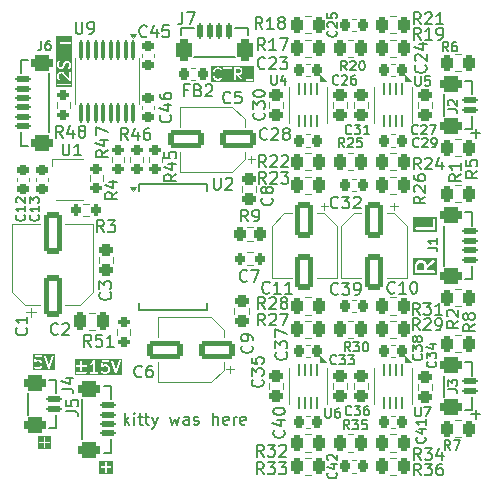
<source format=gbr>
%TF.GenerationSoftware,KiCad,Pcbnew,8.0.3*%
%TF.CreationDate,2024-07-17T22:13:45+02:00*%
%TF.ProjectId,HiFiDAC,48694669-4441-4432-9e6b-696361645f70,rev?*%
%TF.SameCoordinates,Original*%
%TF.FileFunction,Legend,Top*%
%TF.FilePolarity,Positive*%
%FSLAX46Y46*%
G04 Gerber Fmt 4.6, Leading zero omitted, Abs format (unit mm)*
G04 Created by KiCad (PCBNEW 8.0.3) date 2024-07-17 22:13:45*
%MOMM*%
%LPD*%
G01*
G04 APERTURE LIST*
G04 Aperture macros list*
%AMRoundRect*
0 Rectangle with rounded corners*
0 $1 Rounding radius*
0 $2 $3 $4 $5 $6 $7 $8 $9 X,Y pos of 4 corners*
0 Add a 4 corners polygon primitive as box body*
4,1,4,$2,$3,$4,$5,$6,$7,$8,$9,$2,$3,0*
0 Add four circle primitives for the rounded corners*
1,1,$1+$1,$2,$3*
1,1,$1+$1,$4,$5*
1,1,$1+$1,$6,$7*
1,1,$1+$1,$8,$9*
0 Add four rect primitives between the rounded corners*
20,1,$1+$1,$2,$3,$4,$5,0*
20,1,$1+$1,$4,$5,$6,$7,0*
20,1,$1+$1,$6,$7,$8,$9,0*
20,1,$1+$1,$8,$9,$2,$3,0*%
G04 Aperture macros list end*
%ADD10C,0.150000*%
%ADD11C,0.200000*%
%ADD12C,0.120000*%
%ADD13RoundRect,0.100000X-0.100000X0.712500X-0.100000X-0.712500X0.100000X-0.712500X0.100000X0.712500X0*%
%ADD14R,0.950000X1.050000*%
%ADD15RoundRect,0.200000X0.275000X-0.200000X0.275000X0.200000X-0.275000X0.200000X-0.275000X-0.200000X0*%
%ADD16RoundRect,0.200000X-0.275000X0.200000X-0.275000X-0.200000X0.275000X-0.200000X0.275000X0.200000X0*%
%ADD17RoundRect,0.200000X-0.200000X-0.275000X0.200000X-0.275000X0.200000X0.275000X-0.200000X0.275000X0*%
%ADD18RoundRect,0.125000X-0.125000X-0.525000X0.125000X-0.525000X0.125000X0.525000X-0.125000X0.525000X0*%
%ADD19RoundRect,0.350000X-0.350000X-0.600000X0.350000X-0.600000X0.350000X0.600000X-0.350000X0.600000X0*%
%ADD20RoundRect,0.125000X0.525000X-0.125000X0.525000X0.125000X-0.525000X0.125000X-0.525000X-0.125000X0*%
%ADD21RoundRect,0.350000X0.600000X-0.350000X0.600000X0.350000X-0.600000X0.350000X-0.600000X-0.350000X0*%
%ADD22RoundRect,0.218750X0.218750X0.256250X-0.218750X0.256250X-0.218750X-0.256250X0.218750X-0.256250X0*%
%ADD23RoundRect,0.225000X0.250000X-0.225000X0.250000X0.225000X-0.250000X0.225000X-0.250000X-0.225000X0*%
%ADD24RoundRect,0.225000X-0.250000X0.225000X-0.250000X-0.225000X0.250000X-0.225000X0.250000X0.225000X0*%
%ADD25RoundRect,0.250000X-0.250000X-0.475000X0.250000X-0.475000X0.250000X0.475000X-0.250000X0.475000X0*%
%ADD26RoundRect,0.250000X0.550000X-1.500000X0.550000X1.500000X-0.550000X1.500000X-0.550000X-1.500000X0*%
%ADD27RoundRect,0.350000X-0.600000X0.350000X-0.600000X-0.350000X0.600000X-0.350000X0.600000X0.350000X0*%
%ADD28RoundRect,0.125000X-0.525000X0.125000X-0.525000X-0.125000X0.525000X-0.125000X0.525000X0.125000X0*%
%ADD29RoundRect,0.062500X-0.062500X0.425000X-0.062500X-0.425000X0.062500X-0.425000X0.062500X0.425000X0*%
%ADD30R,2.000000X1.200000*%
%ADD31R,1.750000X0.450000*%
%ADD32RoundRect,0.250000X0.262500X0.450000X-0.262500X0.450000X-0.262500X-0.450000X0.262500X-0.450000X0*%
%ADD33RoundRect,0.250000X-0.262500X-0.450000X0.262500X-0.450000X0.262500X0.450000X-0.262500X0.450000X0*%
%ADD34RoundRect,0.225000X-0.225000X-0.250000X0.225000X-0.250000X0.225000X0.250000X-0.225000X0.250000X0*%
%ADD35RoundRect,0.225000X0.225000X0.250000X-0.225000X0.250000X-0.225000X-0.250000X0.225000X-0.250000X0*%
%ADD36RoundRect,0.250000X-0.350000X0.250000X-0.350000X-0.250000X0.350000X-0.250000X0.350000X0.250000X0*%
%ADD37RoundRect,0.250000X-0.550000X1.250000X-0.550000X-1.250000X0.550000X-1.250000X0.550000X1.250000X0*%
%ADD38RoundRect,0.250000X0.350000X-0.250000X0.350000X0.250000X-0.350000X0.250000X-0.350000X-0.250000X0*%
%ADD39RoundRect,0.250000X0.250000X0.350000X-0.250000X0.350000X-0.250000X-0.350000X0.250000X-0.350000X0*%
%ADD40RoundRect,0.250000X1.250000X0.550000X-1.250000X0.550000X-1.250000X-0.550000X1.250000X-0.550000X0*%
G04 APERTURE END LIST*
D10*
G36*
X149344072Y-85061871D02*
G01*
X149375399Y-85092115D01*
X149410857Y-85160972D01*
X149411842Y-85268604D01*
X149378662Y-85336985D01*
X149348417Y-85368313D01*
X149279729Y-85403684D01*
X149153578Y-85404144D01*
X149150756Y-85403646D01*
X149148422Y-85404162D01*
X148988504Y-85404745D01*
X148987971Y-85029550D01*
X149275305Y-85028503D01*
X149344072Y-85061871D01*
G37*
G36*
X150575146Y-86140930D02*
G01*
X146918651Y-86140930D01*
X146918651Y-85383390D01*
X147029762Y-85383390D01*
X147031029Y-85521969D01*
X147029851Y-85529893D01*
X147031185Y-85538917D01*
X147031203Y-85540879D01*
X147031625Y-85541900D01*
X147032001Y-85544437D01*
X147079518Y-85729135D01*
X147080044Y-85736532D01*
X147084246Y-85747514D01*
X147084567Y-85748759D01*
X147084889Y-85749194D01*
X147085299Y-85750264D01*
X147133989Y-85844816D01*
X147137639Y-85853628D01*
X147140022Y-85856532D01*
X147140750Y-85857945D01*
X147142248Y-85859244D01*
X147146967Y-85864994D01*
X147235136Y-85951479D01*
X147235988Y-85953183D01*
X147243632Y-85959813D01*
X147253570Y-85969561D01*
X147256060Y-85970592D01*
X147258095Y-85972357D01*
X147271521Y-85978351D01*
X147414102Y-86024500D01*
X147423463Y-86028378D01*
X147427226Y-86028748D01*
X147428714Y-86029230D01*
X147430688Y-86029089D01*
X147438095Y-86029819D01*
X147533412Y-86028568D01*
X147542713Y-86029230D01*
X147546367Y-86028398D01*
X147547965Y-86028378D01*
X147549796Y-86027619D01*
X147557050Y-86025970D01*
X147688840Y-85980759D01*
X147690822Y-85980759D01*
X147700374Y-85976802D01*
X147713332Y-85972357D01*
X147715367Y-85970591D01*
X147717858Y-85969560D01*
X147729224Y-85960232D01*
X147786170Y-85901247D01*
X147797368Y-85874211D01*
X147797368Y-85844948D01*
X147786169Y-85817912D01*
X147765476Y-85797219D01*
X147738440Y-85786021D01*
X147709177Y-85786021D01*
X147682141Y-85797220D01*
X147670775Y-85806548D01*
X147637253Y-85841269D01*
X147524546Y-85879934D01*
X147453168Y-85880870D01*
X147337241Y-85843348D01*
X147263033Y-85770558D01*
X147224341Y-85695421D01*
X147179723Y-85521991D01*
X147178581Y-85397219D01*
X147220607Y-85224096D01*
X147259332Y-85144286D01*
X147333611Y-85068561D01*
X147446880Y-85029703D01*
X147518259Y-85028767D01*
X147634452Y-85066376D01*
X147682141Y-85112417D01*
X147709177Y-85123616D01*
X147738440Y-85123616D01*
X147765476Y-85112417D01*
X147786169Y-85091724D01*
X147797368Y-85064688D01*
X147797368Y-85035425D01*
X147786169Y-85008389D01*
X147776842Y-84997024D01*
X147736015Y-84957608D01*
X147735439Y-84956455D01*
X147729359Y-84951181D01*
X147717971Y-84940187D01*
X147935965Y-84940187D01*
X147935965Y-84969451D01*
X147947164Y-84996487D01*
X147967856Y-85017179D01*
X147994892Y-85028378D01*
X148009524Y-85029819D01*
X148220343Y-85029300D01*
X148221679Y-85969451D01*
X148232878Y-85996487D01*
X148253570Y-86017179D01*
X148280606Y-86028378D01*
X148309870Y-86028378D01*
X148336906Y-86017179D01*
X148357598Y-85996487D01*
X148368797Y-85969451D01*
X148370238Y-85954819D01*
X148368923Y-85028935D01*
X148595584Y-85028378D01*
X148622620Y-85017179D01*
X148643312Y-84996487D01*
X148654511Y-84969451D01*
X148654511Y-84954819D01*
X148839286Y-84954819D01*
X148840727Y-85969451D01*
X148851926Y-85996487D01*
X148872618Y-86017179D01*
X148899654Y-86028378D01*
X148928918Y-86028378D01*
X148955954Y-86017179D01*
X148976646Y-85996487D01*
X148987845Y-85969451D01*
X148989286Y-85954819D01*
X148988715Y-85553356D01*
X149112938Y-85552904D01*
X149433843Y-86008989D01*
X149458522Y-86024716D01*
X149487339Y-86029802D01*
X149515910Y-86023472D01*
X149539884Y-86006690D01*
X149555611Y-85982012D01*
X149560696Y-85953194D01*
X149554367Y-85924623D01*
X149547157Y-85911810D01*
X149294300Y-85552439D01*
X149297198Y-85552233D01*
X149309870Y-85552187D01*
X149312359Y-85551155D01*
X149315047Y-85550965D01*
X149328779Y-85545710D01*
X149423335Y-85497017D01*
X149432144Y-85493369D01*
X149435046Y-85490986D01*
X149436460Y-85490259D01*
X149437759Y-85488760D01*
X149443509Y-85484042D01*
X149490850Y-85435006D01*
X149497345Y-85429374D01*
X149499324Y-85426228D01*
X149500455Y-85425058D01*
X149501212Y-85423230D01*
X149505177Y-85416931D01*
X149546852Y-85331041D01*
X149548074Y-85329820D01*
X149551743Y-85320960D01*
X149558051Y-85307962D01*
X149558242Y-85305272D01*
X149559273Y-85302784D01*
X149560714Y-85288152D01*
X149559509Y-85156521D01*
X149560125Y-85154675D01*
X149559399Y-85144460D01*
X149559273Y-85130663D01*
X149558242Y-85128174D01*
X149558051Y-85125485D01*
X149552796Y-85111754D01*
X149504104Y-85017199D01*
X149500455Y-85008389D01*
X149498072Y-85005486D01*
X149497345Y-85004073D01*
X149495846Y-85002773D01*
X149491128Y-84997024D01*
X149447413Y-84954819D01*
X149839286Y-84954819D01*
X149840727Y-85969451D01*
X149851926Y-85996487D01*
X149872618Y-86017179D01*
X149899654Y-86028378D01*
X149914286Y-86029819D01*
X150405108Y-86028378D01*
X150432144Y-86017179D01*
X150452836Y-85996487D01*
X150464035Y-85969451D01*
X150464035Y-85940187D01*
X150452836Y-85913151D01*
X150432144Y-85892459D01*
X150405108Y-85881260D01*
X150390476Y-85879819D01*
X149989181Y-85880997D01*
X149987845Y-84940187D01*
X149976646Y-84913151D01*
X149955954Y-84892459D01*
X149928918Y-84881260D01*
X149899654Y-84881260D01*
X149872618Y-84892459D01*
X149851926Y-84913151D01*
X149840727Y-84940187D01*
X149839286Y-84954819D01*
X149447413Y-84954819D01*
X149442092Y-84949682D01*
X149436460Y-84943188D01*
X149433314Y-84941208D01*
X149432144Y-84940078D01*
X149430316Y-84939320D01*
X149424017Y-84935356D01*
X149338128Y-84893681D01*
X149336906Y-84892459D01*
X149328040Y-84888786D01*
X149315047Y-84882482D01*
X149312359Y-84882291D01*
X149309870Y-84881260D01*
X149295238Y-84879819D01*
X148899654Y-84881260D01*
X148872618Y-84892459D01*
X148851926Y-84913151D01*
X148840727Y-84940187D01*
X148839286Y-84954819D01*
X148654511Y-84954819D01*
X148654511Y-84940187D01*
X148643312Y-84913151D01*
X148622620Y-84892459D01*
X148595584Y-84881260D01*
X148580952Y-84879819D01*
X147994892Y-84881260D01*
X147967856Y-84892459D01*
X147947164Y-84913151D01*
X147935965Y-84940187D01*
X147717971Y-84940187D01*
X147717858Y-84940078D01*
X147715367Y-84939046D01*
X147713332Y-84937281D01*
X147699907Y-84931287D01*
X147557328Y-84885138D01*
X147547965Y-84881260D01*
X147544199Y-84880889D01*
X147542713Y-84880408D01*
X147540738Y-84880548D01*
X147533333Y-84879819D01*
X147438014Y-84881069D01*
X147428714Y-84880408D01*
X147425059Y-84881239D01*
X147423463Y-84881260D01*
X147421632Y-84882018D01*
X147414377Y-84883668D01*
X147282587Y-84928879D01*
X147280607Y-84928879D01*
X147271057Y-84932834D01*
X147258095Y-84937281D01*
X147256060Y-84939045D01*
X147253570Y-84940077D01*
X147242205Y-84949405D01*
X147148273Y-85045167D01*
X147140750Y-85051692D01*
X147138737Y-85054888D01*
X147137640Y-85056008D01*
X147136882Y-85057835D01*
X147132918Y-85064135D01*
X147088651Y-85155366D01*
X147084567Y-85160878D01*
X147080629Y-85171897D01*
X147080044Y-85173105D01*
X147080005Y-85173644D01*
X147079620Y-85174724D01*
X147034379Y-85361089D01*
X147031203Y-85368758D01*
X147030305Y-85377872D01*
X147029851Y-85379744D01*
X147030013Y-85380836D01*
X147029762Y-85383390D01*
X146918651Y-85383390D01*
X146918651Y-84768708D01*
X150575146Y-84768708D01*
X150575146Y-86140930D01*
G37*
G36*
X135140930Y-86538491D02*
G01*
X133768708Y-86538491D01*
X133768708Y-86337748D01*
X133881260Y-86337748D01*
X133881260Y-86367012D01*
X133892459Y-86394048D01*
X133913151Y-86414740D01*
X133940187Y-86425939D01*
X133954819Y-86427380D01*
X134969451Y-86425939D01*
X134996487Y-86414740D01*
X135017179Y-86394048D01*
X135028378Y-86367012D01*
X135028378Y-86337748D01*
X135017179Y-86310712D01*
X134996487Y-86290020D01*
X134969451Y-86278821D01*
X134954819Y-86277380D01*
X133940187Y-86278821D01*
X133913151Y-86290020D01*
X133892459Y-86310712D01*
X133881260Y-86337748D01*
X133768708Y-86337748D01*
X133768708Y-85542857D01*
X133879819Y-85542857D01*
X133881111Y-85769461D01*
X133880408Y-85771571D01*
X133881185Y-85782513D01*
X133881260Y-85795584D01*
X133882291Y-85798073D01*
X133882482Y-85800761D01*
X133887737Y-85814493D01*
X133936429Y-85909049D01*
X133940078Y-85917858D01*
X133942460Y-85920760D01*
X133943188Y-85922174D01*
X133944686Y-85923473D01*
X133949405Y-85929223D01*
X134008389Y-85986169D01*
X134035425Y-85997368D01*
X134064688Y-85997368D01*
X134091724Y-85986169D01*
X134112417Y-85965476D01*
X134123616Y-85938440D01*
X134123616Y-85909177D01*
X134112417Y-85882141D01*
X134103090Y-85870776D01*
X134065133Y-85834131D01*
X134029730Y-85765380D01*
X134028574Y-85562644D01*
X134061871Y-85494022D01*
X134092115Y-85462695D01*
X134161096Y-85427173D01*
X134225459Y-85426329D01*
X134341130Y-85463769D01*
X134913151Y-86033789D01*
X134932268Y-86041707D01*
X134940187Y-86044987D01*
X134940188Y-86044987D01*
X134969451Y-86044987D01*
X134996487Y-86033788D01*
X135017180Y-86013096D01*
X135025098Y-85993978D01*
X135028378Y-85986060D01*
X135029819Y-85971428D01*
X135028378Y-85337749D01*
X135017179Y-85310713D01*
X134996487Y-85290021D01*
X134969451Y-85278822D01*
X134940187Y-85278822D01*
X134913151Y-85290021D01*
X134892459Y-85310713D01*
X134881260Y-85337749D01*
X134879819Y-85352381D01*
X134880818Y-85791805D01*
X134443777Y-85356294D01*
X134442639Y-85354017D01*
X134433794Y-85346345D01*
X134425058Y-85337640D01*
X134422567Y-85336608D01*
X134420532Y-85334843D01*
X134407107Y-85328849D01*
X134264528Y-85282700D01*
X134255165Y-85278822D01*
X134251399Y-85278451D01*
X134249913Y-85277970D01*
X134247938Y-85278110D01*
X134240533Y-85277381D01*
X134156225Y-85278486D01*
X134154675Y-85277970D01*
X134145404Y-85278628D01*
X134130663Y-85278822D01*
X134128174Y-85279852D01*
X134125485Y-85280044D01*
X134111754Y-85285299D01*
X134017199Y-85333990D01*
X134008389Y-85337640D01*
X134005486Y-85340022D01*
X134004073Y-85340750D01*
X134002773Y-85342248D01*
X133997024Y-85346967D01*
X133949682Y-85396002D01*
X133943188Y-85401635D01*
X133941208Y-85404780D01*
X133940078Y-85405951D01*
X133939320Y-85407778D01*
X133935356Y-85414078D01*
X133893681Y-85499966D01*
X133892459Y-85501189D01*
X133888786Y-85510054D01*
X133882482Y-85523048D01*
X133882291Y-85525735D01*
X133881260Y-85528225D01*
X133879819Y-85542857D01*
X133768708Y-85542857D01*
X133768708Y-84542857D01*
X133879819Y-84542857D01*
X133881111Y-84769461D01*
X133880408Y-84771571D01*
X133881185Y-84782513D01*
X133881260Y-84795584D01*
X133882291Y-84798073D01*
X133882482Y-84800761D01*
X133887737Y-84814493D01*
X133936429Y-84909049D01*
X133940078Y-84917858D01*
X133942460Y-84920760D01*
X133943188Y-84922174D01*
X133944686Y-84923473D01*
X133949405Y-84929223D01*
X133998440Y-84976564D01*
X134004073Y-84983059D01*
X134007218Y-84985038D01*
X134008389Y-84986169D01*
X134010216Y-84986926D01*
X134016516Y-84990891D01*
X134102405Y-85032566D01*
X134103627Y-85033788D01*
X134112486Y-85037457D01*
X134125485Y-85043765D01*
X134128174Y-85043956D01*
X134130663Y-85044987D01*
X134145295Y-85046428D01*
X134229601Y-85045322D01*
X134231152Y-85045839D01*
X134240421Y-85045180D01*
X134255165Y-85044987D01*
X134257654Y-85043955D01*
X134260342Y-85043765D01*
X134274074Y-85038510D01*
X134368630Y-84989817D01*
X134377439Y-84986169D01*
X134380341Y-84983786D01*
X134381755Y-84983059D01*
X134383054Y-84981560D01*
X134388804Y-84976842D01*
X134436145Y-84927806D01*
X134442640Y-84922174D01*
X134444619Y-84919028D01*
X134445750Y-84917858D01*
X134446507Y-84916030D01*
X134450472Y-84909731D01*
X134494740Y-84818498D01*
X134498823Y-84812988D01*
X134502758Y-84801972D01*
X134503346Y-84800762D01*
X134503384Y-84800221D01*
X134503770Y-84799142D01*
X134546854Y-84621658D01*
X134585680Y-84541641D01*
X134615924Y-84510314D01*
X134684905Y-84474792D01*
X134745066Y-84474003D01*
X134813176Y-84507052D01*
X134844504Y-84537297D01*
X134879907Y-84606047D01*
X134881086Y-84812828D01*
X134832789Y-84962048D01*
X134834864Y-84991238D01*
X134847950Y-85017411D01*
X134870057Y-85036585D01*
X134897820Y-85045839D01*
X134927010Y-85043764D01*
X134953183Y-85030678D01*
X134972357Y-85008571D01*
X134978351Y-84995145D01*
X135024500Y-84852563D01*
X135028378Y-84843203D01*
X135028748Y-84839439D01*
X135029230Y-84837952D01*
X135029089Y-84835977D01*
X135029819Y-84828571D01*
X135028526Y-84601965D01*
X135029230Y-84599856D01*
X135028452Y-84588913D01*
X135028378Y-84575844D01*
X135027347Y-84573355D01*
X135027156Y-84570666D01*
X135021901Y-84556935D01*
X134973209Y-84462380D01*
X134969560Y-84453570D01*
X134967177Y-84450667D01*
X134966450Y-84449254D01*
X134964950Y-84447953D01*
X134960232Y-84442204D01*
X134911195Y-84394862D01*
X134905564Y-84388369D01*
X134902418Y-84386389D01*
X134901247Y-84385258D01*
X134899417Y-84384500D01*
X134893121Y-84380537D01*
X134807232Y-84338862D01*
X134806010Y-84337640D01*
X134797144Y-84333967D01*
X134784151Y-84327663D01*
X134781463Y-84327472D01*
X134778974Y-84326441D01*
X134764342Y-84325000D01*
X134680034Y-84326105D01*
X134678484Y-84325589D01*
X134669213Y-84326247D01*
X134654472Y-84326441D01*
X134651983Y-84327471D01*
X134649294Y-84327663D01*
X134635563Y-84332918D01*
X134541008Y-84381609D01*
X134532198Y-84385259D01*
X134529295Y-84387641D01*
X134527882Y-84388369D01*
X134526582Y-84389867D01*
X134520833Y-84394586D01*
X134473491Y-84443621D01*
X134466997Y-84449254D01*
X134465017Y-84452399D01*
X134463887Y-84453570D01*
X134463129Y-84455397D01*
X134459165Y-84461697D01*
X134414898Y-84552928D01*
X134410814Y-84558440D01*
X134406876Y-84569459D01*
X134406291Y-84570667D01*
X134406252Y-84571206D01*
X134405867Y-84572286D01*
X134362782Y-84749769D01*
X134323957Y-84829785D01*
X134293712Y-84861113D01*
X134224731Y-84896635D01*
X134164570Y-84897424D01*
X134096461Y-84864376D01*
X134065133Y-84834131D01*
X134029730Y-84765380D01*
X134028551Y-84558599D01*
X134076849Y-84409381D01*
X134074774Y-84380191D01*
X134061688Y-84354017D01*
X134039580Y-84334843D01*
X134011818Y-84325589D01*
X133982628Y-84327664D01*
X133956455Y-84340751D01*
X133937281Y-84362858D01*
X133931287Y-84376283D01*
X133885138Y-84518861D01*
X133881260Y-84528225D01*
X133880889Y-84531990D01*
X133880408Y-84533477D01*
X133880548Y-84535451D01*
X133879819Y-84542857D01*
X133768708Y-84542857D01*
X133768708Y-82813939D01*
X134119355Y-82813939D01*
X134119355Y-82843203D01*
X134130554Y-82870239D01*
X134151246Y-82890931D01*
X134178282Y-82902130D01*
X134192914Y-82903571D01*
X134499711Y-82903001D01*
X134500307Y-83224155D01*
X134511506Y-83251191D01*
X134532198Y-83271883D01*
X134559234Y-83283082D01*
X134588498Y-83283082D01*
X134615534Y-83271883D01*
X134636226Y-83251191D01*
X134647425Y-83224155D01*
X134648866Y-83209523D01*
X134648296Y-82902725D01*
X134969451Y-82902130D01*
X134996487Y-82890931D01*
X135017179Y-82870239D01*
X135028378Y-82843203D01*
X135028378Y-82813939D01*
X135017179Y-82786903D01*
X134996487Y-82766211D01*
X134969451Y-82755012D01*
X134954819Y-82753571D01*
X134648020Y-82754140D01*
X134647425Y-82432987D01*
X134636226Y-82405951D01*
X134615534Y-82385259D01*
X134588498Y-82374060D01*
X134559234Y-82374060D01*
X134532198Y-82385259D01*
X134511506Y-82405951D01*
X134500307Y-82432987D01*
X134498866Y-82447619D01*
X134499435Y-82754416D01*
X134178282Y-82755012D01*
X134151246Y-82766211D01*
X134130554Y-82786903D01*
X134119355Y-82813939D01*
X133768708Y-82813939D01*
X133768708Y-82262949D01*
X135140930Y-82262949D01*
X135140930Y-86538491D01*
G37*
G36*
X138565623Y-119339489D02*
G01*
X137434378Y-119339489D01*
X137434378Y-118759234D01*
X137545489Y-118759234D01*
X137545489Y-118788498D01*
X137556688Y-118815534D01*
X137577380Y-118836226D01*
X137604416Y-118847425D01*
X137619048Y-118848866D01*
X137925845Y-118848296D01*
X137926441Y-119169451D01*
X137937640Y-119196487D01*
X137958332Y-119217179D01*
X137985368Y-119228378D01*
X138014632Y-119228378D01*
X138041668Y-119217179D01*
X138062360Y-119196487D01*
X138073559Y-119169451D01*
X138075000Y-119154819D01*
X138074430Y-118848020D01*
X138395585Y-118847425D01*
X138422621Y-118836226D01*
X138443313Y-118815534D01*
X138454512Y-118788498D01*
X138454512Y-118759234D01*
X138443313Y-118732198D01*
X138422621Y-118711506D01*
X138395585Y-118700307D01*
X138380953Y-118698866D01*
X138074154Y-118699435D01*
X138073559Y-118378282D01*
X138062360Y-118351246D01*
X138041668Y-118330554D01*
X138014632Y-118319355D01*
X137985368Y-118319355D01*
X137958332Y-118330554D01*
X137937640Y-118351246D01*
X137926441Y-118378282D01*
X137925000Y-118392914D01*
X137925569Y-118699711D01*
X137604416Y-118700307D01*
X137577380Y-118711506D01*
X137556688Y-118732198D01*
X137545489Y-118759234D01*
X137434378Y-118759234D01*
X137434378Y-118208244D01*
X138565623Y-118208244D01*
X138565623Y-119339489D01*
G37*
G36*
X133365623Y-117239489D02*
G01*
X132234378Y-117239489D01*
X132234378Y-116659234D01*
X132345489Y-116659234D01*
X132345489Y-116688498D01*
X132356688Y-116715534D01*
X132377380Y-116736226D01*
X132404416Y-116747425D01*
X132419048Y-116748866D01*
X132725845Y-116748296D01*
X132726441Y-117069451D01*
X132737640Y-117096487D01*
X132758332Y-117117179D01*
X132785368Y-117128378D01*
X132814632Y-117128378D01*
X132841668Y-117117179D01*
X132862360Y-117096487D01*
X132873559Y-117069451D01*
X132875000Y-117054819D01*
X132874430Y-116748020D01*
X133195585Y-116747425D01*
X133222621Y-116736226D01*
X133243313Y-116715534D01*
X133254512Y-116688498D01*
X133254512Y-116659234D01*
X133243313Y-116632198D01*
X133222621Y-116611506D01*
X133195585Y-116600307D01*
X133180953Y-116598866D01*
X132874154Y-116599435D01*
X132873559Y-116278282D01*
X132862360Y-116251246D01*
X132841668Y-116230554D01*
X132814632Y-116219355D01*
X132785368Y-116219355D01*
X132758332Y-116230554D01*
X132737640Y-116251246D01*
X132726441Y-116278282D01*
X132725000Y-116292914D01*
X132725569Y-116599711D01*
X132404416Y-116600307D01*
X132377380Y-116611506D01*
X132356688Y-116632198D01*
X132345489Y-116659234D01*
X132234378Y-116659234D01*
X132234378Y-116108244D01*
X133365623Y-116108244D01*
X133365623Y-117239489D01*
G37*
G36*
X139390283Y-110940930D02*
G01*
X135353425Y-110940930D01*
X135353425Y-110740187D01*
X135464536Y-110740187D01*
X135464536Y-110769451D01*
X135475735Y-110796487D01*
X135496427Y-110817179D01*
X135523463Y-110828378D01*
X135538095Y-110829819D01*
X136314632Y-110828378D01*
X136341668Y-110817179D01*
X136362360Y-110796487D01*
X136373559Y-110769451D01*
X136373559Y-110740187D01*
X136362360Y-110713151D01*
X136341668Y-110692459D01*
X136314632Y-110681260D01*
X136300000Y-110679819D01*
X135523463Y-110681260D01*
X135496427Y-110692459D01*
X135475735Y-110713151D01*
X135464536Y-110740187D01*
X135353425Y-110740187D01*
X135353425Y-110168758D01*
X135464536Y-110168758D01*
X135464536Y-110198022D01*
X135475735Y-110225058D01*
X135496427Y-110245750D01*
X135523463Y-110256949D01*
X135538095Y-110258390D01*
X135844892Y-110257820D01*
X135845488Y-110578974D01*
X135856687Y-110606010D01*
X135877379Y-110626702D01*
X135904415Y-110637901D01*
X135933679Y-110637901D01*
X135960715Y-110626702D01*
X135981407Y-110606010D01*
X135992606Y-110578974D01*
X135994047Y-110564342D01*
X135993477Y-110257544D01*
X136314632Y-110256949D01*
X136341668Y-110245750D01*
X136362360Y-110225058D01*
X136373559Y-110198022D01*
X136373559Y-110168758D01*
X136362360Y-110141722D01*
X136341668Y-110121030D01*
X136314632Y-110109831D01*
X136300000Y-110108390D01*
X135993201Y-110108959D01*
X135993057Y-110031152D01*
X136654160Y-110031152D01*
X136656234Y-110060342D01*
X136669321Y-110086517D01*
X136691429Y-110105690D01*
X136719190Y-110114944D01*
X136748380Y-110112870D01*
X136762112Y-110107615D01*
X136856668Y-110058922D01*
X136865477Y-110055274D01*
X136868379Y-110052891D01*
X136869793Y-110052164D01*
X136871092Y-110050665D01*
X136876842Y-110045947D01*
X136939607Y-109981958D01*
X136940599Y-110680702D01*
X136713939Y-110681260D01*
X136686903Y-110692459D01*
X136666211Y-110713151D01*
X136655012Y-110740187D01*
X136655012Y-110769451D01*
X136666211Y-110796487D01*
X136686903Y-110817179D01*
X136713939Y-110828378D01*
X136728571Y-110829819D01*
X137314631Y-110828378D01*
X137341667Y-110817179D01*
X137362359Y-110796487D01*
X137373558Y-110769451D01*
X137373558Y-110740187D01*
X137362359Y-110713151D01*
X137341667Y-110692459D01*
X137314631Y-110681260D01*
X137299999Y-110679819D01*
X137089179Y-110680337D01*
X137088551Y-110238249D01*
X137606302Y-110238249D01*
X137607393Y-110241864D01*
X137607393Y-110245640D01*
X137611587Y-110255765D01*
X137614755Y-110266265D01*
X137617146Y-110269188D01*
X137618592Y-110272677D01*
X137626345Y-110280430D01*
X137633286Y-110288913D01*
X137636612Y-110290697D01*
X137639284Y-110293369D01*
X137649411Y-110297564D01*
X137659073Y-110302747D01*
X137662832Y-110303122D01*
X137666321Y-110304568D01*
X137677282Y-110304568D01*
X137688192Y-110305659D01*
X137691808Y-110304568D01*
X137695583Y-110304568D01*
X137705708Y-110300373D01*
X137716208Y-110297206D01*
X137719131Y-110294814D01*
X137722620Y-110293369D01*
X137733985Y-110284042D01*
X137770629Y-110246085D01*
X137839380Y-110210682D01*
X138042116Y-110209526D01*
X138110738Y-110242823D01*
X138142065Y-110273067D01*
X138177468Y-110341818D01*
X138178624Y-110544554D01*
X138145328Y-110613175D01*
X138115082Y-110644504D01*
X138046332Y-110679907D01*
X137843596Y-110681063D01*
X137774975Y-110647767D01*
X137722620Y-110597220D01*
X137695584Y-110586021D01*
X137666321Y-110586021D01*
X137639285Y-110597219D01*
X137618592Y-110617912D01*
X137607393Y-110644948D01*
X137607393Y-110674211D01*
X137618591Y-110701247D01*
X137627918Y-110712612D01*
X137676953Y-110759953D01*
X137682587Y-110766450D01*
X137685732Y-110768429D01*
X137686903Y-110769560D01*
X137688730Y-110770317D01*
X137695030Y-110774282D01*
X137780919Y-110815957D01*
X137782141Y-110817179D01*
X137791000Y-110820848D01*
X137803999Y-110827156D01*
X137806688Y-110827347D01*
X137809177Y-110828378D01*
X137823809Y-110829819D01*
X138050413Y-110828526D01*
X138052523Y-110829230D01*
X138063465Y-110828452D01*
X138076536Y-110828378D01*
X138079025Y-110827346D01*
X138081713Y-110827156D01*
X138095445Y-110821901D01*
X138189999Y-110773209D01*
X138198810Y-110769560D01*
X138201712Y-110767177D01*
X138203126Y-110766450D01*
X138204426Y-110764950D01*
X138210176Y-110760232D01*
X138257517Y-110711195D01*
X138264011Y-110705564D01*
X138265990Y-110702418D01*
X138267122Y-110701247D01*
X138267879Y-110699417D01*
X138271843Y-110693121D01*
X138313518Y-110607231D01*
X138314740Y-110606010D01*
X138318409Y-110597150D01*
X138324717Y-110584152D01*
X138324908Y-110581462D01*
X138325939Y-110578974D01*
X138327380Y-110564342D01*
X138326087Y-110337736D01*
X138326791Y-110335627D01*
X138326013Y-110324684D01*
X138325939Y-110311615D01*
X138324908Y-110309126D01*
X138324717Y-110306437D01*
X138319462Y-110292706D01*
X138270770Y-110198151D01*
X138267121Y-110189341D01*
X138264738Y-110186438D01*
X138264011Y-110185025D01*
X138262512Y-110183725D01*
X138257794Y-110177976D01*
X138208758Y-110130634D01*
X138203126Y-110124140D01*
X138199980Y-110122160D01*
X138198810Y-110121030D01*
X138196982Y-110120272D01*
X138190683Y-110116308D01*
X138104794Y-110074633D01*
X138103572Y-110073411D01*
X138094706Y-110069738D01*
X138081713Y-110063434D01*
X138079025Y-110063243D01*
X138076536Y-110062212D01*
X138061904Y-110060771D01*
X137835298Y-110062063D01*
X137833189Y-110061360D01*
X137822246Y-110062137D01*
X137809177Y-110062212D01*
X137806688Y-110063242D01*
X137803999Y-110063434D01*
X137790268Y-110068689D01*
X137771099Y-110078559D01*
X137795258Y-109829623D01*
X138219393Y-109828378D01*
X138246429Y-109817179D01*
X138267121Y-109796487D01*
X138278320Y-109769451D01*
X138278320Y-109764199D01*
X138463684Y-109764199D01*
X138466944Y-109778536D01*
X138798721Y-110769413D01*
X138799092Y-110774629D01*
X138803256Y-110782959D01*
X138806271Y-110791961D01*
X138809781Y-110796008D01*
X138812178Y-110800802D01*
X138819286Y-110806967D01*
X138825445Y-110814068D01*
X138830234Y-110816462D01*
X138834285Y-110819976D01*
X138843210Y-110822950D01*
X138851618Y-110827155D01*
X138856962Y-110827534D01*
X138862048Y-110829230D01*
X138871428Y-110828563D01*
X138880808Y-110829230D01*
X138885893Y-110827534D01*
X138891238Y-110827155D01*
X138899648Y-110822949D01*
X138908570Y-110819976D01*
X138912617Y-110816465D01*
X138917411Y-110814069D01*
X138923574Y-110806963D01*
X138930678Y-110800802D01*
X138933073Y-110796010D01*
X138936585Y-110791962D01*
X138942579Y-110778536D01*
X139279172Y-109764200D01*
X139277097Y-109735010D01*
X139264011Y-109708836D01*
X139241903Y-109689662D01*
X139214141Y-109680408D01*
X139184951Y-109682483D01*
X139158778Y-109695570D01*
X139139604Y-109717677D01*
X139133610Y-109731102D01*
X138871860Y-110519895D01*
X138603252Y-109717676D01*
X138584078Y-109695569D01*
X138557905Y-109682483D01*
X138528715Y-109680408D01*
X138500952Y-109689662D01*
X138478845Y-109708836D01*
X138465759Y-109735009D01*
X138463684Y-109764199D01*
X138278320Y-109764199D01*
X138278320Y-109740187D01*
X138267121Y-109713151D01*
X138246429Y-109692459D01*
X138219393Y-109681260D01*
X138204761Y-109679819D01*
X137731718Y-109681207D01*
X137721331Y-109680169D01*
X137717752Y-109681248D01*
X137713939Y-109681260D01*
X137703812Y-109685454D01*
X137693315Y-109688622D01*
X137690391Y-109691013D01*
X137686903Y-109692459D01*
X137679149Y-109700212D01*
X137670667Y-109707153D01*
X137668882Y-109710479D01*
X137666211Y-109713151D01*
X137662015Y-109723280D01*
X137656833Y-109732940D01*
X137655725Y-109738464D01*
X137655012Y-109740187D01*
X137655012Y-109742023D01*
X137653943Y-109747356D01*
X137608740Y-110213125D01*
X137607393Y-110216378D01*
X137607393Y-110227007D01*
X137606302Y-110238249D01*
X137088551Y-110238249D01*
X137087874Y-109761868D01*
X137089285Y-109754740D01*
X137087854Y-109747587D01*
X137087844Y-109740187D01*
X137085002Y-109733326D01*
X137083546Y-109726045D01*
X137079456Y-109719938D01*
X137076645Y-109713151D01*
X137071396Y-109707902D01*
X137067263Y-109701730D01*
X137061146Y-109697652D01*
X137055953Y-109692459D01*
X137049093Y-109689617D01*
X137042914Y-109685498D01*
X137035705Y-109684072D01*
X137028917Y-109681260D01*
X137021490Y-109681260D01*
X137014206Y-109679819D01*
X137007001Y-109681260D01*
X136999653Y-109681260D01*
X136992792Y-109684101D01*
X136985512Y-109685558D01*
X136979406Y-109689646D01*
X136972617Y-109692459D01*
X136967366Y-109697709D01*
X136961197Y-109701841D01*
X136951976Y-109713099D01*
X136951925Y-109713151D01*
X136951915Y-109713173D01*
X136951881Y-109713216D01*
X136865139Y-109845534D01*
X136782405Y-109929880D01*
X136682587Y-109981283D01*
X136663414Y-110003391D01*
X136654160Y-110031152D01*
X135993057Y-110031152D01*
X135992606Y-109787806D01*
X135981407Y-109760770D01*
X135960715Y-109740078D01*
X135933679Y-109728879D01*
X135904415Y-109728879D01*
X135877379Y-109740078D01*
X135856687Y-109760770D01*
X135845488Y-109787806D01*
X135844047Y-109802438D01*
X135844616Y-110109235D01*
X135523463Y-110109831D01*
X135496427Y-110121030D01*
X135475735Y-110141722D01*
X135464536Y-110168758D01*
X135353425Y-110168758D01*
X135353425Y-109568708D01*
X139390283Y-109568708D01*
X139390283Y-110940930D01*
G37*
G36*
X133695045Y-110540930D02*
G01*
X131799953Y-110540930D01*
X131799953Y-109838249D01*
X131911064Y-109838249D01*
X131912155Y-109841864D01*
X131912155Y-109845640D01*
X131916349Y-109855765D01*
X131919517Y-109866265D01*
X131921908Y-109869188D01*
X131923354Y-109872677D01*
X131931107Y-109880430D01*
X131938048Y-109888913D01*
X131941374Y-109890697D01*
X131944046Y-109893369D01*
X131954173Y-109897564D01*
X131963835Y-109902747D01*
X131967594Y-109903122D01*
X131971083Y-109904568D01*
X131982044Y-109904568D01*
X131992954Y-109905659D01*
X131996570Y-109904568D01*
X132000345Y-109904568D01*
X132010470Y-109900373D01*
X132020970Y-109897206D01*
X132023893Y-109894814D01*
X132027382Y-109893369D01*
X132038747Y-109884042D01*
X132075391Y-109846085D01*
X132144142Y-109810682D01*
X132346878Y-109809526D01*
X132415500Y-109842823D01*
X132446827Y-109873067D01*
X132482230Y-109941818D01*
X132483386Y-110144554D01*
X132450090Y-110213175D01*
X132419844Y-110244504D01*
X132351094Y-110279907D01*
X132148358Y-110281063D01*
X132079737Y-110247767D01*
X132027382Y-110197220D01*
X132000346Y-110186021D01*
X131971083Y-110186021D01*
X131944047Y-110197219D01*
X131923354Y-110217912D01*
X131912155Y-110244948D01*
X131912155Y-110274211D01*
X131923353Y-110301247D01*
X131932680Y-110312612D01*
X131981715Y-110359953D01*
X131987349Y-110366450D01*
X131990494Y-110368429D01*
X131991665Y-110369560D01*
X131993492Y-110370317D01*
X131999792Y-110374282D01*
X132085681Y-110415957D01*
X132086903Y-110417179D01*
X132095762Y-110420848D01*
X132108761Y-110427156D01*
X132111450Y-110427347D01*
X132113939Y-110428378D01*
X132128571Y-110429819D01*
X132355175Y-110428526D01*
X132357285Y-110429230D01*
X132368227Y-110428452D01*
X132381298Y-110428378D01*
X132383787Y-110427346D01*
X132386475Y-110427156D01*
X132400207Y-110421901D01*
X132494761Y-110373209D01*
X132503572Y-110369560D01*
X132506474Y-110367177D01*
X132507888Y-110366450D01*
X132509188Y-110364950D01*
X132514938Y-110360232D01*
X132562279Y-110311195D01*
X132568773Y-110305564D01*
X132570752Y-110302418D01*
X132571884Y-110301247D01*
X132572641Y-110299417D01*
X132576605Y-110293121D01*
X132618280Y-110207231D01*
X132619502Y-110206010D01*
X132623171Y-110197150D01*
X132629479Y-110184152D01*
X132629670Y-110181462D01*
X132630701Y-110178974D01*
X132632142Y-110164342D01*
X132630849Y-109937736D01*
X132631553Y-109935627D01*
X132630775Y-109924684D01*
X132630701Y-109911615D01*
X132629670Y-109909126D01*
X132629479Y-109906437D01*
X132624224Y-109892706D01*
X132575532Y-109798151D01*
X132571883Y-109789341D01*
X132569500Y-109786438D01*
X132568773Y-109785025D01*
X132567274Y-109783725D01*
X132562556Y-109777976D01*
X132513520Y-109730634D01*
X132507888Y-109724140D01*
X132504742Y-109722160D01*
X132503572Y-109721030D01*
X132501744Y-109720272D01*
X132495445Y-109716308D01*
X132409556Y-109674633D01*
X132408334Y-109673411D01*
X132399468Y-109669738D01*
X132386475Y-109663434D01*
X132383787Y-109663243D01*
X132381298Y-109662212D01*
X132366666Y-109660771D01*
X132140060Y-109662063D01*
X132137951Y-109661360D01*
X132127008Y-109662137D01*
X132113939Y-109662212D01*
X132111450Y-109663242D01*
X132108761Y-109663434D01*
X132095030Y-109668689D01*
X132075861Y-109678559D01*
X132100020Y-109429623D01*
X132524155Y-109428378D01*
X132551191Y-109417179D01*
X132571883Y-109396487D01*
X132583082Y-109369451D01*
X132583082Y-109364199D01*
X132768446Y-109364199D01*
X132771706Y-109378536D01*
X133103483Y-110369413D01*
X133103854Y-110374629D01*
X133108018Y-110382959D01*
X133111033Y-110391961D01*
X133114543Y-110396008D01*
X133116940Y-110400802D01*
X133124048Y-110406967D01*
X133130207Y-110414068D01*
X133134996Y-110416462D01*
X133139047Y-110419976D01*
X133147972Y-110422950D01*
X133156380Y-110427155D01*
X133161724Y-110427534D01*
X133166810Y-110429230D01*
X133176190Y-110428563D01*
X133185570Y-110429230D01*
X133190655Y-110427534D01*
X133196000Y-110427155D01*
X133204410Y-110422949D01*
X133213332Y-110419976D01*
X133217379Y-110416465D01*
X133222173Y-110414069D01*
X133228336Y-110406963D01*
X133235440Y-110400802D01*
X133237835Y-110396010D01*
X133241347Y-110391962D01*
X133247341Y-110378536D01*
X133583934Y-109364200D01*
X133581859Y-109335010D01*
X133568773Y-109308836D01*
X133546665Y-109289662D01*
X133518903Y-109280408D01*
X133489713Y-109282483D01*
X133463540Y-109295570D01*
X133444366Y-109317677D01*
X133438372Y-109331102D01*
X133176622Y-110119895D01*
X132908014Y-109317676D01*
X132888840Y-109295569D01*
X132862667Y-109282483D01*
X132833477Y-109280408D01*
X132805714Y-109289662D01*
X132783607Y-109308836D01*
X132770521Y-109335009D01*
X132768446Y-109364199D01*
X132583082Y-109364199D01*
X132583082Y-109340187D01*
X132571883Y-109313151D01*
X132551191Y-109292459D01*
X132524155Y-109281260D01*
X132509523Y-109279819D01*
X132036480Y-109281207D01*
X132026093Y-109280169D01*
X132022514Y-109281248D01*
X132018701Y-109281260D01*
X132008574Y-109285454D01*
X131998077Y-109288622D01*
X131995153Y-109291013D01*
X131991665Y-109292459D01*
X131983911Y-109300212D01*
X131975429Y-109307153D01*
X131973644Y-109310479D01*
X131970973Y-109313151D01*
X131966777Y-109323280D01*
X131961595Y-109332940D01*
X131960487Y-109338464D01*
X131959774Y-109340187D01*
X131959774Y-109342023D01*
X131958705Y-109347356D01*
X131913502Y-109813125D01*
X131912155Y-109816378D01*
X131912155Y-109827007D01*
X131911064Y-109838249D01*
X131799953Y-109838249D01*
X131799953Y-109168708D01*
X133695045Y-109168708D01*
X133695045Y-110540930D01*
G37*
X168919048Y-90473866D02*
X169680953Y-90473866D01*
X169300000Y-90854819D02*
X169300000Y-90092914D01*
X168919048Y-114273866D02*
X169680953Y-114273866D01*
X169300000Y-114654819D02*
X169300000Y-113892914D01*
D11*
G36*
X166050195Y-98816667D02*
G01*
X164018782Y-98816667D01*
X164018782Y-98530491D01*
X164185449Y-98530491D01*
X164185449Y-98569509D01*
X164200381Y-98605557D01*
X164227971Y-98633147D01*
X164264019Y-98648079D01*
X164283528Y-98650000D01*
X165803037Y-98648079D01*
X165839085Y-98633147D01*
X165866675Y-98605557D01*
X165881607Y-98569509D01*
X165883528Y-98550000D01*
X165881607Y-97816205D01*
X165866675Y-97780157D01*
X165839085Y-97752567D01*
X165803037Y-97737635D01*
X165764019Y-97737635D01*
X165727971Y-97752567D01*
X165700381Y-97780157D01*
X165685449Y-97816205D01*
X165683528Y-97835714D01*
X165685136Y-98450124D01*
X164264019Y-98451921D01*
X164227971Y-98466853D01*
X164200381Y-98494443D01*
X164185449Y-98530491D01*
X164018782Y-98530491D01*
X164018782Y-97570968D01*
X166050195Y-97570968D01*
X166050195Y-98816667D01*
G37*
G36*
X164864345Y-101486252D02*
G01*
X164914095Y-101534440D01*
X164969308Y-101641971D01*
X164969933Y-101834094D01*
X164969265Y-101837882D01*
X164969955Y-101840999D01*
X164970777Y-102093884D01*
X164383208Y-102094627D01*
X164381757Y-101648096D01*
X164434068Y-101540608D01*
X164482255Y-101490860D01*
X164589987Y-101435543D01*
X164757324Y-101434168D01*
X164864345Y-101486252D01*
G37*
G36*
X166050171Y-102459524D02*
G01*
X164016861Y-102459524D01*
X164016861Y-101621428D01*
X164183528Y-101621428D01*
X164185449Y-102212366D01*
X164200381Y-102248414D01*
X164227971Y-102276004D01*
X164264019Y-102290936D01*
X164283528Y-102292857D01*
X165803037Y-102290936D01*
X165839085Y-102276004D01*
X165866675Y-102248414D01*
X165881607Y-102212366D01*
X165881607Y-102173348D01*
X165866675Y-102137300D01*
X165839085Y-102109710D01*
X165803037Y-102094778D01*
X165783528Y-102092857D01*
X165168919Y-102093634D01*
X165168252Y-101888338D01*
X165855755Y-101404876D01*
X165876724Y-101371971D01*
X165883504Y-101333546D01*
X165875065Y-101295452D01*
X165852690Y-101263487D01*
X165819785Y-101242518D01*
X165781360Y-101235738D01*
X165743266Y-101244177D01*
X165726182Y-101253791D01*
X165167466Y-101646687D01*
X165167435Y-101637001D01*
X165168457Y-101633936D01*
X165167375Y-101618719D01*
X165167321Y-101601919D01*
X165165945Y-101598598D01*
X165165691Y-101595016D01*
X165158685Y-101576707D01*
X165085938Y-101435029D01*
X165080961Y-101423014D01*
X165077775Y-101419131D01*
X165076814Y-101417260D01*
X165074819Y-101415530D01*
X165068525Y-101407860D01*
X164995434Y-101337064D01*
X164987697Y-101328142D01*
X164983488Y-101325493D01*
X164981942Y-101323995D01*
X164979504Y-101322985D01*
X164971106Y-101317699D01*
X164840802Y-101254284D01*
X164839085Y-101252567D01*
X164826917Y-101247526D01*
X164809941Y-101239265D01*
X164806357Y-101239010D01*
X164803037Y-101237635D01*
X164783528Y-101235714D01*
X164584305Y-101237350D01*
X164581750Y-101236499D01*
X164567861Y-101237486D01*
X164549733Y-101237635D01*
X164546412Y-101239010D01*
X164542830Y-101239265D01*
X164524521Y-101246271D01*
X164382844Y-101319017D01*
X164370827Y-101323995D01*
X164366944Y-101327181D01*
X164365074Y-101328142D01*
X164363343Y-101330136D01*
X164355674Y-101336432D01*
X164284874Y-101409525D01*
X164275957Y-101417259D01*
X164273309Y-101421464D01*
X164271809Y-101423014D01*
X164270797Y-101425455D01*
X164265514Y-101433850D01*
X164202098Y-101564153D01*
X164200381Y-101565871D01*
X164195340Y-101578040D01*
X164187079Y-101595015D01*
X164186824Y-101598598D01*
X164185449Y-101601919D01*
X164183528Y-101621428D01*
X164016861Y-101621428D01*
X164016861Y-101069047D01*
X166050171Y-101069047D01*
X166050171Y-102459524D01*
G37*
D10*
X139580951Y-115154819D02*
X139580951Y-114154819D01*
X139676189Y-114773866D02*
X139961903Y-115154819D01*
X139961903Y-114488152D02*
X139580951Y-114869104D01*
X140390475Y-115154819D02*
X140390475Y-114488152D01*
X140390475Y-114154819D02*
X140342856Y-114202438D01*
X140342856Y-114202438D02*
X140390475Y-114250057D01*
X140390475Y-114250057D02*
X140438094Y-114202438D01*
X140438094Y-114202438D02*
X140390475Y-114154819D01*
X140390475Y-114154819D02*
X140390475Y-114250057D01*
X140723808Y-114488152D02*
X141104760Y-114488152D01*
X140866665Y-114154819D02*
X140866665Y-115011961D01*
X140866665Y-115011961D02*
X140914284Y-115107200D01*
X140914284Y-115107200D02*
X141009522Y-115154819D01*
X141009522Y-115154819D02*
X141104760Y-115154819D01*
X141295237Y-114488152D02*
X141676189Y-114488152D01*
X141438094Y-114154819D02*
X141438094Y-115011961D01*
X141438094Y-115011961D02*
X141485713Y-115107200D01*
X141485713Y-115107200D02*
X141580951Y-115154819D01*
X141580951Y-115154819D02*
X141676189Y-115154819D01*
X141914285Y-114488152D02*
X142152380Y-115154819D01*
X142390475Y-114488152D02*
X142152380Y-115154819D01*
X142152380Y-115154819D02*
X142057142Y-115392914D01*
X142057142Y-115392914D02*
X142009523Y-115440533D01*
X142009523Y-115440533D02*
X141914285Y-115488152D01*
X143438095Y-114488152D02*
X143628571Y-115154819D01*
X143628571Y-115154819D02*
X143819047Y-114678628D01*
X143819047Y-114678628D02*
X144009523Y-115154819D01*
X144009523Y-115154819D02*
X144199999Y-114488152D01*
X145009523Y-115154819D02*
X145009523Y-114631009D01*
X145009523Y-114631009D02*
X144961904Y-114535771D01*
X144961904Y-114535771D02*
X144866666Y-114488152D01*
X144866666Y-114488152D02*
X144676190Y-114488152D01*
X144676190Y-114488152D02*
X144580952Y-114535771D01*
X145009523Y-115107200D02*
X144914285Y-115154819D01*
X144914285Y-115154819D02*
X144676190Y-115154819D01*
X144676190Y-115154819D02*
X144580952Y-115107200D01*
X144580952Y-115107200D02*
X144533333Y-115011961D01*
X144533333Y-115011961D02*
X144533333Y-114916723D01*
X144533333Y-114916723D02*
X144580952Y-114821485D01*
X144580952Y-114821485D02*
X144676190Y-114773866D01*
X144676190Y-114773866D02*
X144914285Y-114773866D01*
X144914285Y-114773866D02*
X145009523Y-114726247D01*
X145438095Y-115107200D02*
X145533333Y-115154819D01*
X145533333Y-115154819D02*
X145723809Y-115154819D01*
X145723809Y-115154819D02*
X145819047Y-115107200D01*
X145819047Y-115107200D02*
X145866666Y-115011961D01*
X145866666Y-115011961D02*
X145866666Y-114964342D01*
X145866666Y-114964342D02*
X145819047Y-114869104D01*
X145819047Y-114869104D02*
X145723809Y-114821485D01*
X145723809Y-114821485D02*
X145580952Y-114821485D01*
X145580952Y-114821485D02*
X145485714Y-114773866D01*
X145485714Y-114773866D02*
X145438095Y-114678628D01*
X145438095Y-114678628D02*
X145438095Y-114631009D01*
X145438095Y-114631009D02*
X145485714Y-114535771D01*
X145485714Y-114535771D02*
X145580952Y-114488152D01*
X145580952Y-114488152D02*
X145723809Y-114488152D01*
X145723809Y-114488152D02*
X145819047Y-114535771D01*
X147057143Y-115154819D02*
X147057143Y-114154819D01*
X147485714Y-115154819D02*
X147485714Y-114631009D01*
X147485714Y-114631009D02*
X147438095Y-114535771D01*
X147438095Y-114535771D02*
X147342857Y-114488152D01*
X147342857Y-114488152D02*
X147200000Y-114488152D01*
X147200000Y-114488152D02*
X147104762Y-114535771D01*
X147104762Y-114535771D02*
X147057143Y-114583390D01*
X148342857Y-115107200D02*
X148247619Y-115154819D01*
X148247619Y-115154819D02*
X148057143Y-115154819D01*
X148057143Y-115154819D02*
X147961905Y-115107200D01*
X147961905Y-115107200D02*
X147914286Y-115011961D01*
X147914286Y-115011961D02*
X147914286Y-114631009D01*
X147914286Y-114631009D02*
X147961905Y-114535771D01*
X147961905Y-114535771D02*
X148057143Y-114488152D01*
X148057143Y-114488152D02*
X148247619Y-114488152D01*
X148247619Y-114488152D02*
X148342857Y-114535771D01*
X148342857Y-114535771D02*
X148390476Y-114631009D01*
X148390476Y-114631009D02*
X148390476Y-114726247D01*
X148390476Y-114726247D02*
X147914286Y-114821485D01*
X148819048Y-115154819D02*
X148819048Y-114488152D01*
X148819048Y-114678628D02*
X148866667Y-114583390D01*
X148866667Y-114583390D02*
X148914286Y-114535771D01*
X148914286Y-114535771D02*
X149009524Y-114488152D01*
X149009524Y-114488152D02*
X149104762Y-114488152D01*
X149819048Y-115107200D02*
X149723810Y-115154819D01*
X149723810Y-115154819D02*
X149533334Y-115154819D01*
X149533334Y-115154819D02*
X149438096Y-115107200D01*
X149438096Y-115107200D02*
X149390477Y-115011961D01*
X149390477Y-115011961D02*
X149390477Y-114631009D01*
X149390477Y-114631009D02*
X149438096Y-114535771D01*
X149438096Y-114535771D02*
X149533334Y-114488152D01*
X149533334Y-114488152D02*
X149723810Y-114488152D01*
X149723810Y-114488152D02*
X149819048Y-114535771D01*
X149819048Y-114535771D02*
X149866667Y-114631009D01*
X149866667Y-114631009D02*
X149866667Y-114726247D01*
X149866667Y-114726247D02*
X149390477Y-114821485D01*
X135438095Y-81054819D02*
X135438095Y-81864342D01*
X135438095Y-81864342D02*
X135485714Y-81959580D01*
X135485714Y-81959580D02*
X135533333Y-82007200D01*
X135533333Y-82007200D02*
X135628571Y-82054819D01*
X135628571Y-82054819D02*
X135819047Y-82054819D01*
X135819047Y-82054819D02*
X135914285Y-82007200D01*
X135914285Y-82007200D02*
X135961904Y-81959580D01*
X135961904Y-81959580D02*
X136009523Y-81864342D01*
X136009523Y-81864342D02*
X136009523Y-81054819D01*
X136533333Y-82054819D02*
X136723809Y-82054819D01*
X136723809Y-82054819D02*
X136819047Y-82007200D01*
X136819047Y-82007200D02*
X136866666Y-81959580D01*
X136866666Y-81959580D02*
X136961904Y-81816723D01*
X136961904Y-81816723D02*
X137009523Y-81626247D01*
X137009523Y-81626247D02*
X137009523Y-81245295D01*
X137009523Y-81245295D02*
X136961904Y-81150057D01*
X136961904Y-81150057D02*
X136914285Y-81102438D01*
X136914285Y-81102438D02*
X136819047Y-81054819D01*
X136819047Y-81054819D02*
X136628571Y-81054819D01*
X136628571Y-81054819D02*
X136533333Y-81102438D01*
X136533333Y-81102438D02*
X136485714Y-81150057D01*
X136485714Y-81150057D02*
X136438095Y-81245295D01*
X136438095Y-81245295D02*
X136438095Y-81483390D01*
X136438095Y-81483390D02*
X136485714Y-81578628D01*
X136485714Y-81578628D02*
X136533333Y-81626247D01*
X136533333Y-81626247D02*
X136628571Y-81673866D01*
X136628571Y-81673866D02*
X136819047Y-81673866D01*
X136819047Y-81673866D02*
X136914285Y-81626247D01*
X136914285Y-81626247D02*
X136961904Y-81578628D01*
X136961904Y-81578628D02*
X137009523Y-81483390D01*
X134338095Y-91354819D02*
X134338095Y-92164342D01*
X134338095Y-92164342D02*
X134385714Y-92259580D01*
X134385714Y-92259580D02*
X134433333Y-92307200D01*
X134433333Y-92307200D02*
X134528571Y-92354819D01*
X134528571Y-92354819D02*
X134719047Y-92354819D01*
X134719047Y-92354819D02*
X134814285Y-92307200D01*
X134814285Y-92307200D02*
X134861904Y-92259580D01*
X134861904Y-92259580D02*
X134909523Y-92164342D01*
X134909523Y-92164342D02*
X134909523Y-91354819D01*
X135909523Y-92354819D02*
X135338095Y-92354819D01*
X135623809Y-92354819D02*
X135623809Y-91354819D01*
X135623809Y-91354819D02*
X135528571Y-91497676D01*
X135528571Y-91497676D02*
X135433333Y-91592914D01*
X135433333Y-91592914D02*
X135338095Y-91640533D01*
X136757142Y-108554819D02*
X136423809Y-108078628D01*
X136185714Y-108554819D02*
X136185714Y-107554819D01*
X136185714Y-107554819D02*
X136566666Y-107554819D01*
X136566666Y-107554819D02*
X136661904Y-107602438D01*
X136661904Y-107602438D02*
X136709523Y-107650057D01*
X136709523Y-107650057D02*
X136757142Y-107745295D01*
X136757142Y-107745295D02*
X136757142Y-107888152D01*
X136757142Y-107888152D02*
X136709523Y-107983390D01*
X136709523Y-107983390D02*
X136661904Y-108031009D01*
X136661904Y-108031009D02*
X136566666Y-108078628D01*
X136566666Y-108078628D02*
X136185714Y-108078628D01*
X137661904Y-107554819D02*
X137185714Y-107554819D01*
X137185714Y-107554819D02*
X137138095Y-108031009D01*
X137138095Y-108031009D02*
X137185714Y-107983390D01*
X137185714Y-107983390D02*
X137280952Y-107935771D01*
X137280952Y-107935771D02*
X137519047Y-107935771D01*
X137519047Y-107935771D02*
X137614285Y-107983390D01*
X137614285Y-107983390D02*
X137661904Y-108031009D01*
X137661904Y-108031009D02*
X137709523Y-108126247D01*
X137709523Y-108126247D02*
X137709523Y-108364342D01*
X137709523Y-108364342D02*
X137661904Y-108459580D01*
X137661904Y-108459580D02*
X137614285Y-108507200D01*
X137614285Y-108507200D02*
X137519047Y-108554819D01*
X137519047Y-108554819D02*
X137280952Y-108554819D01*
X137280952Y-108554819D02*
X137185714Y-108507200D01*
X137185714Y-108507200D02*
X137138095Y-108459580D01*
X138661904Y-108554819D02*
X138090476Y-108554819D01*
X138376190Y-108554819D02*
X138376190Y-107554819D01*
X138376190Y-107554819D02*
X138280952Y-107697676D01*
X138280952Y-107697676D02*
X138185714Y-107792914D01*
X138185714Y-107792914D02*
X138090476Y-107840533D01*
X134357142Y-90854819D02*
X134023809Y-90378628D01*
X133785714Y-90854819D02*
X133785714Y-89854819D01*
X133785714Y-89854819D02*
X134166666Y-89854819D01*
X134166666Y-89854819D02*
X134261904Y-89902438D01*
X134261904Y-89902438D02*
X134309523Y-89950057D01*
X134309523Y-89950057D02*
X134357142Y-90045295D01*
X134357142Y-90045295D02*
X134357142Y-90188152D01*
X134357142Y-90188152D02*
X134309523Y-90283390D01*
X134309523Y-90283390D02*
X134261904Y-90331009D01*
X134261904Y-90331009D02*
X134166666Y-90378628D01*
X134166666Y-90378628D02*
X133785714Y-90378628D01*
X135214285Y-90188152D02*
X135214285Y-90854819D01*
X134976190Y-89807200D02*
X134738095Y-90521485D01*
X134738095Y-90521485D02*
X135357142Y-90521485D01*
X135880952Y-90283390D02*
X135785714Y-90235771D01*
X135785714Y-90235771D02*
X135738095Y-90188152D01*
X135738095Y-90188152D02*
X135690476Y-90092914D01*
X135690476Y-90092914D02*
X135690476Y-90045295D01*
X135690476Y-90045295D02*
X135738095Y-89950057D01*
X135738095Y-89950057D02*
X135785714Y-89902438D01*
X135785714Y-89902438D02*
X135880952Y-89854819D01*
X135880952Y-89854819D02*
X136071428Y-89854819D01*
X136071428Y-89854819D02*
X136166666Y-89902438D01*
X136166666Y-89902438D02*
X136214285Y-89950057D01*
X136214285Y-89950057D02*
X136261904Y-90045295D01*
X136261904Y-90045295D02*
X136261904Y-90092914D01*
X136261904Y-90092914D02*
X136214285Y-90188152D01*
X136214285Y-90188152D02*
X136166666Y-90235771D01*
X136166666Y-90235771D02*
X136071428Y-90283390D01*
X136071428Y-90283390D02*
X135880952Y-90283390D01*
X135880952Y-90283390D02*
X135785714Y-90331009D01*
X135785714Y-90331009D02*
X135738095Y-90378628D01*
X135738095Y-90378628D02*
X135690476Y-90473866D01*
X135690476Y-90473866D02*
X135690476Y-90664342D01*
X135690476Y-90664342D02*
X135738095Y-90759580D01*
X135738095Y-90759580D02*
X135785714Y-90807200D01*
X135785714Y-90807200D02*
X135880952Y-90854819D01*
X135880952Y-90854819D02*
X136071428Y-90854819D01*
X136071428Y-90854819D02*
X136166666Y-90807200D01*
X136166666Y-90807200D02*
X136214285Y-90759580D01*
X136214285Y-90759580D02*
X136261904Y-90664342D01*
X136261904Y-90664342D02*
X136261904Y-90473866D01*
X136261904Y-90473866D02*
X136214285Y-90378628D01*
X136214285Y-90378628D02*
X136166666Y-90331009D01*
X136166666Y-90331009D02*
X136071428Y-90283390D01*
X138154819Y-91942857D02*
X137678628Y-92276190D01*
X138154819Y-92514285D02*
X137154819Y-92514285D01*
X137154819Y-92514285D02*
X137154819Y-92133333D01*
X137154819Y-92133333D02*
X137202438Y-92038095D01*
X137202438Y-92038095D02*
X137250057Y-91990476D01*
X137250057Y-91990476D02*
X137345295Y-91942857D01*
X137345295Y-91942857D02*
X137488152Y-91942857D01*
X137488152Y-91942857D02*
X137583390Y-91990476D01*
X137583390Y-91990476D02*
X137631009Y-92038095D01*
X137631009Y-92038095D02*
X137678628Y-92133333D01*
X137678628Y-92133333D02*
X137678628Y-92514285D01*
X137488152Y-91085714D02*
X138154819Y-91085714D01*
X137107200Y-91323809D02*
X137821485Y-91561904D01*
X137821485Y-91561904D02*
X137821485Y-90942857D01*
X137154819Y-90657142D02*
X137154819Y-89990476D01*
X137154819Y-89990476D02*
X138154819Y-90419047D01*
X139857142Y-91054819D02*
X139523809Y-90578628D01*
X139285714Y-91054819D02*
X139285714Y-90054819D01*
X139285714Y-90054819D02*
X139666666Y-90054819D01*
X139666666Y-90054819D02*
X139761904Y-90102438D01*
X139761904Y-90102438D02*
X139809523Y-90150057D01*
X139809523Y-90150057D02*
X139857142Y-90245295D01*
X139857142Y-90245295D02*
X139857142Y-90388152D01*
X139857142Y-90388152D02*
X139809523Y-90483390D01*
X139809523Y-90483390D02*
X139761904Y-90531009D01*
X139761904Y-90531009D02*
X139666666Y-90578628D01*
X139666666Y-90578628D02*
X139285714Y-90578628D01*
X140714285Y-90388152D02*
X140714285Y-91054819D01*
X140476190Y-90007200D02*
X140238095Y-90721485D01*
X140238095Y-90721485D02*
X140857142Y-90721485D01*
X141666666Y-90054819D02*
X141476190Y-90054819D01*
X141476190Y-90054819D02*
X141380952Y-90102438D01*
X141380952Y-90102438D02*
X141333333Y-90150057D01*
X141333333Y-90150057D02*
X141238095Y-90292914D01*
X141238095Y-90292914D02*
X141190476Y-90483390D01*
X141190476Y-90483390D02*
X141190476Y-90864342D01*
X141190476Y-90864342D02*
X141238095Y-90959580D01*
X141238095Y-90959580D02*
X141285714Y-91007200D01*
X141285714Y-91007200D02*
X141380952Y-91054819D01*
X141380952Y-91054819D02*
X141571428Y-91054819D01*
X141571428Y-91054819D02*
X141666666Y-91007200D01*
X141666666Y-91007200D02*
X141714285Y-90959580D01*
X141714285Y-90959580D02*
X141761904Y-90864342D01*
X141761904Y-90864342D02*
X141761904Y-90626247D01*
X141761904Y-90626247D02*
X141714285Y-90531009D01*
X141714285Y-90531009D02*
X141666666Y-90483390D01*
X141666666Y-90483390D02*
X141571428Y-90435771D01*
X141571428Y-90435771D02*
X141380952Y-90435771D01*
X141380952Y-90435771D02*
X141285714Y-90483390D01*
X141285714Y-90483390D02*
X141238095Y-90531009D01*
X141238095Y-90531009D02*
X141190476Y-90626247D01*
X143954819Y-93942857D02*
X143478628Y-94276190D01*
X143954819Y-94514285D02*
X142954819Y-94514285D01*
X142954819Y-94514285D02*
X142954819Y-94133333D01*
X142954819Y-94133333D02*
X143002438Y-94038095D01*
X143002438Y-94038095D02*
X143050057Y-93990476D01*
X143050057Y-93990476D02*
X143145295Y-93942857D01*
X143145295Y-93942857D02*
X143288152Y-93942857D01*
X143288152Y-93942857D02*
X143383390Y-93990476D01*
X143383390Y-93990476D02*
X143431009Y-94038095D01*
X143431009Y-94038095D02*
X143478628Y-94133333D01*
X143478628Y-94133333D02*
X143478628Y-94514285D01*
X143288152Y-93085714D02*
X143954819Y-93085714D01*
X142907200Y-93323809D02*
X143621485Y-93561904D01*
X143621485Y-93561904D02*
X143621485Y-92942857D01*
X142954819Y-92085714D02*
X142954819Y-92561904D01*
X142954819Y-92561904D02*
X143431009Y-92609523D01*
X143431009Y-92609523D02*
X143383390Y-92561904D01*
X143383390Y-92561904D02*
X143335771Y-92466666D01*
X143335771Y-92466666D02*
X143335771Y-92228571D01*
X143335771Y-92228571D02*
X143383390Y-92133333D01*
X143383390Y-92133333D02*
X143431009Y-92085714D01*
X143431009Y-92085714D02*
X143526247Y-92038095D01*
X143526247Y-92038095D02*
X143764342Y-92038095D01*
X143764342Y-92038095D02*
X143859580Y-92085714D01*
X143859580Y-92085714D02*
X143907200Y-92133333D01*
X143907200Y-92133333D02*
X143954819Y-92228571D01*
X143954819Y-92228571D02*
X143954819Y-92466666D01*
X143954819Y-92466666D02*
X143907200Y-92561904D01*
X143907200Y-92561904D02*
X143859580Y-92609523D01*
X138954819Y-95466666D02*
X138478628Y-95799999D01*
X138954819Y-96038094D02*
X137954819Y-96038094D01*
X137954819Y-96038094D02*
X137954819Y-95657142D01*
X137954819Y-95657142D02*
X138002438Y-95561904D01*
X138002438Y-95561904D02*
X138050057Y-95514285D01*
X138050057Y-95514285D02*
X138145295Y-95466666D01*
X138145295Y-95466666D02*
X138288152Y-95466666D01*
X138288152Y-95466666D02*
X138383390Y-95514285D01*
X138383390Y-95514285D02*
X138431009Y-95561904D01*
X138431009Y-95561904D02*
X138478628Y-95657142D01*
X138478628Y-95657142D02*
X138478628Y-96038094D01*
X138288152Y-94609523D02*
X138954819Y-94609523D01*
X137907200Y-94847618D02*
X138621485Y-95085713D01*
X138621485Y-95085713D02*
X138621485Y-94466666D01*
X137833333Y-98854819D02*
X137500000Y-98378628D01*
X137261905Y-98854819D02*
X137261905Y-97854819D01*
X137261905Y-97854819D02*
X137642857Y-97854819D01*
X137642857Y-97854819D02*
X137738095Y-97902438D01*
X137738095Y-97902438D02*
X137785714Y-97950057D01*
X137785714Y-97950057D02*
X137833333Y-98045295D01*
X137833333Y-98045295D02*
X137833333Y-98188152D01*
X137833333Y-98188152D02*
X137785714Y-98283390D01*
X137785714Y-98283390D02*
X137738095Y-98331009D01*
X137738095Y-98331009D02*
X137642857Y-98378628D01*
X137642857Y-98378628D02*
X137261905Y-98378628D01*
X138166667Y-97854819D02*
X138785714Y-97854819D01*
X138785714Y-97854819D02*
X138452381Y-98235771D01*
X138452381Y-98235771D02*
X138595238Y-98235771D01*
X138595238Y-98235771D02*
X138690476Y-98283390D01*
X138690476Y-98283390D02*
X138738095Y-98331009D01*
X138738095Y-98331009D02*
X138785714Y-98426247D01*
X138785714Y-98426247D02*
X138785714Y-98664342D01*
X138785714Y-98664342D02*
X138738095Y-98759580D01*
X138738095Y-98759580D02*
X138690476Y-98807200D01*
X138690476Y-98807200D02*
X138595238Y-98854819D01*
X138595238Y-98854819D02*
X138309524Y-98854819D01*
X138309524Y-98854819D02*
X138214286Y-98807200D01*
X138214286Y-98807200D02*
X138166667Y-98759580D01*
X144466666Y-80254819D02*
X144466666Y-80969104D01*
X144466666Y-80969104D02*
X144419047Y-81111961D01*
X144419047Y-81111961D02*
X144323809Y-81207200D01*
X144323809Y-81207200D02*
X144180952Y-81254819D01*
X144180952Y-81254819D02*
X144085714Y-81254819D01*
X144847619Y-80254819D02*
X145514285Y-80254819D01*
X145514285Y-80254819D02*
X145085714Y-81254819D01*
X132533333Y-82662295D02*
X132533333Y-83233723D01*
X132533333Y-83233723D02*
X132495238Y-83348009D01*
X132495238Y-83348009D02*
X132419047Y-83424200D01*
X132419047Y-83424200D02*
X132304762Y-83462295D01*
X132304762Y-83462295D02*
X132228571Y-83462295D01*
X133257143Y-82662295D02*
X133104762Y-82662295D01*
X133104762Y-82662295D02*
X133028571Y-82700390D01*
X133028571Y-82700390D02*
X132990476Y-82738485D01*
X132990476Y-82738485D02*
X132914286Y-82852771D01*
X132914286Y-82852771D02*
X132876190Y-83005152D01*
X132876190Y-83005152D02*
X132876190Y-83309914D01*
X132876190Y-83309914D02*
X132914286Y-83386104D01*
X132914286Y-83386104D02*
X132952381Y-83424200D01*
X132952381Y-83424200D02*
X133028571Y-83462295D01*
X133028571Y-83462295D02*
X133180952Y-83462295D01*
X133180952Y-83462295D02*
X133257143Y-83424200D01*
X133257143Y-83424200D02*
X133295238Y-83386104D01*
X133295238Y-83386104D02*
X133333333Y-83309914D01*
X133333333Y-83309914D02*
X133333333Y-83119438D01*
X133333333Y-83119438D02*
X133295238Y-83043247D01*
X133295238Y-83043247D02*
X133257143Y-83005152D01*
X133257143Y-83005152D02*
X133180952Y-82967057D01*
X133180952Y-82967057D02*
X133028571Y-82967057D01*
X133028571Y-82967057D02*
X132952381Y-83005152D01*
X132952381Y-83005152D02*
X132914286Y-83043247D01*
X132914286Y-83043247D02*
X132876190Y-83119438D01*
X144966666Y-86831009D02*
X144633333Y-86831009D01*
X144633333Y-87354819D02*
X144633333Y-86354819D01*
X144633333Y-86354819D02*
X145109523Y-86354819D01*
X145823809Y-86831009D02*
X145966666Y-86878628D01*
X145966666Y-86878628D02*
X146014285Y-86926247D01*
X146014285Y-86926247D02*
X146061904Y-87021485D01*
X146061904Y-87021485D02*
X146061904Y-87164342D01*
X146061904Y-87164342D02*
X146014285Y-87259580D01*
X146014285Y-87259580D02*
X145966666Y-87307200D01*
X145966666Y-87307200D02*
X145871428Y-87354819D01*
X145871428Y-87354819D02*
X145490476Y-87354819D01*
X145490476Y-87354819D02*
X145490476Y-86354819D01*
X145490476Y-86354819D02*
X145823809Y-86354819D01*
X145823809Y-86354819D02*
X145919047Y-86402438D01*
X145919047Y-86402438D02*
X145966666Y-86450057D01*
X145966666Y-86450057D02*
X146014285Y-86545295D01*
X146014285Y-86545295D02*
X146014285Y-86640533D01*
X146014285Y-86640533D02*
X145966666Y-86735771D01*
X145966666Y-86735771D02*
X145919047Y-86783390D01*
X145919047Y-86783390D02*
X145823809Y-86831009D01*
X145823809Y-86831009D02*
X145490476Y-86831009D01*
X146442857Y-86450057D02*
X146490476Y-86402438D01*
X146490476Y-86402438D02*
X146585714Y-86354819D01*
X146585714Y-86354819D02*
X146823809Y-86354819D01*
X146823809Y-86354819D02*
X146919047Y-86402438D01*
X146919047Y-86402438D02*
X146966666Y-86450057D01*
X146966666Y-86450057D02*
X147014285Y-86545295D01*
X147014285Y-86545295D02*
X147014285Y-86640533D01*
X147014285Y-86640533D02*
X146966666Y-86783390D01*
X146966666Y-86783390D02*
X146395238Y-87354819D01*
X146395238Y-87354819D02*
X147014285Y-87354819D01*
X143459580Y-88942857D02*
X143507200Y-88990476D01*
X143507200Y-88990476D02*
X143554819Y-89133333D01*
X143554819Y-89133333D02*
X143554819Y-89228571D01*
X143554819Y-89228571D02*
X143507200Y-89371428D01*
X143507200Y-89371428D02*
X143411961Y-89466666D01*
X143411961Y-89466666D02*
X143316723Y-89514285D01*
X143316723Y-89514285D02*
X143126247Y-89561904D01*
X143126247Y-89561904D02*
X142983390Y-89561904D01*
X142983390Y-89561904D02*
X142792914Y-89514285D01*
X142792914Y-89514285D02*
X142697676Y-89466666D01*
X142697676Y-89466666D02*
X142602438Y-89371428D01*
X142602438Y-89371428D02*
X142554819Y-89228571D01*
X142554819Y-89228571D02*
X142554819Y-89133333D01*
X142554819Y-89133333D02*
X142602438Y-88990476D01*
X142602438Y-88990476D02*
X142650057Y-88942857D01*
X142888152Y-88085714D02*
X143554819Y-88085714D01*
X142507200Y-88323809D02*
X143221485Y-88561904D01*
X143221485Y-88561904D02*
X143221485Y-87942857D01*
X142554819Y-87133333D02*
X142554819Y-87323809D01*
X142554819Y-87323809D02*
X142602438Y-87419047D01*
X142602438Y-87419047D02*
X142650057Y-87466666D01*
X142650057Y-87466666D02*
X142792914Y-87561904D01*
X142792914Y-87561904D02*
X142983390Y-87609523D01*
X142983390Y-87609523D02*
X143364342Y-87609523D01*
X143364342Y-87609523D02*
X143459580Y-87561904D01*
X143459580Y-87561904D02*
X143507200Y-87514285D01*
X143507200Y-87514285D02*
X143554819Y-87419047D01*
X143554819Y-87419047D02*
X143554819Y-87228571D01*
X143554819Y-87228571D02*
X143507200Y-87133333D01*
X143507200Y-87133333D02*
X143459580Y-87085714D01*
X143459580Y-87085714D02*
X143364342Y-87038095D01*
X143364342Y-87038095D02*
X143126247Y-87038095D01*
X143126247Y-87038095D02*
X143031009Y-87085714D01*
X143031009Y-87085714D02*
X142983390Y-87133333D01*
X142983390Y-87133333D02*
X142935771Y-87228571D01*
X142935771Y-87228571D02*
X142935771Y-87419047D01*
X142935771Y-87419047D02*
X142983390Y-87514285D01*
X142983390Y-87514285D02*
X143031009Y-87561904D01*
X143031009Y-87561904D02*
X143126247Y-87609523D01*
X141457142Y-82259580D02*
X141409523Y-82307200D01*
X141409523Y-82307200D02*
X141266666Y-82354819D01*
X141266666Y-82354819D02*
X141171428Y-82354819D01*
X141171428Y-82354819D02*
X141028571Y-82307200D01*
X141028571Y-82307200D02*
X140933333Y-82211961D01*
X140933333Y-82211961D02*
X140885714Y-82116723D01*
X140885714Y-82116723D02*
X140838095Y-81926247D01*
X140838095Y-81926247D02*
X140838095Y-81783390D01*
X140838095Y-81783390D02*
X140885714Y-81592914D01*
X140885714Y-81592914D02*
X140933333Y-81497676D01*
X140933333Y-81497676D02*
X141028571Y-81402438D01*
X141028571Y-81402438D02*
X141171428Y-81354819D01*
X141171428Y-81354819D02*
X141266666Y-81354819D01*
X141266666Y-81354819D02*
X141409523Y-81402438D01*
X141409523Y-81402438D02*
X141457142Y-81450057D01*
X142314285Y-81688152D02*
X142314285Y-82354819D01*
X142076190Y-81307200D02*
X141838095Y-82021485D01*
X141838095Y-82021485D02*
X142457142Y-82021485D01*
X143314285Y-81354819D02*
X142838095Y-81354819D01*
X142838095Y-81354819D02*
X142790476Y-81831009D01*
X142790476Y-81831009D02*
X142838095Y-81783390D01*
X142838095Y-81783390D02*
X142933333Y-81735771D01*
X142933333Y-81735771D02*
X143171428Y-81735771D01*
X143171428Y-81735771D02*
X143266666Y-81783390D01*
X143266666Y-81783390D02*
X143314285Y-81831009D01*
X143314285Y-81831009D02*
X143361904Y-81926247D01*
X143361904Y-81926247D02*
X143361904Y-82164342D01*
X143361904Y-82164342D02*
X143314285Y-82259580D01*
X143314285Y-82259580D02*
X143266666Y-82307200D01*
X143266666Y-82307200D02*
X143171428Y-82354819D01*
X143171428Y-82354819D02*
X142933333Y-82354819D01*
X142933333Y-82354819D02*
X142838095Y-82307200D01*
X142838095Y-82307200D02*
X142790476Y-82259580D01*
X132286104Y-97414285D02*
X132324200Y-97452381D01*
X132324200Y-97452381D02*
X132362295Y-97566666D01*
X132362295Y-97566666D02*
X132362295Y-97642857D01*
X132362295Y-97642857D02*
X132324200Y-97757143D01*
X132324200Y-97757143D02*
X132248009Y-97833333D01*
X132248009Y-97833333D02*
X132171819Y-97871428D01*
X132171819Y-97871428D02*
X132019438Y-97909524D01*
X132019438Y-97909524D02*
X131905152Y-97909524D01*
X131905152Y-97909524D02*
X131752771Y-97871428D01*
X131752771Y-97871428D02*
X131676580Y-97833333D01*
X131676580Y-97833333D02*
X131600390Y-97757143D01*
X131600390Y-97757143D02*
X131562295Y-97642857D01*
X131562295Y-97642857D02*
X131562295Y-97566666D01*
X131562295Y-97566666D02*
X131600390Y-97452381D01*
X131600390Y-97452381D02*
X131638485Y-97414285D01*
X132362295Y-96652381D02*
X132362295Y-97109524D01*
X132362295Y-96880952D02*
X131562295Y-96880952D01*
X131562295Y-96880952D02*
X131676580Y-96957143D01*
X131676580Y-96957143D02*
X131752771Y-97033333D01*
X131752771Y-97033333D02*
X131790866Y-97109524D01*
X131562295Y-96385714D02*
X131562295Y-95890476D01*
X131562295Y-95890476D02*
X131867057Y-96157142D01*
X131867057Y-96157142D02*
X131867057Y-96042857D01*
X131867057Y-96042857D02*
X131905152Y-95966666D01*
X131905152Y-95966666D02*
X131943247Y-95928571D01*
X131943247Y-95928571D02*
X132019438Y-95890476D01*
X132019438Y-95890476D02*
X132209914Y-95890476D01*
X132209914Y-95890476D02*
X132286104Y-95928571D01*
X132286104Y-95928571D02*
X132324200Y-95966666D01*
X132324200Y-95966666D02*
X132362295Y-96042857D01*
X132362295Y-96042857D02*
X132362295Y-96271428D01*
X132362295Y-96271428D02*
X132324200Y-96347619D01*
X132324200Y-96347619D02*
X132286104Y-96385714D01*
X131086104Y-97414285D02*
X131124200Y-97452381D01*
X131124200Y-97452381D02*
X131162295Y-97566666D01*
X131162295Y-97566666D02*
X131162295Y-97642857D01*
X131162295Y-97642857D02*
X131124200Y-97757143D01*
X131124200Y-97757143D02*
X131048009Y-97833333D01*
X131048009Y-97833333D02*
X130971819Y-97871428D01*
X130971819Y-97871428D02*
X130819438Y-97909524D01*
X130819438Y-97909524D02*
X130705152Y-97909524D01*
X130705152Y-97909524D02*
X130552771Y-97871428D01*
X130552771Y-97871428D02*
X130476580Y-97833333D01*
X130476580Y-97833333D02*
X130400390Y-97757143D01*
X130400390Y-97757143D02*
X130362295Y-97642857D01*
X130362295Y-97642857D02*
X130362295Y-97566666D01*
X130362295Y-97566666D02*
X130400390Y-97452381D01*
X130400390Y-97452381D02*
X130438485Y-97414285D01*
X131162295Y-96652381D02*
X131162295Y-97109524D01*
X131162295Y-96880952D02*
X130362295Y-96880952D01*
X130362295Y-96880952D02*
X130476580Y-96957143D01*
X130476580Y-96957143D02*
X130552771Y-97033333D01*
X130552771Y-97033333D02*
X130590866Y-97109524D01*
X130438485Y-96347619D02*
X130400390Y-96309523D01*
X130400390Y-96309523D02*
X130362295Y-96233333D01*
X130362295Y-96233333D02*
X130362295Y-96042857D01*
X130362295Y-96042857D02*
X130400390Y-95966666D01*
X130400390Y-95966666D02*
X130438485Y-95928571D01*
X130438485Y-95928571D02*
X130514676Y-95890476D01*
X130514676Y-95890476D02*
X130590866Y-95890476D01*
X130590866Y-95890476D02*
X130705152Y-95928571D01*
X130705152Y-95928571D02*
X131162295Y-96385714D01*
X131162295Y-96385714D02*
X131162295Y-95890476D01*
X133933333Y-107459580D02*
X133885714Y-107507200D01*
X133885714Y-107507200D02*
X133742857Y-107554819D01*
X133742857Y-107554819D02*
X133647619Y-107554819D01*
X133647619Y-107554819D02*
X133504762Y-107507200D01*
X133504762Y-107507200D02*
X133409524Y-107411961D01*
X133409524Y-107411961D02*
X133361905Y-107316723D01*
X133361905Y-107316723D02*
X133314286Y-107126247D01*
X133314286Y-107126247D02*
X133314286Y-106983390D01*
X133314286Y-106983390D02*
X133361905Y-106792914D01*
X133361905Y-106792914D02*
X133409524Y-106697676D01*
X133409524Y-106697676D02*
X133504762Y-106602438D01*
X133504762Y-106602438D02*
X133647619Y-106554819D01*
X133647619Y-106554819D02*
X133742857Y-106554819D01*
X133742857Y-106554819D02*
X133885714Y-106602438D01*
X133885714Y-106602438D02*
X133933333Y-106650057D01*
X134314286Y-106650057D02*
X134361905Y-106602438D01*
X134361905Y-106602438D02*
X134457143Y-106554819D01*
X134457143Y-106554819D02*
X134695238Y-106554819D01*
X134695238Y-106554819D02*
X134790476Y-106602438D01*
X134790476Y-106602438D02*
X134838095Y-106650057D01*
X134838095Y-106650057D02*
X134885714Y-106745295D01*
X134885714Y-106745295D02*
X134885714Y-106840533D01*
X134885714Y-106840533D02*
X134838095Y-106983390D01*
X134838095Y-106983390D02*
X134266667Y-107554819D01*
X134266667Y-107554819D02*
X134885714Y-107554819D01*
X131259580Y-106966666D02*
X131307200Y-107014285D01*
X131307200Y-107014285D02*
X131354819Y-107157142D01*
X131354819Y-107157142D02*
X131354819Y-107252380D01*
X131354819Y-107252380D02*
X131307200Y-107395237D01*
X131307200Y-107395237D02*
X131211961Y-107490475D01*
X131211961Y-107490475D02*
X131116723Y-107538094D01*
X131116723Y-107538094D02*
X130926247Y-107585713D01*
X130926247Y-107585713D02*
X130783390Y-107585713D01*
X130783390Y-107585713D02*
X130592914Y-107538094D01*
X130592914Y-107538094D02*
X130497676Y-107490475D01*
X130497676Y-107490475D02*
X130402438Y-107395237D01*
X130402438Y-107395237D02*
X130354819Y-107252380D01*
X130354819Y-107252380D02*
X130354819Y-107157142D01*
X130354819Y-107157142D02*
X130402438Y-107014285D01*
X130402438Y-107014285D02*
X130450057Y-106966666D01*
X131354819Y-106014285D02*
X131354819Y-106585713D01*
X131354819Y-106299999D02*
X130354819Y-106299999D01*
X130354819Y-106299999D02*
X130497676Y-106395237D01*
X130497676Y-106395237D02*
X130592914Y-106490475D01*
X130592914Y-106490475D02*
X130640533Y-106585713D01*
X165262295Y-100166666D02*
X165833723Y-100166666D01*
X165833723Y-100166666D02*
X165948009Y-100204761D01*
X165948009Y-100204761D02*
X166024200Y-100280952D01*
X166024200Y-100280952D02*
X166062295Y-100395237D01*
X166062295Y-100395237D02*
X166062295Y-100471428D01*
X166062295Y-99366666D02*
X166062295Y-99823809D01*
X166062295Y-99595237D02*
X165262295Y-99595237D01*
X165262295Y-99595237D02*
X165376580Y-99671428D01*
X165376580Y-99671428D02*
X165452771Y-99747618D01*
X165452771Y-99747618D02*
X165490866Y-99823809D01*
X164190476Y-113662295D02*
X164190476Y-114309914D01*
X164190476Y-114309914D02*
X164228571Y-114386104D01*
X164228571Y-114386104D02*
X164266666Y-114424200D01*
X164266666Y-114424200D02*
X164342857Y-114462295D01*
X164342857Y-114462295D02*
X164495238Y-114462295D01*
X164495238Y-114462295D02*
X164571428Y-114424200D01*
X164571428Y-114424200D02*
X164609523Y-114386104D01*
X164609523Y-114386104D02*
X164647619Y-114309914D01*
X164647619Y-114309914D02*
X164647619Y-113662295D01*
X164952380Y-113662295D02*
X165485714Y-113662295D01*
X165485714Y-113662295D02*
X165142856Y-114462295D01*
X156590476Y-113762295D02*
X156590476Y-114409914D01*
X156590476Y-114409914D02*
X156628571Y-114486104D01*
X156628571Y-114486104D02*
X156666666Y-114524200D01*
X156666666Y-114524200D02*
X156742857Y-114562295D01*
X156742857Y-114562295D02*
X156895238Y-114562295D01*
X156895238Y-114562295D02*
X156971428Y-114524200D01*
X156971428Y-114524200D02*
X157009523Y-114486104D01*
X157009523Y-114486104D02*
X157047619Y-114409914D01*
X157047619Y-114409914D02*
X157047619Y-113762295D01*
X157771428Y-113762295D02*
X157619047Y-113762295D01*
X157619047Y-113762295D02*
X157542856Y-113800390D01*
X157542856Y-113800390D02*
X157504761Y-113838485D01*
X157504761Y-113838485D02*
X157428571Y-113952771D01*
X157428571Y-113952771D02*
X157390475Y-114105152D01*
X157390475Y-114105152D02*
X157390475Y-114409914D01*
X157390475Y-114409914D02*
X157428571Y-114486104D01*
X157428571Y-114486104D02*
X157466666Y-114524200D01*
X157466666Y-114524200D02*
X157542856Y-114562295D01*
X157542856Y-114562295D02*
X157695237Y-114562295D01*
X157695237Y-114562295D02*
X157771428Y-114524200D01*
X157771428Y-114524200D02*
X157809523Y-114486104D01*
X157809523Y-114486104D02*
X157847618Y-114409914D01*
X157847618Y-114409914D02*
X157847618Y-114219438D01*
X157847618Y-114219438D02*
X157809523Y-114143247D01*
X157809523Y-114143247D02*
X157771428Y-114105152D01*
X157771428Y-114105152D02*
X157695237Y-114067057D01*
X157695237Y-114067057D02*
X157542856Y-114067057D01*
X157542856Y-114067057D02*
X157466666Y-114105152D01*
X157466666Y-114105152D02*
X157428571Y-114143247D01*
X157428571Y-114143247D02*
X157390475Y-114219438D01*
X164190476Y-85662295D02*
X164190476Y-86309914D01*
X164190476Y-86309914D02*
X164228571Y-86386104D01*
X164228571Y-86386104D02*
X164266666Y-86424200D01*
X164266666Y-86424200D02*
X164342857Y-86462295D01*
X164342857Y-86462295D02*
X164495238Y-86462295D01*
X164495238Y-86462295D02*
X164571428Y-86424200D01*
X164571428Y-86424200D02*
X164609523Y-86386104D01*
X164609523Y-86386104D02*
X164647619Y-86309914D01*
X164647619Y-86309914D02*
X164647619Y-85662295D01*
X165409523Y-85662295D02*
X165028571Y-85662295D01*
X165028571Y-85662295D02*
X164990475Y-86043247D01*
X164990475Y-86043247D02*
X165028571Y-86005152D01*
X165028571Y-86005152D02*
X165104761Y-85967057D01*
X165104761Y-85967057D02*
X165295237Y-85967057D01*
X165295237Y-85967057D02*
X165371428Y-86005152D01*
X165371428Y-86005152D02*
X165409523Y-86043247D01*
X165409523Y-86043247D02*
X165447618Y-86119438D01*
X165447618Y-86119438D02*
X165447618Y-86309914D01*
X165447618Y-86309914D02*
X165409523Y-86386104D01*
X165409523Y-86386104D02*
X165371428Y-86424200D01*
X165371428Y-86424200D02*
X165295237Y-86462295D01*
X165295237Y-86462295D02*
X165104761Y-86462295D01*
X165104761Y-86462295D02*
X165028571Y-86424200D01*
X165028571Y-86424200D02*
X164990475Y-86386104D01*
X151990476Y-85562295D02*
X151990476Y-86209914D01*
X151990476Y-86209914D02*
X152028571Y-86286104D01*
X152028571Y-86286104D02*
X152066666Y-86324200D01*
X152066666Y-86324200D02*
X152142857Y-86362295D01*
X152142857Y-86362295D02*
X152295238Y-86362295D01*
X152295238Y-86362295D02*
X152371428Y-86324200D01*
X152371428Y-86324200D02*
X152409523Y-86286104D01*
X152409523Y-86286104D02*
X152447619Y-86209914D01*
X152447619Y-86209914D02*
X152447619Y-85562295D01*
X153171428Y-85828961D02*
X153171428Y-86362295D01*
X152980952Y-85524200D02*
X152790475Y-86095628D01*
X152790475Y-86095628D02*
X153285714Y-86095628D01*
X147138095Y-94254819D02*
X147138095Y-95064342D01*
X147138095Y-95064342D02*
X147185714Y-95159580D01*
X147185714Y-95159580D02*
X147233333Y-95207200D01*
X147233333Y-95207200D02*
X147328571Y-95254819D01*
X147328571Y-95254819D02*
X147519047Y-95254819D01*
X147519047Y-95254819D02*
X147614285Y-95207200D01*
X147614285Y-95207200D02*
X147661904Y-95159580D01*
X147661904Y-95159580D02*
X147709523Y-95064342D01*
X147709523Y-95064342D02*
X147709523Y-94254819D01*
X148138095Y-94350057D02*
X148185714Y-94302438D01*
X148185714Y-94302438D02*
X148280952Y-94254819D01*
X148280952Y-94254819D02*
X148519047Y-94254819D01*
X148519047Y-94254819D02*
X148614285Y-94302438D01*
X148614285Y-94302438D02*
X148661904Y-94350057D01*
X148661904Y-94350057D02*
X148709523Y-94445295D01*
X148709523Y-94445295D02*
X148709523Y-94540533D01*
X148709523Y-94540533D02*
X148661904Y-94683390D01*
X148661904Y-94683390D02*
X148090476Y-95254819D01*
X148090476Y-95254819D02*
X148709523Y-95254819D01*
X164657142Y-119454819D02*
X164323809Y-118978628D01*
X164085714Y-119454819D02*
X164085714Y-118454819D01*
X164085714Y-118454819D02*
X164466666Y-118454819D01*
X164466666Y-118454819D02*
X164561904Y-118502438D01*
X164561904Y-118502438D02*
X164609523Y-118550057D01*
X164609523Y-118550057D02*
X164657142Y-118645295D01*
X164657142Y-118645295D02*
X164657142Y-118788152D01*
X164657142Y-118788152D02*
X164609523Y-118883390D01*
X164609523Y-118883390D02*
X164561904Y-118931009D01*
X164561904Y-118931009D02*
X164466666Y-118978628D01*
X164466666Y-118978628D02*
X164085714Y-118978628D01*
X164990476Y-118454819D02*
X165609523Y-118454819D01*
X165609523Y-118454819D02*
X165276190Y-118835771D01*
X165276190Y-118835771D02*
X165419047Y-118835771D01*
X165419047Y-118835771D02*
X165514285Y-118883390D01*
X165514285Y-118883390D02*
X165561904Y-118931009D01*
X165561904Y-118931009D02*
X165609523Y-119026247D01*
X165609523Y-119026247D02*
X165609523Y-119264342D01*
X165609523Y-119264342D02*
X165561904Y-119359580D01*
X165561904Y-119359580D02*
X165514285Y-119407200D01*
X165514285Y-119407200D02*
X165419047Y-119454819D01*
X165419047Y-119454819D02*
X165133333Y-119454819D01*
X165133333Y-119454819D02*
X165038095Y-119407200D01*
X165038095Y-119407200D02*
X164990476Y-119359580D01*
X166466666Y-118454819D02*
X166276190Y-118454819D01*
X166276190Y-118454819D02*
X166180952Y-118502438D01*
X166180952Y-118502438D02*
X166133333Y-118550057D01*
X166133333Y-118550057D02*
X166038095Y-118692914D01*
X166038095Y-118692914D02*
X165990476Y-118883390D01*
X165990476Y-118883390D02*
X165990476Y-119264342D01*
X165990476Y-119264342D02*
X166038095Y-119359580D01*
X166038095Y-119359580D02*
X166085714Y-119407200D01*
X166085714Y-119407200D02*
X166180952Y-119454819D01*
X166180952Y-119454819D02*
X166371428Y-119454819D01*
X166371428Y-119454819D02*
X166466666Y-119407200D01*
X166466666Y-119407200D02*
X166514285Y-119359580D01*
X166514285Y-119359580D02*
X166561904Y-119264342D01*
X166561904Y-119264342D02*
X166561904Y-119026247D01*
X166561904Y-119026247D02*
X166514285Y-118931009D01*
X166514285Y-118931009D02*
X166466666Y-118883390D01*
X166466666Y-118883390D02*
X166371428Y-118835771D01*
X166371428Y-118835771D02*
X166180952Y-118835771D01*
X166180952Y-118835771D02*
X166085714Y-118883390D01*
X166085714Y-118883390D02*
X166038095Y-118931009D01*
X166038095Y-118931009D02*
X165990476Y-119026247D01*
X158585714Y-115562295D02*
X158319047Y-115181342D01*
X158128571Y-115562295D02*
X158128571Y-114762295D01*
X158128571Y-114762295D02*
X158433333Y-114762295D01*
X158433333Y-114762295D02*
X158509523Y-114800390D01*
X158509523Y-114800390D02*
X158547618Y-114838485D01*
X158547618Y-114838485D02*
X158585714Y-114914676D01*
X158585714Y-114914676D02*
X158585714Y-115028961D01*
X158585714Y-115028961D02*
X158547618Y-115105152D01*
X158547618Y-115105152D02*
X158509523Y-115143247D01*
X158509523Y-115143247D02*
X158433333Y-115181342D01*
X158433333Y-115181342D02*
X158128571Y-115181342D01*
X158852380Y-114762295D02*
X159347618Y-114762295D01*
X159347618Y-114762295D02*
X159080952Y-115067057D01*
X159080952Y-115067057D02*
X159195237Y-115067057D01*
X159195237Y-115067057D02*
X159271428Y-115105152D01*
X159271428Y-115105152D02*
X159309523Y-115143247D01*
X159309523Y-115143247D02*
X159347618Y-115219438D01*
X159347618Y-115219438D02*
X159347618Y-115409914D01*
X159347618Y-115409914D02*
X159309523Y-115486104D01*
X159309523Y-115486104D02*
X159271428Y-115524200D01*
X159271428Y-115524200D02*
X159195237Y-115562295D01*
X159195237Y-115562295D02*
X158966666Y-115562295D01*
X158966666Y-115562295D02*
X158890475Y-115524200D01*
X158890475Y-115524200D02*
X158852380Y-115486104D01*
X160071428Y-114762295D02*
X159690476Y-114762295D01*
X159690476Y-114762295D02*
X159652380Y-115143247D01*
X159652380Y-115143247D02*
X159690476Y-115105152D01*
X159690476Y-115105152D02*
X159766666Y-115067057D01*
X159766666Y-115067057D02*
X159957142Y-115067057D01*
X159957142Y-115067057D02*
X160033333Y-115105152D01*
X160033333Y-115105152D02*
X160071428Y-115143247D01*
X160071428Y-115143247D02*
X160109523Y-115219438D01*
X160109523Y-115219438D02*
X160109523Y-115409914D01*
X160109523Y-115409914D02*
X160071428Y-115486104D01*
X160071428Y-115486104D02*
X160033333Y-115524200D01*
X160033333Y-115524200D02*
X159957142Y-115562295D01*
X159957142Y-115562295D02*
X159766666Y-115562295D01*
X159766666Y-115562295D02*
X159690476Y-115524200D01*
X159690476Y-115524200D02*
X159652380Y-115486104D01*
X164657142Y-118154819D02*
X164323809Y-117678628D01*
X164085714Y-118154819D02*
X164085714Y-117154819D01*
X164085714Y-117154819D02*
X164466666Y-117154819D01*
X164466666Y-117154819D02*
X164561904Y-117202438D01*
X164561904Y-117202438D02*
X164609523Y-117250057D01*
X164609523Y-117250057D02*
X164657142Y-117345295D01*
X164657142Y-117345295D02*
X164657142Y-117488152D01*
X164657142Y-117488152D02*
X164609523Y-117583390D01*
X164609523Y-117583390D02*
X164561904Y-117631009D01*
X164561904Y-117631009D02*
X164466666Y-117678628D01*
X164466666Y-117678628D02*
X164085714Y-117678628D01*
X164990476Y-117154819D02*
X165609523Y-117154819D01*
X165609523Y-117154819D02*
X165276190Y-117535771D01*
X165276190Y-117535771D02*
X165419047Y-117535771D01*
X165419047Y-117535771D02*
X165514285Y-117583390D01*
X165514285Y-117583390D02*
X165561904Y-117631009D01*
X165561904Y-117631009D02*
X165609523Y-117726247D01*
X165609523Y-117726247D02*
X165609523Y-117964342D01*
X165609523Y-117964342D02*
X165561904Y-118059580D01*
X165561904Y-118059580D02*
X165514285Y-118107200D01*
X165514285Y-118107200D02*
X165419047Y-118154819D01*
X165419047Y-118154819D02*
X165133333Y-118154819D01*
X165133333Y-118154819D02*
X165038095Y-118107200D01*
X165038095Y-118107200D02*
X164990476Y-118059580D01*
X166466666Y-117488152D02*
X166466666Y-118154819D01*
X166228571Y-117107200D02*
X165990476Y-117821485D01*
X165990476Y-117821485D02*
X166609523Y-117821485D01*
X151357142Y-119354819D02*
X151023809Y-118878628D01*
X150785714Y-119354819D02*
X150785714Y-118354819D01*
X150785714Y-118354819D02*
X151166666Y-118354819D01*
X151166666Y-118354819D02*
X151261904Y-118402438D01*
X151261904Y-118402438D02*
X151309523Y-118450057D01*
X151309523Y-118450057D02*
X151357142Y-118545295D01*
X151357142Y-118545295D02*
X151357142Y-118688152D01*
X151357142Y-118688152D02*
X151309523Y-118783390D01*
X151309523Y-118783390D02*
X151261904Y-118831009D01*
X151261904Y-118831009D02*
X151166666Y-118878628D01*
X151166666Y-118878628D02*
X150785714Y-118878628D01*
X151690476Y-118354819D02*
X152309523Y-118354819D01*
X152309523Y-118354819D02*
X151976190Y-118735771D01*
X151976190Y-118735771D02*
X152119047Y-118735771D01*
X152119047Y-118735771D02*
X152214285Y-118783390D01*
X152214285Y-118783390D02*
X152261904Y-118831009D01*
X152261904Y-118831009D02*
X152309523Y-118926247D01*
X152309523Y-118926247D02*
X152309523Y-119164342D01*
X152309523Y-119164342D02*
X152261904Y-119259580D01*
X152261904Y-119259580D02*
X152214285Y-119307200D01*
X152214285Y-119307200D02*
X152119047Y-119354819D01*
X152119047Y-119354819D02*
X151833333Y-119354819D01*
X151833333Y-119354819D02*
X151738095Y-119307200D01*
X151738095Y-119307200D02*
X151690476Y-119259580D01*
X152642857Y-118354819D02*
X153261904Y-118354819D01*
X153261904Y-118354819D02*
X152928571Y-118735771D01*
X152928571Y-118735771D02*
X153071428Y-118735771D01*
X153071428Y-118735771D02*
X153166666Y-118783390D01*
X153166666Y-118783390D02*
X153214285Y-118831009D01*
X153214285Y-118831009D02*
X153261904Y-118926247D01*
X153261904Y-118926247D02*
X153261904Y-119164342D01*
X153261904Y-119164342D02*
X153214285Y-119259580D01*
X153214285Y-119259580D02*
X153166666Y-119307200D01*
X153166666Y-119307200D02*
X153071428Y-119354819D01*
X153071428Y-119354819D02*
X152785714Y-119354819D01*
X152785714Y-119354819D02*
X152690476Y-119307200D01*
X152690476Y-119307200D02*
X152642857Y-119259580D01*
X151357142Y-117854819D02*
X151023809Y-117378628D01*
X150785714Y-117854819D02*
X150785714Y-116854819D01*
X150785714Y-116854819D02*
X151166666Y-116854819D01*
X151166666Y-116854819D02*
X151261904Y-116902438D01*
X151261904Y-116902438D02*
X151309523Y-116950057D01*
X151309523Y-116950057D02*
X151357142Y-117045295D01*
X151357142Y-117045295D02*
X151357142Y-117188152D01*
X151357142Y-117188152D02*
X151309523Y-117283390D01*
X151309523Y-117283390D02*
X151261904Y-117331009D01*
X151261904Y-117331009D02*
X151166666Y-117378628D01*
X151166666Y-117378628D02*
X150785714Y-117378628D01*
X151690476Y-116854819D02*
X152309523Y-116854819D01*
X152309523Y-116854819D02*
X151976190Y-117235771D01*
X151976190Y-117235771D02*
X152119047Y-117235771D01*
X152119047Y-117235771D02*
X152214285Y-117283390D01*
X152214285Y-117283390D02*
X152261904Y-117331009D01*
X152261904Y-117331009D02*
X152309523Y-117426247D01*
X152309523Y-117426247D02*
X152309523Y-117664342D01*
X152309523Y-117664342D02*
X152261904Y-117759580D01*
X152261904Y-117759580D02*
X152214285Y-117807200D01*
X152214285Y-117807200D02*
X152119047Y-117854819D01*
X152119047Y-117854819D02*
X151833333Y-117854819D01*
X151833333Y-117854819D02*
X151738095Y-117807200D01*
X151738095Y-117807200D02*
X151690476Y-117759580D01*
X152690476Y-116950057D02*
X152738095Y-116902438D01*
X152738095Y-116902438D02*
X152833333Y-116854819D01*
X152833333Y-116854819D02*
X153071428Y-116854819D01*
X153071428Y-116854819D02*
X153166666Y-116902438D01*
X153166666Y-116902438D02*
X153214285Y-116950057D01*
X153214285Y-116950057D02*
X153261904Y-117045295D01*
X153261904Y-117045295D02*
X153261904Y-117140533D01*
X153261904Y-117140533D02*
X153214285Y-117283390D01*
X153214285Y-117283390D02*
X152642857Y-117854819D01*
X152642857Y-117854819D02*
X153261904Y-117854819D01*
X164557142Y-105854819D02*
X164223809Y-105378628D01*
X163985714Y-105854819D02*
X163985714Y-104854819D01*
X163985714Y-104854819D02*
X164366666Y-104854819D01*
X164366666Y-104854819D02*
X164461904Y-104902438D01*
X164461904Y-104902438D02*
X164509523Y-104950057D01*
X164509523Y-104950057D02*
X164557142Y-105045295D01*
X164557142Y-105045295D02*
X164557142Y-105188152D01*
X164557142Y-105188152D02*
X164509523Y-105283390D01*
X164509523Y-105283390D02*
X164461904Y-105331009D01*
X164461904Y-105331009D02*
X164366666Y-105378628D01*
X164366666Y-105378628D02*
X163985714Y-105378628D01*
X164890476Y-104854819D02*
X165509523Y-104854819D01*
X165509523Y-104854819D02*
X165176190Y-105235771D01*
X165176190Y-105235771D02*
X165319047Y-105235771D01*
X165319047Y-105235771D02*
X165414285Y-105283390D01*
X165414285Y-105283390D02*
X165461904Y-105331009D01*
X165461904Y-105331009D02*
X165509523Y-105426247D01*
X165509523Y-105426247D02*
X165509523Y-105664342D01*
X165509523Y-105664342D02*
X165461904Y-105759580D01*
X165461904Y-105759580D02*
X165414285Y-105807200D01*
X165414285Y-105807200D02*
X165319047Y-105854819D01*
X165319047Y-105854819D02*
X165033333Y-105854819D01*
X165033333Y-105854819D02*
X164938095Y-105807200D01*
X164938095Y-105807200D02*
X164890476Y-105759580D01*
X166461904Y-105854819D02*
X165890476Y-105854819D01*
X166176190Y-105854819D02*
X166176190Y-104854819D01*
X166176190Y-104854819D02*
X166080952Y-104997676D01*
X166080952Y-104997676D02*
X165985714Y-105092914D01*
X165985714Y-105092914D02*
X165890476Y-105140533D01*
X158685714Y-108962295D02*
X158419047Y-108581342D01*
X158228571Y-108962295D02*
X158228571Y-108162295D01*
X158228571Y-108162295D02*
X158533333Y-108162295D01*
X158533333Y-108162295D02*
X158609523Y-108200390D01*
X158609523Y-108200390D02*
X158647618Y-108238485D01*
X158647618Y-108238485D02*
X158685714Y-108314676D01*
X158685714Y-108314676D02*
X158685714Y-108428961D01*
X158685714Y-108428961D02*
X158647618Y-108505152D01*
X158647618Y-108505152D02*
X158609523Y-108543247D01*
X158609523Y-108543247D02*
X158533333Y-108581342D01*
X158533333Y-108581342D02*
X158228571Y-108581342D01*
X158952380Y-108162295D02*
X159447618Y-108162295D01*
X159447618Y-108162295D02*
X159180952Y-108467057D01*
X159180952Y-108467057D02*
X159295237Y-108467057D01*
X159295237Y-108467057D02*
X159371428Y-108505152D01*
X159371428Y-108505152D02*
X159409523Y-108543247D01*
X159409523Y-108543247D02*
X159447618Y-108619438D01*
X159447618Y-108619438D02*
X159447618Y-108809914D01*
X159447618Y-108809914D02*
X159409523Y-108886104D01*
X159409523Y-108886104D02*
X159371428Y-108924200D01*
X159371428Y-108924200D02*
X159295237Y-108962295D01*
X159295237Y-108962295D02*
X159066666Y-108962295D01*
X159066666Y-108962295D02*
X158990475Y-108924200D01*
X158990475Y-108924200D02*
X158952380Y-108886104D01*
X159942857Y-108162295D02*
X160019047Y-108162295D01*
X160019047Y-108162295D02*
X160095238Y-108200390D01*
X160095238Y-108200390D02*
X160133333Y-108238485D01*
X160133333Y-108238485D02*
X160171428Y-108314676D01*
X160171428Y-108314676D02*
X160209523Y-108467057D01*
X160209523Y-108467057D02*
X160209523Y-108657533D01*
X160209523Y-108657533D02*
X160171428Y-108809914D01*
X160171428Y-108809914D02*
X160133333Y-108886104D01*
X160133333Y-108886104D02*
X160095238Y-108924200D01*
X160095238Y-108924200D02*
X160019047Y-108962295D01*
X160019047Y-108962295D02*
X159942857Y-108962295D01*
X159942857Y-108962295D02*
X159866666Y-108924200D01*
X159866666Y-108924200D02*
X159828571Y-108886104D01*
X159828571Y-108886104D02*
X159790476Y-108809914D01*
X159790476Y-108809914D02*
X159752380Y-108657533D01*
X159752380Y-108657533D02*
X159752380Y-108467057D01*
X159752380Y-108467057D02*
X159790476Y-108314676D01*
X159790476Y-108314676D02*
X159828571Y-108238485D01*
X159828571Y-108238485D02*
X159866666Y-108200390D01*
X159866666Y-108200390D02*
X159942857Y-108162295D01*
X164557142Y-107154819D02*
X164223809Y-106678628D01*
X163985714Y-107154819D02*
X163985714Y-106154819D01*
X163985714Y-106154819D02*
X164366666Y-106154819D01*
X164366666Y-106154819D02*
X164461904Y-106202438D01*
X164461904Y-106202438D02*
X164509523Y-106250057D01*
X164509523Y-106250057D02*
X164557142Y-106345295D01*
X164557142Y-106345295D02*
X164557142Y-106488152D01*
X164557142Y-106488152D02*
X164509523Y-106583390D01*
X164509523Y-106583390D02*
X164461904Y-106631009D01*
X164461904Y-106631009D02*
X164366666Y-106678628D01*
X164366666Y-106678628D02*
X163985714Y-106678628D01*
X164938095Y-106250057D02*
X164985714Y-106202438D01*
X164985714Y-106202438D02*
X165080952Y-106154819D01*
X165080952Y-106154819D02*
X165319047Y-106154819D01*
X165319047Y-106154819D02*
X165414285Y-106202438D01*
X165414285Y-106202438D02*
X165461904Y-106250057D01*
X165461904Y-106250057D02*
X165509523Y-106345295D01*
X165509523Y-106345295D02*
X165509523Y-106440533D01*
X165509523Y-106440533D02*
X165461904Y-106583390D01*
X165461904Y-106583390D02*
X164890476Y-107154819D01*
X164890476Y-107154819D02*
X165509523Y-107154819D01*
X165985714Y-107154819D02*
X166176190Y-107154819D01*
X166176190Y-107154819D02*
X166271428Y-107107200D01*
X166271428Y-107107200D02*
X166319047Y-107059580D01*
X166319047Y-107059580D02*
X166414285Y-106916723D01*
X166414285Y-106916723D02*
X166461904Y-106726247D01*
X166461904Y-106726247D02*
X166461904Y-106345295D01*
X166461904Y-106345295D02*
X166414285Y-106250057D01*
X166414285Y-106250057D02*
X166366666Y-106202438D01*
X166366666Y-106202438D02*
X166271428Y-106154819D01*
X166271428Y-106154819D02*
X166080952Y-106154819D01*
X166080952Y-106154819D02*
X165985714Y-106202438D01*
X165985714Y-106202438D02*
X165938095Y-106250057D01*
X165938095Y-106250057D02*
X165890476Y-106345295D01*
X165890476Y-106345295D02*
X165890476Y-106583390D01*
X165890476Y-106583390D02*
X165938095Y-106678628D01*
X165938095Y-106678628D02*
X165985714Y-106726247D01*
X165985714Y-106726247D02*
X166080952Y-106773866D01*
X166080952Y-106773866D02*
X166271428Y-106773866D01*
X166271428Y-106773866D02*
X166366666Y-106726247D01*
X166366666Y-106726247D02*
X166414285Y-106678628D01*
X166414285Y-106678628D02*
X166461904Y-106583390D01*
X151457142Y-105354819D02*
X151123809Y-104878628D01*
X150885714Y-105354819D02*
X150885714Y-104354819D01*
X150885714Y-104354819D02*
X151266666Y-104354819D01*
X151266666Y-104354819D02*
X151361904Y-104402438D01*
X151361904Y-104402438D02*
X151409523Y-104450057D01*
X151409523Y-104450057D02*
X151457142Y-104545295D01*
X151457142Y-104545295D02*
X151457142Y-104688152D01*
X151457142Y-104688152D02*
X151409523Y-104783390D01*
X151409523Y-104783390D02*
X151361904Y-104831009D01*
X151361904Y-104831009D02*
X151266666Y-104878628D01*
X151266666Y-104878628D02*
X150885714Y-104878628D01*
X151838095Y-104450057D02*
X151885714Y-104402438D01*
X151885714Y-104402438D02*
X151980952Y-104354819D01*
X151980952Y-104354819D02*
X152219047Y-104354819D01*
X152219047Y-104354819D02*
X152314285Y-104402438D01*
X152314285Y-104402438D02*
X152361904Y-104450057D01*
X152361904Y-104450057D02*
X152409523Y-104545295D01*
X152409523Y-104545295D02*
X152409523Y-104640533D01*
X152409523Y-104640533D02*
X152361904Y-104783390D01*
X152361904Y-104783390D02*
X151790476Y-105354819D01*
X151790476Y-105354819D02*
X152409523Y-105354819D01*
X152980952Y-104783390D02*
X152885714Y-104735771D01*
X152885714Y-104735771D02*
X152838095Y-104688152D01*
X152838095Y-104688152D02*
X152790476Y-104592914D01*
X152790476Y-104592914D02*
X152790476Y-104545295D01*
X152790476Y-104545295D02*
X152838095Y-104450057D01*
X152838095Y-104450057D02*
X152885714Y-104402438D01*
X152885714Y-104402438D02*
X152980952Y-104354819D01*
X152980952Y-104354819D02*
X153171428Y-104354819D01*
X153171428Y-104354819D02*
X153266666Y-104402438D01*
X153266666Y-104402438D02*
X153314285Y-104450057D01*
X153314285Y-104450057D02*
X153361904Y-104545295D01*
X153361904Y-104545295D02*
X153361904Y-104592914D01*
X153361904Y-104592914D02*
X153314285Y-104688152D01*
X153314285Y-104688152D02*
X153266666Y-104735771D01*
X153266666Y-104735771D02*
X153171428Y-104783390D01*
X153171428Y-104783390D02*
X152980952Y-104783390D01*
X152980952Y-104783390D02*
X152885714Y-104831009D01*
X152885714Y-104831009D02*
X152838095Y-104878628D01*
X152838095Y-104878628D02*
X152790476Y-104973866D01*
X152790476Y-104973866D02*
X152790476Y-105164342D01*
X152790476Y-105164342D02*
X152838095Y-105259580D01*
X152838095Y-105259580D02*
X152885714Y-105307200D01*
X152885714Y-105307200D02*
X152980952Y-105354819D01*
X152980952Y-105354819D02*
X153171428Y-105354819D01*
X153171428Y-105354819D02*
X153266666Y-105307200D01*
X153266666Y-105307200D02*
X153314285Y-105259580D01*
X153314285Y-105259580D02*
X153361904Y-105164342D01*
X153361904Y-105164342D02*
X153361904Y-104973866D01*
X153361904Y-104973866D02*
X153314285Y-104878628D01*
X153314285Y-104878628D02*
X153266666Y-104831009D01*
X153266666Y-104831009D02*
X153171428Y-104783390D01*
X151457142Y-106754819D02*
X151123809Y-106278628D01*
X150885714Y-106754819D02*
X150885714Y-105754819D01*
X150885714Y-105754819D02*
X151266666Y-105754819D01*
X151266666Y-105754819D02*
X151361904Y-105802438D01*
X151361904Y-105802438D02*
X151409523Y-105850057D01*
X151409523Y-105850057D02*
X151457142Y-105945295D01*
X151457142Y-105945295D02*
X151457142Y-106088152D01*
X151457142Y-106088152D02*
X151409523Y-106183390D01*
X151409523Y-106183390D02*
X151361904Y-106231009D01*
X151361904Y-106231009D02*
X151266666Y-106278628D01*
X151266666Y-106278628D02*
X150885714Y-106278628D01*
X151838095Y-105850057D02*
X151885714Y-105802438D01*
X151885714Y-105802438D02*
X151980952Y-105754819D01*
X151980952Y-105754819D02*
X152219047Y-105754819D01*
X152219047Y-105754819D02*
X152314285Y-105802438D01*
X152314285Y-105802438D02*
X152361904Y-105850057D01*
X152361904Y-105850057D02*
X152409523Y-105945295D01*
X152409523Y-105945295D02*
X152409523Y-106040533D01*
X152409523Y-106040533D02*
X152361904Y-106183390D01*
X152361904Y-106183390D02*
X151790476Y-106754819D01*
X151790476Y-106754819D02*
X152409523Y-106754819D01*
X152742857Y-105754819D02*
X153409523Y-105754819D01*
X153409523Y-105754819D02*
X152980952Y-106754819D01*
X165054819Y-95842857D02*
X164578628Y-96176190D01*
X165054819Y-96414285D02*
X164054819Y-96414285D01*
X164054819Y-96414285D02*
X164054819Y-96033333D01*
X164054819Y-96033333D02*
X164102438Y-95938095D01*
X164102438Y-95938095D02*
X164150057Y-95890476D01*
X164150057Y-95890476D02*
X164245295Y-95842857D01*
X164245295Y-95842857D02*
X164388152Y-95842857D01*
X164388152Y-95842857D02*
X164483390Y-95890476D01*
X164483390Y-95890476D02*
X164531009Y-95938095D01*
X164531009Y-95938095D02*
X164578628Y-96033333D01*
X164578628Y-96033333D02*
X164578628Y-96414285D01*
X164150057Y-95461904D02*
X164102438Y-95414285D01*
X164102438Y-95414285D02*
X164054819Y-95319047D01*
X164054819Y-95319047D02*
X164054819Y-95080952D01*
X164054819Y-95080952D02*
X164102438Y-94985714D01*
X164102438Y-94985714D02*
X164150057Y-94938095D01*
X164150057Y-94938095D02*
X164245295Y-94890476D01*
X164245295Y-94890476D02*
X164340533Y-94890476D01*
X164340533Y-94890476D02*
X164483390Y-94938095D01*
X164483390Y-94938095D02*
X165054819Y-95509523D01*
X165054819Y-95509523D02*
X165054819Y-94890476D01*
X164054819Y-94033333D02*
X164054819Y-94223809D01*
X164054819Y-94223809D02*
X164102438Y-94319047D01*
X164102438Y-94319047D02*
X164150057Y-94366666D01*
X164150057Y-94366666D02*
X164292914Y-94461904D01*
X164292914Y-94461904D02*
X164483390Y-94509523D01*
X164483390Y-94509523D02*
X164864342Y-94509523D01*
X164864342Y-94509523D02*
X164959580Y-94461904D01*
X164959580Y-94461904D02*
X165007200Y-94414285D01*
X165007200Y-94414285D02*
X165054819Y-94319047D01*
X165054819Y-94319047D02*
X165054819Y-94128571D01*
X165054819Y-94128571D02*
X165007200Y-94033333D01*
X165007200Y-94033333D02*
X164959580Y-93985714D01*
X164959580Y-93985714D02*
X164864342Y-93938095D01*
X164864342Y-93938095D02*
X164626247Y-93938095D01*
X164626247Y-93938095D02*
X164531009Y-93985714D01*
X164531009Y-93985714D02*
X164483390Y-94033333D01*
X164483390Y-94033333D02*
X164435771Y-94128571D01*
X164435771Y-94128571D02*
X164435771Y-94319047D01*
X164435771Y-94319047D02*
X164483390Y-94414285D01*
X164483390Y-94414285D02*
X164531009Y-94461904D01*
X164531009Y-94461904D02*
X164626247Y-94509523D01*
X158185714Y-91662295D02*
X157919047Y-91281342D01*
X157728571Y-91662295D02*
X157728571Y-90862295D01*
X157728571Y-90862295D02*
X158033333Y-90862295D01*
X158033333Y-90862295D02*
X158109523Y-90900390D01*
X158109523Y-90900390D02*
X158147618Y-90938485D01*
X158147618Y-90938485D02*
X158185714Y-91014676D01*
X158185714Y-91014676D02*
X158185714Y-91128961D01*
X158185714Y-91128961D02*
X158147618Y-91205152D01*
X158147618Y-91205152D02*
X158109523Y-91243247D01*
X158109523Y-91243247D02*
X158033333Y-91281342D01*
X158033333Y-91281342D02*
X157728571Y-91281342D01*
X158490475Y-90938485D02*
X158528571Y-90900390D01*
X158528571Y-90900390D02*
X158604761Y-90862295D01*
X158604761Y-90862295D02*
X158795237Y-90862295D01*
X158795237Y-90862295D02*
X158871428Y-90900390D01*
X158871428Y-90900390D02*
X158909523Y-90938485D01*
X158909523Y-90938485D02*
X158947618Y-91014676D01*
X158947618Y-91014676D02*
X158947618Y-91090866D01*
X158947618Y-91090866D02*
X158909523Y-91205152D01*
X158909523Y-91205152D02*
X158452380Y-91662295D01*
X158452380Y-91662295D02*
X158947618Y-91662295D01*
X159671428Y-90862295D02*
X159290476Y-90862295D01*
X159290476Y-90862295D02*
X159252380Y-91243247D01*
X159252380Y-91243247D02*
X159290476Y-91205152D01*
X159290476Y-91205152D02*
X159366666Y-91167057D01*
X159366666Y-91167057D02*
X159557142Y-91167057D01*
X159557142Y-91167057D02*
X159633333Y-91205152D01*
X159633333Y-91205152D02*
X159671428Y-91243247D01*
X159671428Y-91243247D02*
X159709523Y-91319438D01*
X159709523Y-91319438D02*
X159709523Y-91509914D01*
X159709523Y-91509914D02*
X159671428Y-91586104D01*
X159671428Y-91586104D02*
X159633333Y-91624200D01*
X159633333Y-91624200D02*
X159557142Y-91662295D01*
X159557142Y-91662295D02*
X159366666Y-91662295D01*
X159366666Y-91662295D02*
X159290476Y-91624200D01*
X159290476Y-91624200D02*
X159252380Y-91586104D01*
X164657142Y-93554819D02*
X164323809Y-93078628D01*
X164085714Y-93554819D02*
X164085714Y-92554819D01*
X164085714Y-92554819D02*
X164466666Y-92554819D01*
X164466666Y-92554819D02*
X164561904Y-92602438D01*
X164561904Y-92602438D02*
X164609523Y-92650057D01*
X164609523Y-92650057D02*
X164657142Y-92745295D01*
X164657142Y-92745295D02*
X164657142Y-92888152D01*
X164657142Y-92888152D02*
X164609523Y-92983390D01*
X164609523Y-92983390D02*
X164561904Y-93031009D01*
X164561904Y-93031009D02*
X164466666Y-93078628D01*
X164466666Y-93078628D02*
X164085714Y-93078628D01*
X165038095Y-92650057D02*
X165085714Y-92602438D01*
X165085714Y-92602438D02*
X165180952Y-92554819D01*
X165180952Y-92554819D02*
X165419047Y-92554819D01*
X165419047Y-92554819D02*
X165514285Y-92602438D01*
X165514285Y-92602438D02*
X165561904Y-92650057D01*
X165561904Y-92650057D02*
X165609523Y-92745295D01*
X165609523Y-92745295D02*
X165609523Y-92840533D01*
X165609523Y-92840533D02*
X165561904Y-92983390D01*
X165561904Y-92983390D02*
X164990476Y-93554819D01*
X164990476Y-93554819D02*
X165609523Y-93554819D01*
X166466666Y-92888152D02*
X166466666Y-93554819D01*
X166228571Y-92507200D02*
X165990476Y-93221485D01*
X165990476Y-93221485D02*
X166609523Y-93221485D01*
X151557142Y-94754819D02*
X151223809Y-94278628D01*
X150985714Y-94754819D02*
X150985714Y-93754819D01*
X150985714Y-93754819D02*
X151366666Y-93754819D01*
X151366666Y-93754819D02*
X151461904Y-93802438D01*
X151461904Y-93802438D02*
X151509523Y-93850057D01*
X151509523Y-93850057D02*
X151557142Y-93945295D01*
X151557142Y-93945295D02*
X151557142Y-94088152D01*
X151557142Y-94088152D02*
X151509523Y-94183390D01*
X151509523Y-94183390D02*
X151461904Y-94231009D01*
X151461904Y-94231009D02*
X151366666Y-94278628D01*
X151366666Y-94278628D02*
X150985714Y-94278628D01*
X151938095Y-93850057D02*
X151985714Y-93802438D01*
X151985714Y-93802438D02*
X152080952Y-93754819D01*
X152080952Y-93754819D02*
X152319047Y-93754819D01*
X152319047Y-93754819D02*
X152414285Y-93802438D01*
X152414285Y-93802438D02*
X152461904Y-93850057D01*
X152461904Y-93850057D02*
X152509523Y-93945295D01*
X152509523Y-93945295D02*
X152509523Y-94040533D01*
X152509523Y-94040533D02*
X152461904Y-94183390D01*
X152461904Y-94183390D02*
X151890476Y-94754819D01*
X151890476Y-94754819D02*
X152509523Y-94754819D01*
X152842857Y-93754819D02*
X153461904Y-93754819D01*
X153461904Y-93754819D02*
X153128571Y-94135771D01*
X153128571Y-94135771D02*
X153271428Y-94135771D01*
X153271428Y-94135771D02*
X153366666Y-94183390D01*
X153366666Y-94183390D02*
X153414285Y-94231009D01*
X153414285Y-94231009D02*
X153461904Y-94326247D01*
X153461904Y-94326247D02*
X153461904Y-94564342D01*
X153461904Y-94564342D02*
X153414285Y-94659580D01*
X153414285Y-94659580D02*
X153366666Y-94707200D01*
X153366666Y-94707200D02*
X153271428Y-94754819D01*
X153271428Y-94754819D02*
X152985714Y-94754819D01*
X152985714Y-94754819D02*
X152890476Y-94707200D01*
X152890476Y-94707200D02*
X152842857Y-94659580D01*
X151557142Y-93354819D02*
X151223809Y-92878628D01*
X150985714Y-93354819D02*
X150985714Y-92354819D01*
X150985714Y-92354819D02*
X151366666Y-92354819D01*
X151366666Y-92354819D02*
X151461904Y-92402438D01*
X151461904Y-92402438D02*
X151509523Y-92450057D01*
X151509523Y-92450057D02*
X151557142Y-92545295D01*
X151557142Y-92545295D02*
X151557142Y-92688152D01*
X151557142Y-92688152D02*
X151509523Y-92783390D01*
X151509523Y-92783390D02*
X151461904Y-92831009D01*
X151461904Y-92831009D02*
X151366666Y-92878628D01*
X151366666Y-92878628D02*
X150985714Y-92878628D01*
X151938095Y-92450057D02*
X151985714Y-92402438D01*
X151985714Y-92402438D02*
X152080952Y-92354819D01*
X152080952Y-92354819D02*
X152319047Y-92354819D01*
X152319047Y-92354819D02*
X152414285Y-92402438D01*
X152414285Y-92402438D02*
X152461904Y-92450057D01*
X152461904Y-92450057D02*
X152509523Y-92545295D01*
X152509523Y-92545295D02*
X152509523Y-92640533D01*
X152509523Y-92640533D02*
X152461904Y-92783390D01*
X152461904Y-92783390D02*
X151890476Y-93354819D01*
X151890476Y-93354819D02*
X152509523Y-93354819D01*
X152890476Y-92450057D02*
X152938095Y-92402438D01*
X152938095Y-92402438D02*
X153033333Y-92354819D01*
X153033333Y-92354819D02*
X153271428Y-92354819D01*
X153271428Y-92354819D02*
X153366666Y-92402438D01*
X153366666Y-92402438D02*
X153414285Y-92450057D01*
X153414285Y-92450057D02*
X153461904Y-92545295D01*
X153461904Y-92545295D02*
X153461904Y-92640533D01*
X153461904Y-92640533D02*
X153414285Y-92783390D01*
X153414285Y-92783390D02*
X152842857Y-93354819D01*
X152842857Y-93354819D02*
X153461904Y-93354819D01*
X164657142Y-81254819D02*
X164323809Y-80778628D01*
X164085714Y-81254819D02*
X164085714Y-80254819D01*
X164085714Y-80254819D02*
X164466666Y-80254819D01*
X164466666Y-80254819D02*
X164561904Y-80302438D01*
X164561904Y-80302438D02*
X164609523Y-80350057D01*
X164609523Y-80350057D02*
X164657142Y-80445295D01*
X164657142Y-80445295D02*
X164657142Y-80588152D01*
X164657142Y-80588152D02*
X164609523Y-80683390D01*
X164609523Y-80683390D02*
X164561904Y-80731009D01*
X164561904Y-80731009D02*
X164466666Y-80778628D01*
X164466666Y-80778628D02*
X164085714Y-80778628D01*
X165038095Y-80350057D02*
X165085714Y-80302438D01*
X165085714Y-80302438D02*
X165180952Y-80254819D01*
X165180952Y-80254819D02*
X165419047Y-80254819D01*
X165419047Y-80254819D02*
X165514285Y-80302438D01*
X165514285Y-80302438D02*
X165561904Y-80350057D01*
X165561904Y-80350057D02*
X165609523Y-80445295D01*
X165609523Y-80445295D02*
X165609523Y-80540533D01*
X165609523Y-80540533D02*
X165561904Y-80683390D01*
X165561904Y-80683390D02*
X164990476Y-81254819D01*
X164990476Y-81254819D02*
X165609523Y-81254819D01*
X166561904Y-81254819D02*
X165990476Y-81254819D01*
X166276190Y-81254819D02*
X166276190Y-80254819D01*
X166276190Y-80254819D02*
X166180952Y-80397676D01*
X166180952Y-80397676D02*
X166085714Y-80492914D01*
X166085714Y-80492914D02*
X165990476Y-80540533D01*
X158385714Y-85162295D02*
X158119047Y-84781342D01*
X157928571Y-85162295D02*
X157928571Y-84362295D01*
X157928571Y-84362295D02*
X158233333Y-84362295D01*
X158233333Y-84362295D02*
X158309523Y-84400390D01*
X158309523Y-84400390D02*
X158347618Y-84438485D01*
X158347618Y-84438485D02*
X158385714Y-84514676D01*
X158385714Y-84514676D02*
X158385714Y-84628961D01*
X158385714Y-84628961D02*
X158347618Y-84705152D01*
X158347618Y-84705152D02*
X158309523Y-84743247D01*
X158309523Y-84743247D02*
X158233333Y-84781342D01*
X158233333Y-84781342D02*
X157928571Y-84781342D01*
X158690475Y-84438485D02*
X158728571Y-84400390D01*
X158728571Y-84400390D02*
X158804761Y-84362295D01*
X158804761Y-84362295D02*
X158995237Y-84362295D01*
X158995237Y-84362295D02*
X159071428Y-84400390D01*
X159071428Y-84400390D02*
X159109523Y-84438485D01*
X159109523Y-84438485D02*
X159147618Y-84514676D01*
X159147618Y-84514676D02*
X159147618Y-84590866D01*
X159147618Y-84590866D02*
X159109523Y-84705152D01*
X159109523Y-84705152D02*
X158652380Y-85162295D01*
X158652380Y-85162295D02*
X159147618Y-85162295D01*
X159642857Y-84362295D02*
X159719047Y-84362295D01*
X159719047Y-84362295D02*
X159795238Y-84400390D01*
X159795238Y-84400390D02*
X159833333Y-84438485D01*
X159833333Y-84438485D02*
X159871428Y-84514676D01*
X159871428Y-84514676D02*
X159909523Y-84667057D01*
X159909523Y-84667057D02*
X159909523Y-84857533D01*
X159909523Y-84857533D02*
X159871428Y-85009914D01*
X159871428Y-85009914D02*
X159833333Y-85086104D01*
X159833333Y-85086104D02*
X159795238Y-85124200D01*
X159795238Y-85124200D02*
X159719047Y-85162295D01*
X159719047Y-85162295D02*
X159642857Y-85162295D01*
X159642857Y-85162295D02*
X159566666Y-85124200D01*
X159566666Y-85124200D02*
X159528571Y-85086104D01*
X159528571Y-85086104D02*
X159490476Y-85009914D01*
X159490476Y-85009914D02*
X159452380Y-84857533D01*
X159452380Y-84857533D02*
X159452380Y-84667057D01*
X159452380Y-84667057D02*
X159490476Y-84514676D01*
X159490476Y-84514676D02*
X159528571Y-84438485D01*
X159528571Y-84438485D02*
X159566666Y-84400390D01*
X159566666Y-84400390D02*
X159642857Y-84362295D01*
X164657142Y-82554819D02*
X164323809Y-82078628D01*
X164085714Y-82554819D02*
X164085714Y-81554819D01*
X164085714Y-81554819D02*
X164466666Y-81554819D01*
X164466666Y-81554819D02*
X164561904Y-81602438D01*
X164561904Y-81602438D02*
X164609523Y-81650057D01*
X164609523Y-81650057D02*
X164657142Y-81745295D01*
X164657142Y-81745295D02*
X164657142Y-81888152D01*
X164657142Y-81888152D02*
X164609523Y-81983390D01*
X164609523Y-81983390D02*
X164561904Y-82031009D01*
X164561904Y-82031009D02*
X164466666Y-82078628D01*
X164466666Y-82078628D02*
X164085714Y-82078628D01*
X165609523Y-82554819D02*
X165038095Y-82554819D01*
X165323809Y-82554819D02*
X165323809Y-81554819D01*
X165323809Y-81554819D02*
X165228571Y-81697676D01*
X165228571Y-81697676D02*
X165133333Y-81792914D01*
X165133333Y-81792914D02*
X165038095Y-81840533D01*
X166085714Y-82554819D02*
X166276190Y-82554819D01*
X166276190Y-82554819D02*
X166371428Y-82507200D01*
X166371428Y-82507200D02*
X166419047Y-82459580D01*
X166419047Y-82459580D02*
X166514285Y-82316723D01*
X166514285Y-82316723D02*
X166561904Y-82126247D01*
X166561904Y-82126247D02*
X166561904Y-81745295D01*
X166561904Y-81745295D02*
X166514285Y-81650057D01*
X166514285Y-81650057D02*
X166466666Y-81602438D01*
X166466666Y-81602438D02*
X166371428Y-81554819D01*
X166371428Y-81554819D02*
X166180952Y-81554819D01*
X166180952Y-81554819D02*
X166085714Y-81602438D01*
X166085714Y-81602438D02*
X166038095Y-81650057D01*
X166038095Y-81650057D02*
X165990476Y-81745295D01*
X165990476Y-81745295D02*
X165990476Y-81983390D01*
X165990476Y-81983390D02*
X166038095Y-82078628D01*
X166038095Y-82078628D02*
X166085714Y-82126247D01*
X166085714Y-82126247D02*
X166180952Y-82173866D01*
X166180952Y-82173866D02*
X166371428Y-82173866D01*
X166371428Y-82173866D02*
X166466666Y-82126247D01*
X166466666Y-82126247D02*
X166514285Y-82078628D01*
X166514285Y-82078628D02*
X166561904Y-81983390D01*
X151257142Y-81654819D02*
X150923809Y-81178628D01*
X150685714Y-81654819D02*
X150685714Y-80654819D01*
X150685714Y-80654819D02*
X151066666Y-80654819D01*
X151066666Y-80654819D02*
X151161904Y-80702438D01*
X151161904Y-80702438D02*
X151209523Y-80750057D01*
X151209523Y-80750057D02*
X151257142Y-80845295D01*
X151257142Y-80845295D02*
X151257142Y-80988152D01*
X151257142Y-80988152D02*
X151209523Y-81083390D01*
X151209523Y-81083390D02*
X151161904Y-81131009D01*
X151161904Y-81131009D02*
X151066666Y-81178628D01*
X151066666Y-81178628D02*
X150685714Y-81178628D01*
X152209523Y-81654819D02*
X151638095Y-81654819D01*
X151923809Y-81654819D02*
X151923809Y-80654819D01*
X151923809Y-80654819D02*
X151828571Y-80797676D01*
X151828571Y-80797676D02*
X151733333Y-80892914D01*
X151733333Y-80892914D02*
X151638095Y-80940533D01*
X152780952Y-81083390D02*
X152685714Y-81035771D01*
X152685714Y-81035771D02*
X152638095Y-80988152D01*
X152638095Y-80988152D02*
X152590476Y-80892914D01*
X152590476Y-80892914D02*
X152590476Y-80845295D01*
X152590476Y-80845295D02*
X152638095Y-80750057D01*
X152638095Y-80750057D02*
X152685714Y-80702438D01*
X152685714Y-80702438D02*
X152780952Y-80654819D01*
X152780952Y-80654819D02*
X152971428Y-80654819D01*
X152971428Y-80654819D02*
X153066666Y-80702438D01*
X153066666Y-80702438D02*
X153114285Y-80750057D01*
X153114285Y-80750057D02*
X153161904Y-80845295D01*
X153161904Y-80845295D02*
X153161904Y-80892914D01*
X153161904Y-80892914D02*
X153114285Y-80988152D01*
X153114285Y-80988152D02*
X153066666Y-81035771D01*
X153066666Y-81035771D02*
X152971428Y-81083390D01*
X152971428Y-81083390D02*
X152780952Y-81083390D01*
X152780952Y-81083390D02*
X152685714Y-81131009D01*
X152685714Y-81131009D02*
X152638095Y-81178628D01*
X152638095Y-81178628D02*
X152590476Y-81273866D01*
X152590476Y-81273866D02*
X152590476Y-81464342D01*
X152590476Y-81464342D02*
X152638095Y-81559580D01*
X152638095Y-81559580D02*
X152685714Y-81607200D01*
X152685714Y-81607200D02*
X152780952Y-81654819D01*
X152780952Y-81654819D02*
X152971428Y-81654819D01*
X152971428Y-81654819D02*
X153066666Y-81607200D01*
X153066666Y-81607200D02*
X153114285Y-81559580D01*
X153114285Y-81559580D02*
X153161904Y-81464342D01*
X153161904Y-81464342D02*
X153161904Y-81273866D01*
X153161904Y-81273866D02*
X153114285Y-81178628D01*
X153114285Y-81178628D02*
X153066666Y-81131009D01*
X153066666Y-81131009D02*
X152971428Y-81083390D01*
X151457142Y-83454819D02*
X151123809Y-82978628D01*
X150885714Y-83454819D02*
X150885714Y-82454819D01*
X150885714Y-82454819D02*
X151266666Y-82454819D01*
X151266666Y-82454819D02*
X151361904Y-82502438D01*
X151361904Y-82502438D02*
X151409523Y-82550057D01*
X151409523Y-82550057D02*
X151457142Y-82645295D01*
X151457142Y-82645295D02*
X151457142Y-82788152D01*
X151457142Y-82788152D02*
X151409523Y-82883390D01*
X151409523Y-82883390D02*
X151361904Y-82931009D01*
X151361904Y-82931009D02*
X151266666Y-82978628D01*
X151266666Y-82978628D02*
X150885714Y-82978628D01*
X152409523Y-83454819D02*
X151838095Y-83454819D01*
X152123809Y-83454819D02*
X152123809Y-82454819D01*
X152123809Y-82454819D02*
X152028571Y-82597676D01*
X152028571Y-82597676D02*
X151933333Y-82692914D01*
X151933333Y-82692914D02*
X151838095Y-82740533D01*
X152742857Y-82454819D02*
X153409523Y-82454819D01*
X153409523Y-82454819D02*
X152980952Y-83454819D01*
X150033333Y-97954819D02*
X149700000Y-97478628D01*
X149461905Y-97954819D02*
X149461905Y-96954819D01*
X149461905Y-96954819D02*
X149842857Y-96954819D01*
X149842857Y-96954819D02*
X149938095Y-97002438D01*
X149938095Y-97002438D02*
X149985714Y-97050057D01*
X149985714Y-97050057D02*
X150033333Y-97145295D01*
X150033333Y-97145295D02*
X150033333Y-97288152D01*
X150033333Y-97288152D02*
X149985714Y-97383390D01*
X149985714Y-97383390D02*
X149938095Y-97431009D01*
X149938095Y-97431009D02*
X149842857Y-97478628D01*
X149842857Y-97478628D02*
X149461905Y-97478628D01*
X150509524Y-97954819D02*
X150700000Y-97954819D01*
X150700000Y-97954819D02*
X150795238Y-97907200D01*
X150795238Y-97907200D02*
X150842857Y-97859580D01*
X150842857Y-97859580D02*
X150938095Y-97716723D01*
X150938095Y-97716723D02*
X150985714Y-97526247D01*
X150985714Y-97526247D02*
X150985714Y-97145295D01*
X150985714Y-97145295D02*
X150938095Y-97050057D01*
X150938095Y-97050057D02*
X150890476Y-97002438D01*
X150890476Y-97002438D02*
X150795238Y-96954819D01*
X150795238Y-96954819D02*
X150604762Y-96954819D01*
X150604762Y-96954819D02*
X150509524Y-97002438D01*
X150509524Y-97002438D02*
X150461905Y-97050057D01*
X150461905Y-97050057D02*
X150414286Y-97145295D01*
X150414286Y-97145295D02*
X150414286Y-97383390D01*
X150414286Y-97383390D02*
X150461905Y-97478628D01*
X150461905Y-97478628D02*
X150509524Y-97526247D01*
X150509524Y-97526247D02*
X150604762Y-97573866D01*
X150604762Y-97573866D02*
X150795238Y-97573866D01*
X150795238Y-97573866D02*
X150890476Y-97526247D01*
X150890476Y-97526247D02*
X150938095Y-97478628D01*
X150938095Y-97478628D02*
X150985714Y-97383390D01*
X169254819Y-106666666D02*
X168778628Y-106999999D01*
X169254819Y-107238094D02*
X168254819Y-107238094D01*
X168254819Y-107238094D02*
X168254819Y-106857142D01*
X168254819Y-106857142D02*
X168302438Y-106761904D01*
X168302438Y-106761904D02*
X168350057Y-106714285D01*
X168350057Y-106714285D02*
X168445295Y-106666666D01*
X168445295Y-106666666D02*
X168588152Y-106666666D01*
X168588152Y-106666666D02*
X168683390Y-106714285D01*
X168683390Y-106714285D02*
X168731009Y-106761904D01*
X168731009Y-106761904D02*
X168778628Y-106857142D01*
X168778628Y-106857142D02*
X168778628Y-107238094D01*
X168683390Y-106095237D02*
X168635771Y-106190475D01*
X168635771Y-106190475D02*
X168588152Y-106238094D01*
X168588152Y-106238094D02*
X168492914Y-106285713D01*
X168492914Y-106285713D02*
X168445295Y-106285713D01*
X168445295Y-106285713D02*
X168350057Y-106238094D01*
X168350057Y-106238094D02*
X168302438Y-106190475D01*
X168302438Y-106190475D02*
X168254819Y-106095237D01*
X168254819Y-106095237D02*
X168254819Y-105904761D01*
X168254819Y-105904761D02*
X168302438Y-105809523D01*
X168302438Y-105809523D02*
X168350057Y-105761904D01*
X168350057Y-105761904D02*
X168445295Y-105714285D01*
X168445295Y-105714285D02*
X168492914Y-105714285D01*
X168492914Y-105714285D02*
X168588152Y-105761904D01*
X168588152Y-105761904D02*
X168635771Y-105809523D01*
X168635771Y-105809523D02*
X168683390Y-105904761D01*
X168683390Y-105904761D02*
X168683390Y-106095237D01*
X168683390Y-106095237D02*
X168731009Y-106190475D01*
X168731009Y-106190475D02*
X168778628Y-106238094D01*
X168778628Y-106238094D02*
X168873866Y-106285713D01*
X168873866Y-106285713D02*
X169064342Y-106285713D01*
X169064342Y-106285713D02*
X169159580Y-106238094D01*
X169159580Y-106238094D02*
X169207200Y-106190475D01*
X169207200Y-106190475D02*
X169254819Y-106095237D01*
X169254819Y-106095237D02*
X169254819Y-105904761D01*
X169254819Y-105904761D02*
X169207200Y-105809523D01*
X169207200Y-105809523D02*
X169159580Y-105761904D01*
X169159580Y-105761904D02*
X169064342Y-105714285D01*
X169064342Y-105714285D02*
X168873866Y-105714285D01*
X168873866Y-105714285D02*
X168778628Y-105761904D01*
X168778628Y-105761904D02*
X168731009Y-105809523D01*
X168731009Y-105809523D02*
X168683390Y-105904761D01*
X167166667Y-117262295D02*
X166900000Y-116881342D01*
X166709524Y-117262295D02*
X166709524Y-116462295D01*
X166709524Y-116462295D02*
X167014286Y-116462295D01*
X167014286Y-116462295D02*
X167090476Y-116500390D01*
X167090476Y-116500390D02*
X167128571Y-116538485D01*
X167128571Y-116538485D02*
X167166667Y-116614676D01*
X167166667Y-116614676D02*
X167166667Y-116728961D01*
X167166667Y-116728961D02*
X167128571Y-116805152D01*
X167128571Y-116805152D02*
X167090476Y-116843247D01*
X167090476Y-116843247D02*
X167014286Y-116881342D01*
X167014286Y-116881342D02*
X166709524Y-116881342D01*
X167433333Y-116462295D02*
X167966667Y-116462295D01*
X167966667Y-116462295D02*
X167623809Y-117262295D01*
X166966667Y-83562295D02*
X166700000Y-83181342D01*
X166509524Y-83562295D02*
X166509524Y-82762295D01*
X166509524Y-82762295D02*
X166814286Y-82762295D01*
X166814286Y-82762295D02*
X166890476Y-82800390D01*
X166890476Y-82800390D02*
X166928571Y-82838485D01*
X166928571Y-82838485D02*
X166966667Y-82914676D01*
X166966667Y-82914676D02*
X166966667Y-83028961D01*
X166966667Y-83028961D02*
X166928571Y-83105152D01*
X166928571Y-83105152D02*
X166890476Y-83143247D01*
X166890476Y-83143247D02*
X166814286Y-83181342D01*
X166814286Y-83181342D02*
X166509524Y-83181342D01*
X167652381Y-82762295D02*
X167500000Y-82762295D01*
X167500000Y-82762295D02*
X167423809Y-82800390D01*
X167423809Y-82800390D02*
X167385714Y-82838485D01*
X167385714Y-82838485D02*
X167309524Y-82952771D01*
X167309524Y-82952771D02*
X167271428Y-83105152D01*
X167271428Y-83105152D02*
X167271428Y-83409914D01*
X167271428Y-83409914D02*
X167309524Y-83486104D01*
X167309524Y-83486104D02*
X167347619Y-83524200D01*
X167347619Y-83524200D02*
X167423809Y-83562295D01*
X167423809Y-83562295D02*
X167576190Y-83562295D01*
X167576190Y-83562295D02*
X167652381Y-83524200D01*
X167652381Y-83524200D02*
X167690476Y-83486104D01*
X167690476Y-83486104D02*
X167728571Y-83409914D01*
X167728571Y-83409914D02*
X167728571Y-83219438D01*
X167728571Y-83219438D02*
X167690476Y-83143247D01*
X167690476Y-83143247D02*
X167652381Y-83105152D01*
X167652381Y-83105152D02*
X167576190Y-83067057D01*
X167576190Y-83067057D02*
X167423809Y-83067057D01*
X167423809Y-83067057D02*
X167347619Y-83105152D01*
X167347619Y-83105152D02*
X167309524Y-83143247D01*
X167309524Y-83143247D02*
X167271428Y-83219438D01*
X169454819Y-93666666D02*
X168978628Y-93999999D01*
X169454819Y-94238094D02*
X168454819Y-94238094D01*
X168454819Y-94238094D02*
X168454819Y-93857142D01*
X168454819Y-93857142D02*
X168502438Y-93761904D01*
X168502438Y-93761904D02*
X168550057Y-93714285D01*
X168550057Y-93714285D02*
X168645295Y-93666666D01*
X168645295Y-93666666D02*
X168788152Y-93666666D01*
X168788152Y-93666666D02*
X168883390Y-93714285D01*
X168883390Y-93714285D02*
X168931009Y-93761904D01*
X168931009Y-93761904D02*
X168978628Y-93857142D01*
X168978628Y-93857142D02*
X168978628Y-94238094D01*
X168454819Y-92761904D02*
X168454819Y-93238094D01*
X168454819Y-93238094D02*
X168931009Y-93285713D01*
X168931009Y-93285713D02*
X168883390Y-93238094D01*
X168883390Y-93238094D02*
X168835771Y-93142856D01*
X168835771Y-93142856D02*
X168835771Y-92904761D01*
X168835771Y-92904761D02*
X168883390Y-92809523D01*
X168883390Y-92809523D02*
X168931009Y-92761904D01*
X168931009Y-92761904D02*
X169026247Y-92714285D01*
X169026247Y-92714285D02*
X169264342Y-92714285D01*
X169264342Y-92714285D02*
X169359580Y-92761904D01*
X169359580Y-92761904D02*
X169407200Y-92809523D01*
X169407200Y-92809523D02*
X169454819Y-92904761D01*
X169454819Y-92904761D02*
X169454819Y-93142856D01*
X169454819Y-93142856D02*
X169407200Y-93238094D01*
X169407200Y-93238094D02*
X169359580Y-93285713D01*
X167854819Y-106366666D02*
X167378628Y-106699999D01*
X167854819Y-106938094D02*
X166854819Y-106938094D01*
X166854819Y-106938094D02*
X166854819Y-106557142D01*
X166854819Y-106557142D02*
X166902438Y-106461904D01*
X166902438Y-106461904D02*
X166950057Y-106414285D01*
X166950057Y-106414285D02*
X167045295Y-106366666D01*
X167045295Y-106366666D02*
X167188152Y-106366666D01*
X167188152Y-106366666D02*
X167283390Y-106414285D01*
X167283390Y-106414285D02*
X167331009Y-106461904D01*
X167331009Y-106461904D02*
X167378628Y-106557142D01*
X167378628Y-106557142D02*
X167378628Y-106938094D01*
X166950057Y-105985713D02*
X166902438Y-105938094D01*
X166902438Y-105938094D02*
X166854819Y-105842856D01*
X166854819Y-105842856D02*
X166854819Y-105604761D01*
X166854819Y-105604761D02*
X166902438Y-105509523D01*
X166902438Y-105509523D02*
X166950057Y-105461904D01*
X166950057Y-105461904D02*
X167045295Y-105414285D01*
X167045295Y-105414285D02*
X167140533Y-105414285D01*
X167140533Y-105414285D02*
X167283390Y-105461904D01*
X167283390Y-105461904D02*
X167854819Y-106033332D01*
X167854819Y-106033332D02*
X167854819Y-105414285D01*
X168054819Y-93966666D02*
X167578628Y-94299999D01*
X168054819Y-94538094D02*
X167054819Y-94538094D01*
X167054819Y-94538094D02*
X167054819Y-94157142D01*
X167054819Y-94157142D02*
X167102438Y-94061904D01*
X167102438Y-94061904D02*
X167150057Y-94014285D01*
X167150057Y-94014285D02*
X167245295Y-93966666D01*
X167245295Y-93966666D02*
X167388152Y-93966666D01*
X167388152Y-93966666D02*
X167483390Y-94014285D01*
X167483390Y-94014285D02*
X167531009Y-94061904D01*
X167531009Y-94061904D02*
X167578628Y-94157142D01*
X167578628Y-94157142D02*
X167578628Y-94538094D01*
X168054819Y-93014285D02*
X168054819Y-93585713D01*
X168054819Y-93299999D02*
X167054819Y-93299999D01*
X167054819Y-93299999D02*
X167197676Y-93395237D01*
X167197676Y-93395237D02*
X167292914Y-93490475D01*
X167292914Y-93490475D02*
X167340533Y-93585713D01*
X134654819Y-114033333D02*
X135369104Y-114033333D01*
X135369104Y-114033333D02*
X135511961Y-114080952D01*
X135511961Y-114080952D02*
X135607200Y-114176190D01*
X135607200Y-114176190D02*
X135654819Y-114319047D01*
X135654819Y-114319047D02*
X135654819Y-114414285D01*
X134654819Y-113080952D02*
X134654819Y-113557142D01*
X134654819Y-113557142D02*
X135131009Y-113604761D01*
X135131009Y-113604761D02*
X135083390Y-113557142D01*
X135083390Y-113557142D02*
X135035771Y-113461904D01*
X135035771Y-113461904D02*
X135035771Y-113223809D01*
X135035771Y-113223809D02*
X135083390Y-113128571D01*
X135083390Y-113128571D02*
X135131009Y-113080952D01*
X135131009Y-113080952D02*
X135226247Y-113033333D01*
X135226247Y-113033333D02*
X135464342Y-113033333D01*
X135464342Y-113033333D02*
X135559580Y-113080952D01*
X135559580Y-113080952D02*
X135607200Y-113128571D01*
X135607200Y-113128571D02*
X135654819Y-113223809D01*
X135654819Y-113223809D02*
X135654819Y-113461904D01*
X135654819Y-113461904D02*
X135607200Y-113557142D01*
X135607200Y-113557142D02*
X135559580Y-113604761D01*
X134254819Y-112133333D02*
X134969104Y-112133333D01*
X134969104Y-112133333D02*
X135111961Y-112180952D01*
X135111961Y-112180952D02*
X135207200Y-112276190D01*
X135207200Y-112276190D02*
X135254819Y-112419047D01*
X135254819Y-112419047D02*
X135254819Y-112514285D01*
X134588152Y-111228571D02*
X135254819Y-111228571D01*
X134207200Y-111466666D02*
X134921485Y-111704761D01*
X134921485Y-111704761D02*
X134921485Y-111085714D01*
X166962295Y-112166666D02*
X167533723Y-112166666D01*
X167533723Y-112166666D02*
X167648009Y-112204761D01*
X167648009Y-112204761D02*
X167724200Y-112280952D01*
X167724200Y-112280952D02*
X167762295Y-112395237D01*
X167762295Y-112395237D02*
X167762295Y-112471428D01*
X166962295Y-111861904D02*
X166962295Y-111366666D01*
X166962295Y-111366666D02*
X167267057Y-111633332D01*
X167267057Y-111633332D02*
X167267057Y-111519047D01*
X167267057Y-111519047D02*
X167305152Y-111442856D01*
X167305152Y-111442856D02*
X167343247Y-111404761D01*
X167343247Y-111404761D02*
X167419438Y-111366666D01*
X167419438Y-111366666D02*
X167609914Y-111366666D01*
X167609914Y-111366666D02*
X167686104Y-111404761D01*
X167686104Y-111404761D02*
X167724200Y-111442856D01*
X167724200Y-111442856D02*
X167762295Y-111519047D01*
X167762295Y-111519047D02*
X167762295Y-111747618D01*
X167762295Y-111747618D02*
X167724200Y-111823809D01*
X167724200Y-111823809D02*
X167686104Y-111861904D01*
X166962295Y-88466666D02*
X167533723Y-88466666D01*
X167533723Y-88466666D02*
X167648009Y-88504761D01*
X167648009Y-88504761D02*
X167724200Y-88580952D01*
X167724200Y-88580952D02*
X167762295Y-88695237D01*
X167762295Y-88695237D02*
X167762295Y-88771428D01*
X167038485Y-88123809D02*
X167000390Y-88085713D01*
X167000390Y-88085713D02*
X166962295Y-88009523D01*
X166962295Y-88009523D02*
X166962295Y-87819047D01*
X166962295Y-87819047D02*
X167000390Y-87742856D01*
X167000390Y-87742856D02*
X167038485Y-87704761D01*
X167038485Y-87704761D02*
X167114676Y-87666666D01*
X167114676Y-87666666D02*
X167190866Y-87666666D01*
X167190866Y-87666666D02*
X167305152Y-87704761D01*
X167305152Y-87704761D02*
X167762295Y-88161904D01*
X167762295Y-88161904D02*
X167762295Y-87666666D01*
X157486104Y-119214285D02*
X157524200Y-119252381D01*
X157524200Y-119252381D02*
X157562295Y-119366666D01*
X157562295Y-119366666D02*
X157562295Y-119442857D01*
X157562295Y-119442857D02*
X157524200Y-119557143D01*
X157524200Y-119557143D02*
X157448009Y-119633333D01*
X157448009Y-119633333D02*
X157371819Y-119671428D01*
X157371819Y-119671428D02*
X157219438Y-119709524D01*
X157219438Y-119709524D02*
X157105152Y-119709524D01*
X157105152Y-119709524D02*
X156952771Y-119671428D01*
X156952771Y-119671428D02*
X156876580Y-119633333D01*
X156876580Y-119633333D02*
X156800390Y-119557143D01*
X156800390Y-119557143D02*
X156762295Y-119442857D01*
X156762295Y-119442857D02*
X156762295Y-119366666D01*
X156762295Y-119366666D02*
X156800390Y-119252381D01*
X156800390Y-119252381D02*
X156838485Y-119214285D01*
X157028961Y-118528571D02*
X157562295Y-118528571D01*
X156724200Y-118719047D02*
X157295628Y-118909524D01*
X157295628Y-118909524D02*
X157295628Y-118414285D01*
X156838485Y-118147619D02*
X156800390Y-118109523D01*
X156800390Y-118109523D02*
X156762295Y-118033333D01*
X156762295Y-118033333D02*
X156762295Y-117842857D01*
X156762295Y-117842857D02*
X156800390Y-117766666D01*
X156800390Y-117766666D02*
X156838485Y-117728571D01*
X156838485Y-117728571D02*
X156914676Y-117690476D01*
X156914676Y-117690476D02*
X156990866Y-117690476D01*
X156990866Y-117690476D02*
X157105152Y-117728571D01*
X157105152Y-117728571D02*
X157562295Y-118185714D01*
X157562295Y-118185714D02*
X157562295Y-117690476D01*
X164986104Y-116214285D02*
X165024200Y-116252381D01*
X165024200Y-116252381D02*
X165062295Y-116366666D01*
X165062295Y-116366666D02*
X165062295Y-116442857D01*
X165062295Y-116442857D02*
X165024200Y-116557143D01*
X165024200Y-116557143D02*
X164948009Y-116633333D01*
X164948009Y-116633333D02*
X164871819Y-116671428D01*
X164871819Y-116671428D02*
X164719438Y-116709524D01*
X164719438Y-116709524D02*
X164605152Y-116709524D01*
X164605152Y-116709524D02*
X164452771Y-116671428D01*
X164452771Y-116671428D02*
X164376580Y-116633333D01*
X164376580Y-116633333D02*
X164300390Y-116557143D01*
X164300390Y-116557143D02*
X164262295Y-116442857D01*
X164262295Y-116442857D02*
X164262295Y-116366666D01*
X164262295Y-116366666D02*
X164300390Y-116252381D01*
X164300390Y-116252381D02*
X164338485Y-116214285D01*
X164528961Y-115528571D02*
X165062295Y-115528571D01*
X164224200Y-115719047D02*
X164795628Y-115909524D01*
X164795628Y-115909524D02*
X164795628Y-115414285D01*
X165062295Y-114690476D02*
X165062295Y-115147619D01*
X165062295Y-114919047D02*
X164262295Y-114919047D01*
X164262295Y-114919047D02*
X164376580Y-114995238D01*
X164376580Y-114995238D02*
X164452771Y-115071428D01*
X164452771Y-115071428D02*
X164490866Y-115147619D01*
X153059580Y-115642857D02*
X153107200Y-115690476D01*
X153107200Y-115690476D02*
X153154819Y-115833333D01*
X153154819Y-115833333D02*
X153154819Y-115928571D01*
X153154819Y-115928571D02*
X153107200Y-116071428D01*
X153107200Y-116071428D02*
X153011961Y-116166666D01*
X153011961Y-116166666D02*
X152916723Y-116214285D01*
X152916723Y-116214285D02*
X152726247Y-116261904D01*
X152726247Y-116261904D02*
X152583390Y-116261904D01*
X152583390Y-116261904D02*
X152392914Y-116214285D01*
X152392914Y-116214285D02*
X152297676Y-116166666D01*
X152297676Y-116166666D02*
X152202438Y-116071428D01*
X152202438Y-116071428D02*
X152154819Y-115928571D01*
X152154819Y-115928571D02*
X152154819Y-115833333D01*
X152154819Y-115833333D02*
X152202438Y-115690476D01*
X152202438Y-115690476D02*
X152250057Y-115642857D01*
X152488152Y-114785714D02*
X153154819Y-114785714D01*
X152107200Y-115023809D02*
X152821485Y-115261904D01*
X152821485Y-115261904D02*
X152821485Y-114642857D01*
X152154819Y-114071428D02*
X152154819Y-113976190D01*
X152154819Y-113976190D02*
X152202438Y-113880952D01*
X152202438Y-113880952D02*
X152250057Y-113833333D01*
X152250057Y-113833333D02*
X152345295Y-113785714D01*
X152345295Y-113785714D02*
X152535771Y-113738095D01*
X152535771Y-113738095D02*
X152773866Y-113738095D01*
X152773866Y-113738095D02*
X152964342Y-113785714D01*
X152964342Y-113785714D02*
X153059580Y-113833333D01*
X153059580Y-113833333D02*
X153107200Y-113880952D01*
X153107200Y-113880952D02*
X153154819Y-113976190D01*
X153154819Y-113976190D02*
X153154819Y-114071428D01*
X153154819Y-114071428D02*
X153107200Y-114166666D01*
X153107200Y-114166666D02*
X153059580Y-114214285D01*
X153059580Y-114214285D02*
X152964342Y-114261904D01*
X152964342Y-114261904D02*
X152773866Y-114309523D01*
X152773866Y-114309523D02*
X152535771Y-114309523D01*
X152535771Y-114309523D02*
X152345295Y-114261904D01*
X152345295Y-114261904D02*
X152250057Y-114214285D01*
X152250057Y-114214285D02*
X152202438Y-114166666D01*
X152202438Y-114166666D02*
X152154819Y-114071428D01*
X157657142Y-104059580D02*
X157609523Y-104107200D01*
X157609523Y-104107200D02*
X157466666Y-104154819D01*
X157466666Y-104154819D02*
X157371428Y-104154819D01*
X157371428Y-104154819D02*
X157228571Y-104107200D01*
X157228571Y-104107200D02*
X157133333Y-104011961D01*
X157133333Y-104011961D02*
X157085714Y-103916723D01*
X157085714Y-103916723D02*
X157038095Y-103726247D01*
X157038095Y-103726247D02*
X157038095Y-103583390D01*
X157038095Y-103583390D02*
X157085714Y-103392914D01*
X157085714Y-103392914D02*
X157133333Y-103297676D01*
X157133333Y-103297676D02*
X157228571Y-103202438D01*
X157228571Y-103202438D02*
X157371428Y-103154819D01*
X157371428Y-103154819D02*
X157466666Y-103154819D01*
X157466666Y-103154819D02*
X157609523Y-103202438D01*
X157609523Y-103202438D02*
X157657142Y-103250057D01*
X157990476Y-103154819D02*
X158609523Y-103154819D01*
X158609523Y-103154819D02*
X158276190Y-103535771D01*
X158276190Y-103535771D02*
X158419047Y-103535771D01*
X158419047Y-103535771D02*
X158514285Y-103583390D01*
X158514285Y-103583390D02*
X158561904Y-103631009D01*
X158561904Y-103631009D02*
X158609523Y-103726247D01*
X158609523Y-103726247D02*
X158609523Y-103964342D01*
X158609523Y-103964342D02*
X158561904Y-104059580D01*
X158561904Y-104059580D02*
X158514285Y-104107200D01*
X158514285Y-104107200D02*
X158419047Y-104154819D01*
X158419047Y-104154819D02*
X158133333Y-104154819D01*
X158133333Y-104154819D02*
X158038095Y-104107200D01*
X158038095Y-104107200D02*
X157990476Y-104059580D01*
X159085714Y-104154819D02*
X159276190Y-104154819D01*
X159276190Y-104154819D02*
X159371428Y-104107200D01*
X159371428Y-104107200D02*
X159419047Y-104059580D01*
X159419047Y-104059580D02*
X159514285Y-103916723D01*
X159514285Y-103916723D02*
X159561904Y-103726247D01*
X159561904Y-103726247D02*
X159561904Y-103345295D01*
X159561904Y-103345295D02*
X159514285Y-103250057D01*
X159514285Y-103250057D02*
X159466666Y-103202438D01*
X159466666Y-103202438D02*
X159371428Y-103154819D01*
X159371428Y-103154819D02*
X159180952Y-103154819D01*
X159180952Y-103154819D02*
X159085714Y-103202438D01*
X159085714Y-103202438D02*
X159038095Y-103250057D01*
X159038095Y-103250057D02*
X158990476Y-103345295D01*
X158990476Y-103345295D02*
X158990476Y-103583390D01*
X158990476Y-103583390D02*
X159038095Y-103678628D01*
X159038095Y-103678628D02*
X159085714Y-103726247D01*
X159085714Y-103726247D02*
X159180952Y-103773866D01*
X159180952Y-103773866D02*
X159371428Y-103773866D01*
X159371428Y-103773866D02*
X159466666Y-103726247D01*
X159466666Y-103726247D02*
X159514285Y-103678628D01*
X159514285Y-103678628D02*
X159561904Y-103583390D01*
X164686104Y-109214285D02*
X164724200Y-109252381D01*
X164724200Y-109252381D02*
X164762295Y-109366666D01*
X164762295Y-109366666D02*
X164762295Y-109442857D01*
X164762295Y-109442857D02*
X164724200Y-109557143D01*
X164724200Y-109557143D02*
X164648009Y-109633333D01*
X164648009Y-109633333D02*
X164571819Y-109671428D01*
X164571819Y-109671428D02*
X164419438Y-109709524D01*
X164419438Y-109709524D02*
X164305152Y-109709524D01*
X164305152Y-109709524D02*
X164152771Y-109671428D01*
X164152771Y-109671428D02*
X164076580Y-109633333D01*
X164076580Y-109633333D02*
X164000390Y-109557143D01*
X164000390Y-109557143D02*
X163962295Y-109442857D01*
X163962295Y-109442857D02*
X163962295Y-109366666D01*
X163962295Y-109366666D02*
X164000390Y-109252381D01*
X164000390Y-109252381D02*
X164038485Y-109214285D01*
X163962295Y-108947619D02*
X163962295Y-108452381D01*
X163962295Y-108452381D02*
X164267057Y-108719047D01*
X164267057Y-108719047D02*
X164267057Y-108604762D01*
X164267057Y-108604762D02*
X164305152Y-108528571D01*
X164305152Y-108528571D02*
X164343247Y-108490476D01*
X164343247Y-108490476D02*
X164419438Y-108452381D01*
X164419438Y-108452381D02*
X164609914Y-108452381D01*
X164609914Y-108452381D02*
X164686104Y-108490476D01*
X164686104Y-108490476D02*
X164724200Y-108528571D01*
X164724200Y-108528571D02*
X164762295Y-108604762D01*
X164762295Y-108604762D02*
X164762295Y-108833333D01*
X164762295Y-108833333D02*
X164724200Y-108909524D01*
X164724200Y-108909524D02*
X164686104Y-108947619D01*
X164305152Y-107995238D02*
X164267057Y-108071428D01*
X164267057Y-108071428D02*
X164228961Y-108109523D01*
X164228961Y-108109523D02*
X164152771Y-108147619D01*
X164152771Y-108147619D02*
X164114676Y-108147619D01*
X164114676Y-108147619D02*
X164038485Y-108109523D01*
X164038485Y-108109523D02*
X164000390Y-108071428D01*
X164000390Y-108071428D02*
X163962295Y-107995238D01*
X163962295Y-107995238D02*
X163962295Y-107842857D01*
X163962295Y-107842857D02*
X164000390Y-107766666D01*
X164000390Y-107766666D02*
X164038485Y-107728571D01*
X164038485Y-107728571D02*
X164114676Y-107690476D01*
X164114676Y-107690476D02*
X164152771Y-107690476D01*
X164152771Y-107690476D02*
X164228961Y-107728571D01*
X164228961Y-107728571D02*
X164267057Y-107766666D01*
X164267057Y-107766666D02*
X164305152Y-107842857D01*
X164305152Y-107842857D02*
X164305152Y-107995238D01*
X164305152Y-107995238D02*
X164343247Y-108071428D01*
X164343247Y-108071428D02*
X164381342Y-108109523D01*
X164381342Y-108109523D02*
X164457533Y-108147619D01*
X164457533Y-108147619D02*
X164609914Y-108147619D01*
X164609914Y-108147619D02*
X164686104Y-108109523D01*
X164686104Y-108109523D02*
X164724200Y-108071428D01*
X164724200Y-108071428D02*
X164762295Y-107995238D01*
X164762295Y-107995238D02*
X164762295Y-107842857D01*
X164762295Y-107842857D02*
X164724200Y-107766666D01*
X164724200Y-107766666D02*
X164686104Y-107728571D01*
X164686104Y-107728571D02*
X164609914Y-107690476D01*
X164609914Y-107690476D02*
X164457533Y-107690476D01*
X164457533Y-107690476D02*
X164381342Y-107728571D01*
X164381342Y-107728571D02*
X164343247Y-107766666D01*
X164343247Y-107766666D02*
X164305152Y-107842857D01*
X153259580Y-109042857D02*
X153307200Y-109090476D01*
X153307200Y-109090476D02*
X153354819Y-109233333D01*
X153354819Y-109233333D02*
X153354819Y-109328571D01*
X153354819Y-109328571D02*
X153307200Y-109471428D01*
X153307200Y-109471428D02*
X153211961Y-109566666D01*
X153211961Y-109566666D02*
X153116723Y-109614285D01*
X153116723Y-109614285D02*
X152926247Y-109661904D01*
X152926247Y-109661904D02*
X152783390Y-109661904D01*
X152783390Y-109661904D02*
X152592914Y-109614285D01*
X152592914Y-109614285D02*
X152497676Y-109566666D01*
X152497676Y-109566666D02*
X152402438Y-109471428D01*
X152402438Y-109471428D02*
X152354819Y-109328571D01*
X152354819Y-109328571D02*
X152354819Y-109233333D01*
X152354819Y-109233333D02*
X152402438Y-109090476D01*
X152402438Y-109090476D02*
X152450057Y-109042857D01*
X152354819Y-108709523D02*
X152354819Y-108090476D01*
X152354819Y-108090476D02*
X152735771Y-108423809D01*
X152735771Y-108423809D02*
X152735771Y-108280952D01*
X152735771Y-108280952D02*
X152783390Y-108185714D01*
X152783390Y-108185714D02*
X152831009Y-108138095D01*
X152831009Y-108138095D02*
X152926247Y-108090476D01*
X152926247Y-108090476D02*
X153164342Y-108090476D01*
X153164342Y-108090476D02*
X153259580Y-108138095D01*
X153259580Y-108138095D02*
X153307200Y-108185714D01*
X153307200Y-108185714D02*
X153354819Y-108280952D01*
X153354819Y-108280952D02*
X153354819Y-108566666D01*
X153354819Y-108566666D02*
X153307200Y-108661904D01*
X153307200Y-108661904D02*
X153259580Y-108709523D01*
X152354819Y-107757142D02*
X152354819Y-107090476D01*
X152354819Y-107090476D02*
X153354819Y-107519047D01*
X158785714Y-114286104D02*
X158747618Y-114324200D01*
X158747618Y-114324200D02*
X158633333Y-114362295D01*
X158633333Y-114362295D02*
X158557142Y-114362295D01*
X158557142Y-114362295D02*
X158442856Y-114324200D01*
X158442856Y-114324200D02*
X158366666Y-114248009D01*
X158366666Y-114248009D02*
X158328571Y-114171819D01*
X158328571Y-114171819D02*
X158290475Y-114019438D01*
X158290475Y-114019438D02*
X158290475Y-113905152D01*
X158290475Y-113905152D02*
X158328571Y-113752771D01*
X158328571Y-113752771D02*
X158366666Y-113676580D01*
X158366666Y-113676580D02*
X158442856Y-113600390D01*
X158442856Y-113600390D02*
X158557142Y-113562295D01*
X158557142Y-113562295D02*
X158633333Y-113562295D01*
X158633333Y-113562295D02*
X158747618Y-113600390D01*
X158747618Y-113600390D02*
X158785714Y-113638485D01*
X159052380Y-113562295D02*
X159547618Y-113562295D01*
X159547618Y-113562295D02*
X159280952Y-113867057D01*
X159280952Y-113867057D02*
X159395237Y-113867057D01*
X159395237Y-113867057D02*
X159471428Y-113905152D01*
X159471428Y-113905152D02*
X159509523Y-113943247D01*
X159509523Y-113943247D02*
X159547618Y-114019438D01*
X159547618Y-114019438D02*
X159547618Y-114209914D01*
X159547618Y-114209914D02*
X159509523Y-114286104D01*
X159509523Y-114286104D02*
X159471428Y-114324200D01*
X159471428Y-114324200D02*
X159395237Y-114362295D01*
X159395237Y-114362295D02*
X159166666Y-114362295D01*
X159166666Y-114362295D02*
X159090475Y-114324200D01*
X159090475Y-114324200D02*
X159052380Y-114286104D01*
X160233333Y-113562295D02*
X160080952Y-113562295D01*
X160080952Y-113562295D02*
X160004761Y-113600390D01*
X160004761Y-113600390D02*
X159966666Y-113638485D01*
X159966666Y-113638485D02*
X159890476Y-113752771D01*
X159890476Y-113752771D02*
X159852380Y-113905152D01*
X159852380Y-113905152D02*
X159852380Y-114209914D01*
X159852380Y-114209914D02*
X159890476Y-114286104D01*
X159890476Y-114286104D02*
X159928571Y-114324200D01*
X159928571Y-114324200D02*
X160004761Y-114362295D01*
X160004761Y-114362295D02*
X160157142Y-114362295D01*
X160157142Y-114362295D02*
X160233333Y-114324200D01*
X160233333Y-114324200D02*
X160271428Y-114286104D01*
X160271428Y-114286104D02*
X160309523Y-114209914D01*
X160309523Y-114209914D02*
X160309523Y-114019438D01*
X160309523Y-114019438D02*
X160271428Y-113943247D01*
X160271428Y-113943247D02*
X160233333Y-113905152D01*
X160233333Y-113905152D02*
X160157142Y-113867057D01*
X160157142Y-113867057D02*
X160004761Y-113867057D01*
X160004761Y-113867057D02*
X159928571Y-113905152D01*
X159928571Y-113905152D02*
X159890476Y-113943247D01*
X159890476Y-113943247D02*
X159852380Y-114019438D01*
X151259580Y-111342857D02*
X151307200Y-111390476D01*
X151307200Y-111390476D02*
X151354819Y-111533333D01*
X151354819Y-111533333D02*
X151354819Y-111628571D01*
X151354819Y-111628571D02*
X151307200Y-111771428D01*
X151307200Y-111771428D02*
X151211961Y-111866666D01*
X151211961Y-111866666D02*
X151116723Y-111914285D01*
X151116723Y-111914285D02*
X150926247Y-111961904D01*
X150926247Y-111961904D02*
X150783390Y-111961904D01*
X150783390Y-111961904D02*
X150592914Y-111914285D01*
X150592914Y-111914285D02*
X150497676Y-111866666D01*
X150497676Y-111866666D02*
X150402438Y-111771428D01*
X150402438Y-111771428D02*
X150354819Y-111628571D01*
X150354819Y-111628571D02*
X150354819Y-111533333D01*
X150354819Y-111533333D02*
X150402438Y-111390476D01*
X150402438Y-111390476D02*
X150450057Y-111342857D01*
X150354819Y-111009523D02*
X150354819Y-110390476D01*
X150354819Y-110390476D02*
X150735771Y-110723809D01*
X150735771Y-110723809D02*
X150735771Y-110580952D01*
X150735771Y-110580952D02*
X150783390Y-110485714D01*
X150783390Y-110485714D02*
X150831009Y-110438095D01*
X150831009Y-110438095D02*
X150926247Y-110390476D01*
X150926247Y-110390476D02*
X151164342Y-110390476D01*
X151164342Y-110390476D02*
X151259580Y-110438095D01*
X151259580Y-110438095D02*
X151307200Y-110485714D01*
X151307200Y-110485714D02*
X151354819Y-110580952D01*
X151354819Y-110580952D02*
X151354819Y-110866666D01*
X151354819Y-110866666D02*
X151307200Y-110961904D01*
X151307200Y-110961904D02*
X151259580Y-111009523D01*
X150354819Y-109485714D02*
X150354819Y-109961904D01*
X150354819Y-109961904D02*
X150831009Y-110009523D01*
X150831009Y-110009523D02*
X150783390Y-109961904D01*
X150783390Y-109961904D02*
X150735771Y-109866666D01*
X150735771Y-109866666D02*
X150735771Y-109628571D01*
X150735771Y-109628571D02*
X150783390Y-109533333D01*
X150783390Y-109533333D02*
X150831009Y-109485714D01*
X150831009Y-109485714D02*
X150926247Y-109438095D01*
X150926247Y-109438095D02*
X151164342Y-109438095D01*
X151164342Y-109438095D02*
X151259580Y-109485714D01*
X151259580Y-109485714D02*
X151307200Y-109533333D01*
X151307200Y-109533333D02*
X151354819Y-109628571D01*
X151354819Y-109628571D02*
X151354819Y-109866666D01*
X151354819Y-109866666D02*
X151307200Y-109961904D01*
X151307200Y-109961904D02*
X151259580Y-110009523D01*
X165886104Y-109814285D02*
X165924200Y-109852381D01*
X165924200Y-109852381D02*
X165962295Y-109966666D01*
X165962295Y-109966666D02*
X165962295Y-110042857D01*
X165962295Y-110042857D02*
X165924200Y-110157143D01*
X165924200Y-110157143D02*
X165848009Y-110233333D01*
X165848009Y-110233333D02*
X165771819Y-110271428D01*
X165771819Y-110271428D02*
X165619438Y-110309524D01*
X165619438Y-110309524D02*
X165505152Y-110309524D01*
X165505152Y-110309524D02*
X165352771Y-110271428D01*
X165352771Y-110271428D02*
X165276580Y-110233333D01*
X165276580Y-110233333D02*
X165200390Y-110157143D01*
X165200390Y-110157143D02*
X165162295Y-110042857D01*
X165162295Y-110042857D02*
X165162295Y-109966666D01*
X165162295Y-109966666D02*
X165200390Y-109852381D01*
X165200390Y-109852381D02*
X165238485Y-109814285D01*
X165162295Y-109547619D02*
X165162295Y-109052381D01*
X165162295Y-109052381D02*
X165467057Y-109319047D01*
X165467057Y-109319047D02*
X165467057Y-109204762D01*
X165467057Y-109204762D02*
X165505152Y-109128571D01*
X165505152Y-109128571D02*
X165543247Y-109090476D01*
X165543247Y-109090476D02*
X165619438Y-109052381D01*
X165619438Y-109052381D02*
X165809914Y-109052381D01*
X165809914Y-109052381D02*
X165886104Y-109090476D01*
X165886104Y-109090476D02*
X165924200Y-109128571D01*
X165924200Y-109128571D02*
X165962295Y-109204762D01*
X165962295Y-109204762D02*
X165962295Y-109433333D01*
X165962295Y-109433333D02*
X165924200Y-109509524D01*
X165924200Y-109509524D02*
X165886104Y-109547619D01*
X165428961Y-108366666D02*
X165962295Y-108366666D01*
X165124200Y-108557142D02*
X165695628Y-108747619D01*
X165695628Y-108747619D02*
X165695628Y-108252380D01*
X157485714Y-109986104D02*
X157447618Y-110024200D01*
X157447618Y-110024200D02*
X157333333Y-110062295D01*
X157333333Y-110062295D02*
X157257142Y-110062295D01*
X157257142Y-110062295D02*
X157142856Y-110024200D01*
X157142856Y-110024200D02*
X157066666Y-109948009D01*
X157066666Y-109948009D02*
X157028571Y-109871819D01*
X157028571Y-109871819D02*
X156990475Y-109719438D01*
X156990475Y-109719438D02*
X156990475Y-109605152D01*
X156990475Y-109605152D02*
X157028571Y-109452771D01*
X157028571Y-109452771D02*
X157066666Y-109376580D01*
X157066666Y-109376580D02*
X157142856Y-109300390D01*
X157142856Y-109300390D02*
X157257142Y-109262295D01*
X157257142Y-109262295D02*
X157333333Y-109262295D01*
X157333333Y-109262295D02*
X157447618Y-109300390D01*
X157447618Y-109300390D02*
X157485714Y-109338485D01*
X157752380Y-109262295D02*
X158247618Y-109262295D01*
X158247618Y-109262295D02*
X157980952Y-109567057D01*
X157980952Y-109567057D02*
X158095237Y-109567057D01*
X158095237Y-109567057D02*
X158171428Y-109605152D01*
X158171428Y-109605152D02*
X158209523Y-109643247D01*
X158209523Y-109643247D02*
X158247618Y-109719438D01*
X158247618Y-109719438D02*
X158247618Y-109909914D01*
X158247618Y-109909914D02*
X158209523Y-109986104D01*
X158209523Y-109986104D02*
X158171428Y-110024200D01*
X158171428Y-110024200D02*
X158095237Y-110062295D01*
X158095237Y-110062295D02*
X157866666Y-110062295D01*
X157866666Y-110062295D02*
X157790475Y-110024200D01*
X157790475Y-110024200D02*
X157752380Y-109986104D01*
X158514285Y-109262295D02*
X159009523Y-109262295D01*
X159009523Y-109262295D02*
X158742857Y-109567057D01*
X158742857Y-109567057D02*
X158857142Y-109567057D01*
X158857142Y-109567057D02*
X158933333Y-109605152D01*
X158933333Y-109605152D02*
X158971428Y-109643247D01*
X158971428Y-109643247D02*
X159009523Y-109719438D01*
X159009523Y-109719438D02*
X159009523Y-109909914D01*
X159009523Y-109909914D02*
X158971428Y-109986104D01*
X158971428Y-109986104D02*
X158933333Y-110024200D01*
X158933333Y-110024200D02*
X158857142Y-110062295D01*
X158857142Y-110062295D02*
X158628571Y-110062295D01*
X158628571Y-110062295D02*
X158552380Y-110024200D01*
X158552380Y-110024200D02*
X158514285Y-109986104D01*
X157657142Y-96759580D02*
X157609523Y-96807200D01*
X157609523Y-96807200D02*
X157466666Y-96854819D01*
X157466666Y-96854819D02*
X157371428Y-96854819D01*
X157371428Y-96854819D02*
X157228571Y-96807200D01*
X157228571Y-96807200D02*
X157133333Y-96711961D01*
X157133333Y-96711961D02*
X157085714Y-96616723D01*
X157085714Y-96616723D02*
X157038095Y-96426247D01*
X157038095Y-96426247D02*
X157038095Y-96283390D01*
X157038095Y-96283390D02*
X157085714Y-96092914D01*
X157085714Y-96092914D02*
X157133333Y-95997676D01*
X157133333Y-95997676D02*
X157228571Y-95902438D01*
X157228571Y-95902438D02*
X157371428Y-95854819D01*
X157371428Y-95854819D02*
X157466666Y-95854819D01*
X157466666Y-95854819D02*
X157609523Y-95902438D01*
X157609523Y-95902438D02*
X157657142Y-95950057D01*
X157990476Y-95854819D02*
X158609523Y-95854819D01*
X158609523Y-95854819D02*
X158276190Y-96235771D01*
X158276190Y-96235771D02*
X158419047Y-96235771D01*
X158419047Y-96235771D02*
X158514285Y-96283390D01*
X158514285Y-96283390D02*
X158561904Y-96331009D01*
X158561904Y-96331009D02*
X158609523Y-96426247D01*
X158609523Y-96426247D02*
X158609523Y-96664342D01*
X158609523Y-96664342D02*
X158561904Y-96759580D01*
X158561904Y-96759580D02*
X158514285Y-96807200D01*
X158514285Y-96807200D02*
X158419047Y-96854819D01*
X158419047Y-96854819D02*
X158133333Y-96854819D01*
X158133333Y-96854819D02*
X158038095Y-96807200D01*
X158038095Y-96807200D02*
X157990476Y-96759580D01*
X158990476Y-95950057D02*
X159038095Y-95902438D01*
X159038095Y-95902438D02*
X159133333Y-95854819D01*
X159133333Y-95854819D02*
X159371428Y-95854819D01*
X159371428Y-95854819D02*
X159466666Y-95902438D01*
X159466666Y-95902438D02*
X159514285Y-95950057D01*
X159514285Y-95950057D02*
X159561904Y-96045295D01*
X159561904Y-96045295D02*
X159561904Y-96140533D01*
X159561904Y-96140533D02*
X159514285Y-96283390D01*
X159514285Y-96283390D02*
X158942857Y-96854819D01*
X158942857Y-96854819D02*
X159561904Y-96854819D01*
X158785714Y-90486104D02*
X158747618Y-90524200D01*
X158747618Y-90524200D02*
X158633333Y-90562295D01*
X158633333Y-90562295D02*
X158557142Y-90562295D01*
X158557142Y-90562295D02*
X158442856Y-90524200D01*
X158442856Y-90524200D02*
X158366666Y-90448009D01*
X158366666Y-90448009D02*
X158328571Y-90371819D01*
X158328571Y-90371819D02*
X158290475Y-90219438D01*
X158290475Y-90219438D02*
X158290475Y-90105152D01*
X158290475Y-90105152D02*
X158328571Y-89952771D01*
X158328571Y-89952771D02*
X158366666Y-89876580D01*
X158366666Y-89876580D02*
X158442856Y-89800390D01*
X158442856Y-89800390D02*
X158557142Y-89762295D01*
X158557142Y-89762295D02*
X158633333Y-89762295D01*
X158633333Y-89762295D02*
X158747618Y-89800390D01*
X158747618Y-89800390D02*
X158785714Y-89838485D01*
X159052380Y-89762295D02*
X159547618Y-89762295D01*
X159547618Y-89762295D02*
X159280952Y-90067057D01*
X159280952Y-90067057D02*
X159395237Y-90067057D01*
X159395237Y-90067057D02*
X159471428Y-90105152D01*
X159471428Y-90105152D02*
X159509523Y-90143247D01*
X159509523Y-90143247D02*
X159547618Y-90219438D01*
X159547618Y-90219438D02*
X159547618Y-90409914D01*
X159547618Y-90409914D02*
X159509523Y-90486104D01*
X159509523Y-90486104D02*
X159471428Y-90524200D01*
X159471428Y-90524200D02*
X159395237Y-90562295D01*
X159395237Y-90562295D02*
X159166666Y-90562295D01*
X159166666Y-90562295D02*
X159090475Y-90524200D01*
X159090475Y-90524200D02*
X159052380Y-90486104D01*
X160309523Y-90562295D02*
X159852380Y-90562295D01*
X160080952Y-90562295D02*
X160080952Y-89762295D01*
X160080952Y-89762295D02*
X160004761Y-89876580D01*
X160004761Y-89876580D02*
X159928571Y-89952771D01*
X159928571Y-89952771D02*
X159852380Y-89990866D01*
X151359580Y-88742857D02*
X151407200Y-88790476D01*
X151407200Y-88790476D02*
X151454819Y-88933333D01*
X151454819Y-88933333D02*
X151454819Y-89028571D01*
X151454819Y-89028571D02*
X151407200Y-89171428D01*
X151407200Y-89171428D02*
X151311961Y-89266666D01*
X151311961Y-89266666D02*
X151216723Y-89314285D01*
X151216723Y-89314285D02*
X151026247Y-89361904D01*
X151026247Y-89361904D02*
X150883390Y-89361904D01*
X150883390Y-89361904D02*
X150692914Y-89314285D01*
X150692914Y-89314285D02*
X150597676Y-89266666D01*
X150597676Y-89266666D02*
X150502438Y-89171428D01*
X150502438Y-89171428D02*
X150454819Y-89028571D01*
X150454819Y-89028571D02*
X150454819Y-88933333D01*
X150454819Y-88933333D02*
X150502438Y-88790476D01*
X150502438Y-88790476D02*
X150550057Y-88742857D01*
X150454819Y-88409523D02*
X150454819Y-87790476D01*
X150454819Y-87790476D02*
X150835771Y-88123809D01*
X150835771Y-88123809D02*
X150835771Y-87980952D01*
X150835771Y-87980952D02*
X150883390Y-87885714D01*
X150883390Y-87885714D02*
X150931009Y-87838095D01*
X150931009Y-87838095D02*
X151026247Y-87790476D01*
X151026247Y-87790476D02*
X151264342Y-87790476D01*
X151264342Y-87790476D02*
X151359580Y-87838095D01*
X151359580Y-87838095D02*
X151407200Y-87885714D01*
X151407200Y-87885714D02*
X151454819Y-87980952D01*
X151454819Y-87980952D02*
X151454819Y-88266666D01*
X151454819Y-88266666D02*
X151407200Y-88361904D01*
X151407200Y-88361904D02*
X151359580Y-88409523D01*
X150454819Y-87171428D02*
X150454819Y-87076190D01*
X150454819Y-87076190D02*
X150502438Y-86980952D01*
X150502438Y-86980952D02*
X150550057Y-86933333D01*
X150550057Y-86933333D02*
X150645295Y-86885714D01*
X150645295Y-86885714D02*
X150835771Y-86838095D01*
X150835771Y-86838095D02*
X151073866Y-86838095D01*
X151073866Y-86838095D02*
X151264342Y-86885714D01*
X151264342Y-86885714D02*
X151359580Y-86933333D01*
X151359580Y-86933333D02*
X151407200Y-86980952D01*
X151407200Y-86980952D02*
X151454819Y-87076190D01*
X151454819Y-87076190D02*
X151454819Y-87171428D01*
X151454819Y-87171428D02*
X151407200Y-87266666D01*
X151407200Y-87266666D02*
X151359580Y-87314285D01*
X151359580Y-87314285D02*
X151264342Y-87361904D01*
X151264342Y-87361904D02*
X151073866Y-87409523D01*
X151073866Y-87409523D02*
X150835771Y-87409523D01*
X150835771Y-87409523D02*
X150645295Y-87361904D01*
X150645295Y-87361904D02*
X150550057Y-87314285D01*
X150550057Y-87314285D02*
X150502438Y-87266666D01*
X150502438Y-87266666D02*
X150454819Y-87171428D01*
X164485714Y-91586104D02*
X164447618Y-91624200D01*
X164447618Y-91624200D02*
X164333333Y-91662295D01*
X164333333Y-91662295D02*
X164257142Y-91662295D01*
X164257142Y-91662295D02*
X164142856Y-91624200D01*
X164142856Y-91624200D02*
X164066666Y-91548009D01*
X164066666Y-91548009D02*
X164028571Y-91471819D01*
X164028571Y-91471819D02*
X163990475Y-91319438D01*
X163990475Y-91319438D02*
X163990475Y-91205152D01*
X163990475Y-91205152D02*
X164028571Y-91052771D01*
X164028571Y-91052771D02*
X164066666Y-90976580D01*
X164066666Y-90976580D02*
X164142856Y-90900390D01*
X164142856Y-90900390D02*
X164257142Y-90862295D01*
X164257142Y-90862295D02*
X164333333Y-90862295D01*
X164333333Y-90862295D02*
X164447618Y-90900390D01*
X164447618Y-90900390D02*
X164485714Y-90938485D01*
X164790475Y-90938485D02*
X164828571Y-90900390D01*
X164828571Y-90900390D02*
X164904761Y-90862295D01*
X164904761Y-90862295D02*
X165095237Y-90862295D01*
X165095237Y-90862295D02*
X165171428Y-90900390D01*
X165171428Y-90900390D02*
X165209523Y-90938485D01*
X165209523Y-90938485D02*
X165247618Y-91014676D01*
X165247618Y-91014676D02*
X165247618Y-91090866D01*
X165247618Y-91090866D02*
X165209523Y-91205152D01*
X165209523Y-91205152D02*
X164752380Y-91662295D01*
X164752380Y-91662295D02*
X165247618Y-91662295D01*
X165628571Y-91662295D02*
X165780952Y-91662295D01*
X165780952Y-91662295D02*
X165857142Y-91624200D01*
X165857142Y-91624200D02*
X165895238Y-91586104D01*
X165895238Y-91586104D02*
X165971428Y-91471819D01*
X165971428Y-91471819D02*
X166009523Y-91319438D01*
X166009523Y-91319438D02*
X166009523Y-91014676D01*
X166009523Y-91014676D02*
X165971428Y-90938485D01*
X165971428Y-90938485D02*
X165933333Y-90900390D01*
X165933333Y-90900390D02*
X165857142Y-90862295D01*
X165857142Y-90862295D02*
X165704761Y-90862295D01*
X165704761Y-90862295D02*
X165628571Y-90900390D01*
X165628571Y-90900390D02*
X165590476Y-90938485D01*
X165590476Y-90938485D02*
X165552380Y-91014676D01*
X165552380Y-91014676D02*
X165552380Y-91205152D01*
X165552380Y-91205152D02*
X165590476Y-91281342D01*
X165590476Y-91281342D02*
X165628571Y-91319438D01*
X165628571Y-91319438D02*
X165704761Y-91357533D01*
X165704761Y-91357533D02*
X165857142Y-91357533D01*
X165857142Y-91357533D02*
X165933333Y-91319438D01*
X165933333Y-91319438D02*
X165971428Y-91281342D01*
X165971428Y-91281342D02*
X166009523Y-91205152D01*
X151657142Y-90959580D02*
X151609523Y-91007200D01*
X151609523Y-91007200D02*
X151466666Y-91054819D01*
X151466666Y-91054819D02*
X151371428Y-91054819D01*
X151371428Y-91054819D02*
X151228571Y-91007200D01*
X151228571Y-91007200D02*
X151133333Y-90911961D01*
X151133333Y-90911961D02*
X151085714Y-90816723D01*
X151085714Y-90816723D02*
X151038095Y-90626247D01*
X151038095Y-90626247D02*
X151038095Y-90483390D01*
X151038095Y-90483390D02*
X151085714Y-90292914D01*
X151085714Y-90292914D02*
X151133333Y-90197676D01*
X151133333Y-90197676D02*
X151228571Y-90102438D01*
X151228571Y-90102438D02*
X151371428Y-90054819D01*
X151371428Y-90054819D02*
X151466666Y-90054819D01*
X151466666Y-90054819D02*
X151609523Y-90102438D01*
X151609523Y-90102438D02*
X151657142Y-90150057D01*
X152038095Y-90150057D02*
X152085714Y-90102438D01*
X152085714Y-90102438D02*
X152180952Y-90054819D01*
X152180952Y-90054819D02*
X152419047Y-90054819D01*
X152419047Y-90054819D02*
X152514285Y-90102438D01*
X152514285Y-90102438D02*
X152561904Y-90150057D01*
X152561904Y-90150057D02*
X152609523Y-90245295D01*
X152609523Y-90245295D02*
X152609523Y-90340533D01*
X152609523Y-90340533D02*
X152561904Y-90483390D01*
X152561904Y-90483390D02*
X151990476Y-91054819D01*
X151990476Y-91054819D02*
X152609523Y-91054819D01*
X153180952Y-90483390D02*
X153085714Y-90435771D01*
X153085714Y-90435771D02*
X153038095Y-90388152D01*
X153038095Y-90388152D02*
X152990476Y-90292914D01*
X152990476Y-90292914D02*
X152990476Y-90245295D01*
X152990476Y-90245295D02*
X153038095Y-90150057D01*
X153038095Y-90150057D02*
X153085714Y-90102438D01*
X153085714Y-90102438D02*
X153180952Y-90054819D01*
X153180952Y-90054819D02*
X153371428Y-90054819D01*
X153371428Y-90054819D02*
X153466666Y-90102438D01*
X153466666Y-90102438D02*
X153514285Y-90150057D01*
X153514285Y-90150057D02*
X153561904Y-90245295D01*
X153561904Y-90245295D02*
X153561904Y-90292914D01*
X153561904Y-90292914D02*
X153514285Y-90388152D01*
X153514285Y-90388152D02*
X153466666Y-90435771D01*
X153466666Y-90435771D02*
X153371428Y-90483390D01*
X153371428Y-90483390D02*
X153180952Y-90483390D01*
X153180952Y-90483390D02*
X153085714Y-90531009D01*
X153085714Y-90531009D02*
X153038095Y-90578628D01*
X153038095Y-90578628D02*
X152990476Y-90673866D01*
X152990476Y-90673866D02*
X152990476Y-90864342D01*
X152990476Y-90864342D02*
X153038095Y-90959580D01*
X153038095Y-90959580D02*
X153085714Y-91007200D01*
X153085714Y-91007200D02*
X153180952Y-91054819D01*
X153180952Y-91054819D02*
X153371428Y-91054819D01*
X153371428Y-91054819D02*
X153466666Y-91007200D01*
X153466666Y-91007200D02*
X153514285Y-90959580D01*
X153514285Y-90959580D02*
X153561904Y-90864342D01*
X153561904Y-90864342D02*
X153561904Y-90673866D01*
X153561904Y-90673866D02*
X153514285Y-90578628D01*
X153514285Y-90578628D02*
X153466666Y-90531009D01*
X153466666Y-90531009D02*
X153371428Y-90483390D01*
X164385714Y-90486104D02*
X164347618Y-90524200D01*
X164347618Y-90524200D02*
X164233333Y-90562295D01*
X164233333Y-90562295D02*
X164157142Y-90562295D01*
X164157142Y-90562295D02*
X164042856Y-90524200D01*
X164042856Y-90524200D02*
X163966666Y-90448009D01*
X163966666Y-90448009D02*
X163928571Y-90371819D01*
X163928571Y-90371819D02*
X163890475Y-90219438D01*
X163890475Y-90219438D02*
X163890475Y-90105152D01*
X163890475Y-90105152D02*
X163928571Y-89952771D01*
X163928571Y-89952771D02*
X163966666Y-89876580D01*
X163966666Y-89876580D02*
X164042856Y-89800390D01*
X164042856Y-89800390D02*
X164157142Y-89762295D01*
X164157142Y-89762295D02*
X164233333Y-89762295D01*
X164233333Y-89762295D02*
X164347618Y-89800390D01*
X164347618Y-89800390D02*
X164385714Y-89838485D01*
X164690475Y-89838485D02*
X164728571Y-89800390D01*
X164728571Y-89800390D02*
X164804761Y-89762295D01*
X164804761Y-89762295D02*
X164995237Y-89762295D01*
X164995237Y-89762295D02*
X165071428Y-89800390D01*
X165071428Y-89800390D02*
X165109523Y-89838485D01*
X165109523Y-89838485D02*
X165147618Y-89914676D01*
X165147618Y-89914676D02*
X165147618Y-89990866D01*
X165147618Y-89990866D02*
X165109523Y-90105152D01*
X165109523Y-90105152D02*
X164652380Y-90562295D01*
X164652380Y-90562295D02*
X165147618Y-90562295D01*
X165414285Y-89762295D02*
X165947619Y-89762295D01*
X165947619Y-89762295D02*
X165604761Y-90562295D01*
X157685714Y-86286104D02*
X157647618Y-86324200D01*
X157647618Y-86324200D02*
X157533333Y-86362295D01*
X157533333Y-86362295D02*
X157457142Y-86362295D01*
X157457142Y-86362295D02*
X157342856Y-86324200D01*
X157342856Y-86324200D02*
X157266666Y-86248009D01*
X157266666Y-86248009D02*
X157228571Y-86171819D01*
X157228571Y-86171819D02*
X157190475Y-86019438D01*
X157190475Y-86019438D02*
X157190475Y-85905152D01*
X157190475Y-85905152D02*
X157228571Y-85752771D01*
X157228571Y-85752771D02*
X157266666Y-85676580D01*
X157266666Y-85676580D02*
X157342856Y-85600390D01*
X157342856Y-85600390D02*
X157457142Y-85562295D01*
X157457142Y-85562295D02*
X157533333Y-85562295D01*
X157533333Y-85562295D02*
X157647618Y-85600390D01*
X157647618Y-85600390D02*
X157685714Y-85638485D01*
X157990475Y-85638485D02*
X158028571Y-85600390D01*
X158028571Y-85600390D02*
X158104761Y-85562295D01*
X158104761Y-85562295D02*
X158295237Y-85562295D01*
X158295237Y-85562295D02*
X158371428Y-85600390D01*
X158371428Y-85600390D02*
X158409523Y-85638485D01*
X158409523Y-85638485D02*
X158447618Y-85714676D01*
X158447618Y-85714676D02*
X158447618Y-85790866D01*
X158447618Y-85790866D02*
X158409523Y-85905152D01*
X158409523Y-85905152D02*
X157952380Y-86362295D01*
X157952380Y-86362295D02*
X158447618Y-86362295D01*
X159133333Y-85562295D02*
X158980952Y-85562295D01*
X158980952Y-85562295D02*
X158904761Y-85600390D01*
X158904761Y-85600390D02*
X158866666Y-85638485D01*
X158866666Y-85638485D02*
X158790476Y-85752771D01*
X158790476Y-85752771D02*
X158752380Y-85905152D01*
X158752380Y-85905152D02*
X158752380Y-86209914D01*
X158752380Y-86209914D02*
X158790476Y-86286104D01*
X158790476Y-86286104D02*
X158828571Y-86324200D01*
X158828571Y-86324200D02*
X158904761Y-86362295D01*
X158904761Y-86362295D02*
X159057142Y-86362295D01*
X159057142Y-86362295D02*
X159133333Y-86324200D01*
X159133333Y-86324200D02*
X159171428Y-86286104D01*
X159171428Y-86286104D02*
X159209523Y-86209914D01*
X159209523Y-86209914D02*
X159209523Y-86019438D01*
X159209523Y-86019438D02*
X159171428Y-85943247D01*
X159171428Y-85943247D02*
X159133333Y-85905152D01*
X159133333Y-85905152D02*
X159057142Y-85867057D01*
X159057142Y-85867057D02*
X158904761Y-85867057D01*
X158904761Y-85867057D02*
X158828571Y-85905152D01*
X158828571Y-85905152D02*
X158790476Y-85943247D01*
X158790476Y-85943247D02*
X158752380Y-86019438D01*
X157486104Y-81814285D02*
X157524200Y-81852381D01*
X157524200Y-81852381D02*
X157562295Y-81966666D01*
X157562295Y-81966666D02*
X157562295Y-82042857D01*
X157562295Y-82042857D02*
X157524200Y-82157143D01*
X157524200Y-82157143D02*
X157448009Y-82233333D01*
X157448009Y-82233333D02*
X157371819Y-82271428D01*
X157371819Y-82271428D02*
X157219438Y-82309524D01*
X157219438Y-82309524D02*
X157105152Y-82309524D01*
X157105152Y-82309524D02*
X156952771Y-82271428D01*
X156952771Y-82271428D02*
X156876580Y-82233333D01*
X156876580Y-82233333D02*
X156800390Y-82157143D01*
X156800390Y-82157143D02*
X156762295Y-82042857D01*
X156762295Y-82042857D02*
X156762295Y-81966666D01*
X156762295Y-81966666D02*
X156800390Y-81852381D01*
X156800390Y-81852381D02*
X156838485Y-81814285D01*
X156838485Y-81509524D02*
X156800390Y-81471428D01*
X156800390Y-81471428D02*
X156762295Y-81395238D01*
X156762295Y-81395238D02*
X156762295Y-81204762D01*
X156762295Y-81204762D02*
X156800390Y-81128571D01*
X156800390Y-81128571D02*
X156838485Y-81090476D01*
X156838485Y-81090476D02*
X156914676Y-81052381D01*
X156914676Y-81052381D02*
X156990866Y-81052381D01*
X156990866Y-81052381D02*
X157105152Y-81090476D01*
X157105152Y-81090476D02*
X157562295Y-81547619D01*
X157562295Y-81547619D02*
X157562295Y-81052381D01*
X156762295Y-80328571D02*
X156762295Y-80709523D01*
X156762295Y-80709523D02*
X157143247Y-80747619D01*
X157143247Y-80747619D02*
X157105152Y-80709523D01*
X157105152Y-80709523D02*
X157067057Y-80633333D01*
X157067057Y-80633333D02*
X157067057Y-80442857D01*
X157067057Y-80442857D02*
X157105152Y-80366666D01*
X157105152Y-80366666D02*
X157143247Y-80328571D01*
X157143247Y-80328571D02*
X157219438Y-80290476D01*
X157219438Y-80290476D02*
X157409914Y-80290476D01*
X157409914Y-80290476D02*
X157486104Y-80328571D01*
X157486104Y-80328571D02*
X157524200Y-80366666D01*
X157524200Y-80366666D02*
X157562295Y-80442857D01*
X157562295Y-80442857D02*
X157562295Y-80633333D01*
X157562295Y-80633333D02*
X157524200Y-80709523D01*
X157524200Y-80709523D02*
X157486104Y-80747619D01*
X165059580Y-84742857D02*
X165107200Y-84790476D01*
X165107200Y-84790476D02*
X165154819Y-84933333D01*
X165154819Y-84933333D02*
X165154819Y-85028571D01*
X165154819Y-85028571D02*
X165107200Y-85171428D01*
X165107200Y-85171428D02*
X165011961Y-85266666D01*
X165011961Y-85266666D02*
X164916723Y-85314285D01*
X164916723Y-85314285D02*
X164726247Y-85361904D01*
X164726247Y-85361904D02*
X164583390Y-85361904D01*
X164583390Y-85361904D02*
X164392914Y-85314285D01*
X164392914Y-85314285D02*
X164297676Y-85266666D01*
X164297676Y-85266666D02*
X164202438Y-85171428D01*
X164202438Y-85171428D02*
X164154819Y-85028571D01*
X164154819Y-85028571D02*
X164154819Y-84933333D01*
X164154819Y-84933333D02*
X164202438Y-84790476D01*
X164202438Y-84790476D02*
X164250057Y-84742857D01*
X164250057Y-84361904D02*
X164202438Y-84314285D01*
X164202438Y-84314285D02*
X164154819Y-84219047D01*
X164154819Y-84219047D02*
X164154819Y-83980952D01*
X164154819Y-83980952D02*
X164202438Y-83885714D01*
X164202438Y-83885714D02*
X164250057Y-83838095D01*
X164250057Y-83838095D02*
X164345295Y-83790476D01*
X164345295Y-83790476D02*
X164440533Y-83790476D01*
X164440533Y-83790476D02*
X164583390Y-83838095D01*
X164583390Y-83838095D02*
X165154819Y-84409523D01*
X165154819Y-84409523D02*
X165154819Y-83790476D01*
X164488152Y-82933333D02*
X165154819Y-82933333D01*
X164107200Y-83171428D02*
X164821485Y-83409523D01*
X164821485Y-83409523D02*
X164821485Y-82790476D01*
X151457142Y-84959580D02*
X151409523Y-85007200D01*
X151409523Y-85007200D02*
X151266666Y-85054819D01*
X151266666Y-85054819D02*
X151171428Y-85054819D01*
X151171428Y-85054819D02*
X151028571Y-85007200D01*
X151028571Y-85007200D02*
X150933333Y-84911961D01*
X150933333Y-84911961D02*
X150885714Y-84816723D01*
X150885714Y-84816723D02*
X150838095Y-84626247D01*
X150838095Y-84626247D02*
X150838095Y-84483390D01*
X150838095Y-84483390D02*
X150885714Y-84292914D01*
X150885714Y-84292914D02*
X150933333Y-84197676D01*
X150933333Y-84197676D02*
X151028571Y-84102438D01*
X151028571Y-84102438D02*
X151171428Y-84054819D01*
X151171428Y-84054819D02*
X151266666Y-84054819D01*
X151266666Y-84054819D02*
X151409523Y-84102438D01*
X151409523Y-84102438D02*
X151457142Y-84150057D01*
X151838095Y-84150057D02*
X151885714Y-84102438D01*
X151885714Y-84102438D02*
X151980952Y-84054819D01*
X151980952Y-84054819D02*
X152219047Y-84054819D01*
X152219047Y-84054819D02*
X152314285Y-84102438D01*
X152314285Y-84102438D02*
X152361904Y-84150057D01*
X152361904Y-84150057D02*
X152409523Y-84245295D01*
X152409523Y-84245295D02*
X152409523Y-84340533D01*
X152409523Y-84340533D02*
X152361904Y-84483390D01*
X152361904Y-84483390D02*
X151790476Y-85054819D01*
X151790476Y-85054819D02*
X152409523Y-85054819D01*
X152742857Y-84054819D02*
X153361904Y-84054819D01*
X153361904Y-84054819D02*
X153028571Y-84435771D01*
X153028571Y-84435771D02*
X153171428Y-84435771D01*
X153171428Y-84435771D02*
X153266666Y-84483390D01*
X153266666Y-84483390D02*
X153314285Y-84531009D01*
X153314285Y-84531009D02*
X153361904Y-84626247D01*
X153361904Y-84626247D02*
X153361904Y-84864342D01*
X153361904Y-84864342D02*
X153314285Y-84959580D01*
X153314285Y-84959580D02*
X153266666Y-85007200D01*
X153266666Y-85007200D02*
X153171428Y-85054819D01*
X153171428Y-85054819D02*
X152885714Y-85054819D01*
X152885714Y-85054819D02*
X152790476Y-85007200D01*
X152790476Y-85007200D02*
X152742857Y-84959580D01*
X151857142Y-103959580D02*
X151809523Y-104007200D01*
X151809523Y-104007200D02*
X151666666Y-104054819D01*
X151666666Y-104054819D02*
X151571428Y-104054819D01*
X151571428Y-104054819D02*
X151428571Y-104007200D01*
X151428571Y-104007200D02*
X151333333Y-103911961D01*
X151333333Y-103911961D02*
X151285714Y-103816723D01*
X151285714Y-103816723D02*
X151238095Y-103626247D01*
X151238095Y-103626247D02*
X151238095Y-103483390D01*
X151238095Y-103483390D02*
X151285714Y-103292914D01*
X151285714Y-103292914D02*
X151333333Y-103197676D01*
X151333333Y-103197676D02*
X151428571Y-103102438D01*
X151428571Y-103102438D02*
X151571428Y-103054819D01*
X151571428Y-103054819D02*
X151666666Y-103054819D01*
X151666666Y-103054819D02*
X151809523Y-103102438D01*
X151809523Y-103102438D02*
X151857142Y-103150057D01*
X152809523Y-104054819D02*
X152238095Y-104054819D01*
X152523809Y-104054819D02*
X152523809Y-103054819D01*
X152523809Y-103054819D02*
X152428571Y-103197676D01*
X152428571Y-103197676D02*
X152333333Y-103292914D01*
X152333333Y-103292914D02*
X152238095Y-103340533D01*
X153761904Y-104054819D02*
X153190476Y-104054819D01*
X153476190Y-104054819D02*
X153476190Y-103054819D01*
X153476190Y-103054819D02*
X153380952Y-103197676D01*
X153380952Y-103197676D02*
X153285714Y-103292914D01*
X153285714Y-103292914D02*
X153190476Y-103340533D01*
X162457142Y-103959580D02*
X162409523Y-104007200D01*
X162409523Y-104007200D02*
X162266666Y-104054819D01*
X162266666Y-104054819D02*
X162171428Y-104054819D01*
X162171428Y-104054819D02*
X162028571Y-104007200D01*
X162028571Y-104007200D02*
X161933333Y-103911961D01*
X161933333Y-103911961D02*
X161885714Y-103816723D01*
X161885714Y-103816723D02*
X161838095Y-103626247D01*
X161838095Y-103626247D02*
X161838095Y-103483390D01*
X161838095Y-103483390D02*
X161885714Y-103292914D01*
X161885714Y-103292914D02*
X161933333Y-103197676D01*
X161933333Y-103197676D02*
X162028571Y-103102438D01*
X162028571Y-103102438D02*
X162171428Y-103054819D01*
X162171428Y-103054819D02*
X162266666Y-103054819D01*
X162266666Y-103054819D02*
X162409523Y-103102438D01*
X162409523Y-103102438D02*
X162457142Y-103150057D01*
X163409523Y-104054819D02*
X162838095Y-104054819D01*
X163123809Y-104054819D02*
X163123809Y-103054819D01*
X163123809Y-103054819D02*
X163028571Y-103197676D01*
X163028571Y-103197676D02*
X162933333Y-103292914D01*
X162933333Y-103292914D02*
X162838095Y-103340533D01*
X164028571Y-103054819D02*
X164123809Y-103054819D01*
X164123809Y-103054819D02*
X164219047Y-103102438D01*
X164219047Y-103102438D02*
X164266666Y-103150057D01*
X164266666Y-103150057D02*
X164314285Y-103245295D01*
X164314285Y-103245295D02*
X164361904Y-103435771D01*
X164361904Y-103435771D02*
X164361904Y-103673866D01*
X164361904Y-103673866D02*
X164314285Y-103864342D01*
X164314285Y-103864342D02*
X164266666Y-103959580D01*
X164266666Y-103959580D02*
X164219047Y-104007200D01*
X164219047Y-104007200D02*
X164123809Y-104054819D01*
X164123809Y-104054819D02*
X164028571Y-104054819D01*
X164028571Y-104054819D02*
X163933333Y-104007200D01*
X163933333Y-104007200D02*
X163885714Y-103959580D01*
X163885714Y-103959580D02*
X163838095Y-103864342D01*
X163838095Y-103864342D02*
X163790476Y-103673866D01*
X163790476Y-103673866D02*
X163790476Y-103435771D01*
X163790476Y-103435771D02*
X163838095Y-103245295D01*
X163838095Y-103245295D02*
X163885714Y-103150057D01*
X163885714Y-103150057D02*
X163933333Y-103102438D01*
X163933333Y-103102438D02*
X164028571Y-103054819D01*
X150359580Y-108466666D02*
X150407200Y-108514285D01*
X150407200Y-108514285D02*
X150454819Y-108657142D01*
X150454819Y-108657142D02*
X150454819Y-108752380D01*
X150454819Y-108752380D02*
X150407200Y-108895237D01*
X150407200Y-108895237D02*
X150311961Y-108990475D01*
X150311961Y-108990475D02*
X150216723Y-109038094D01*
X150216723Y-109038094D02*
X150026247Y-109085713D01*
X150026247Y-109085713D02*
X149883390Y-109085713D01*
X149883390Y-109085713D02*
X149692914Y-109038094D01*
X149692914Y-109038094D02*
X149597676Y-108990475D01*
X149597676Y-108990475D02*
X149502438Y-108895237D01*
X149502438Y-108895237D02*
X149454819Y-108752380D01*
X149454819Y-108752380D02*
X149454819Y-108657142D01*
X149454819Y-108657142D02*
X149502438Y-108514285D01*
X149502438Y-108514285D02*
X149550057Y-108466666D01*
X150454819Y-107990475D02*
X150454819Y-107799999D01*
X150454819Y-107799999D02*
X150407200Y-107704761D01*
X150407200Y-107704761D02*
X150359580Y-107657142D01*
X150359580Y-107657142D02*
X150216723Y-107561904D01*
X150216723Y-107561904D02*
X150026247Y-107514285D01*
X150026247Y-107514285D02*
X149645295Y-107514285D01*
X149645295Y-107514285D02*
X149550057Y-107561904D01*
X149550057Y-107561904D02*
X149502438Y-107609523D01*
X149502438Y-107609523D02*
X149454819Y-107704761D01*
X149454819Y-107704761D02*
X149454819Y-107895237D01*
X149454819Y-107895237D02*
X149502438Y-107990475D01*
X149502438Y-107990475D02*
X149550057Y-108038094D01*
X149550057Y-108038094D02*
X149645295Y-108085713D01*
X149645295Y-108085713D02*
X149883390Y-108085713D01*
X149883390Y-108085713D02*
X149978628Y-108038094D01*
X149978628Y-108038094D02*
X150026247Y-107990475D01*
X150026247Y-107990475D02*
X150073866Y-107895237D01*
X150073866Y-107895237D02*
X150073866Y-107704761D01*
X150073866Y-107704761D02*
X150026247Y-107609523D01*
X150026247Y-107609523D02*
X149978628Y-107561904D01*
X149978628Y-107561904D02*
X149883390Y-107514285D01*
X152059580Y-95966666D02*
X152107200Y-96014285D01*
X152107200Y-96014285D02*
X152154819Y-96157142D01*
X152154819Y-96157142D02*
X152154819Y-96252380D01*
X152154819Y-96252380D02*
X152107200Y-96395237D01*
X152107200Y-96395237D02*
X152011961Y-96490475D01*
X152011961Y-96490475D02*
X151916723Y-96538094D01*
X151916723Y-96538094D02*
X151726247Y-96585713D01*
X151726247Y-96585713D02*
X151583390Y-96585713D01*
X151583390Y-96585713D02*
X151392914Y-96538094D01*
X151392914Y-96538094D02*
X151297676Y-96490475D01*
X151297676Y-96490475D02*
X151202438Y-96395237D01*
X151202438Y-96395237D02*
X151154819Y-96252380D01*
X151154819Y-96252380D02*
X151154819Y-96157142D01*
X151154819Y-96157142D02*
X151202438Y-96014285D01*
X151202438Y-96014285D02*
X151250057Y-95966666D01*
X151583390Y-95395237D02*
X151535771Y-95490475D01*
X151535771Y-95490475D02*
X151488152Y-95538094D01*
X151488152Y-95538094D02*
X151392914Y-95585713D01*
X151392914Y-95585713D02*
X151345295Y-95585713D01*
X151345295Y-95585713D02*
X151250057Y-95538094D01*
X151250057Y-95538094D02*
X151202438Y-95490475D01*
X151202438Y-95490475D02*
X151154819Y-95395237D01*
X151154819Y-95395237D02*
X151154819Y-95204761D01*
X151154819Y-95204761D02*
X151202438Y-95109523D01*
X151202438Y-95109523D02*
X151250057Y-95061904D01*
X151250057Y-95061904D02*
X151345295Y-95014285D01*
X151345295Y-95014285D02*
X151392914Y-95014285D01*
X151392914Y-95014285D02*
X151488152Y-95061904D01*
X151488152Y-95061904D02*
X151535771Y-95109523D01*
X151535771Y-95109523D02*
X151583390Y-95204761D01*
X151583390Y-95204761D02*
X151583390Y-95395237D01*
X151583390Y-95395237D02*
X151631009Y-95490475D01*
X151631009Y-95490475D02*
X151678628Y-95538094D01*
X151678628Y-95538094D02*
X151773866Y-95585713D01*
X151773866Y-95585713D02*
X151964342Y-95585713D01*
X151964342Y-95585713D02*
X152059580Y-95538094D01*
X152059580Y-95538094D02*
X152107200Y-95490475D01*
X152107200Y-95490475D02*
X152154819Y-95395237D01*
X152154819Y-95395237D02*
X152154819Y-95204761D01*
X152154819Y-95204761D02*
X152107200Y-95109523D01*
X152107200Y-95109523D02*
X152059580Y-95061904D01*
X152059580Y-95061904D02*
X151964342Y-95014285D01*
X151964342Y-95014285D02*
X151773866Y-95014285D01*
X151773866Y-95014285D02*
X151678628Y-95061904D01*
X151678628Y-95061904D02*
X151631009Y-95109523D01*
X151631009Y-95109523D02*
X151583390Y-95204761D01*
X149933333Y-102959580D02*
X149885714Y-103007200D01*
X149885714Y-103007200D02*
X149742857Y-103054819D01*
X149742857Y-103054819D02*
X149647619Y-103054819D01*
X149647619Y-103054819D02*
X149504762Y-103007200D01*
X149504762Y-103007200D02*
X149409524Y-102911961D01*
X149409524Y-102911961D02*
X149361905Y-102816723D01*
X149361905Y-102816723D02*
X149314286Y-102626247D01*
X149314286Y-102626247D02*
X149314286Y-102483390D01*
X149314286Y-102483390D02*
X149361905Y-102292914D01*
X149361905Y-102292914D02*
X149409524Y-102197676D01*
X149409524Y-102197676D02*
X149504762Y-102102438D01*
X149504762Y-102102438D02*
X149647619Y-102054819D01*
X149647619Y-102054819D02*
X149742857Y-102054819D01*
X149742857Y-102054819D02*
X149885714Y-102102438D01*
X149885714Y-102102438D02*
X149933333Y-102150057D01*
X150266667Y-102054819D02*
X150933333Y-102054819D01*
X150933333Y-102054819D02*
X150504762Y-103054819D01*
X138359580Y-103966666D02*
X138407200Y-104014285D01*
X138407200Y-104014285D02*
X138454819Y-104157142D01*
X138454819Y-104157142D02*
X138454819Y-104252380D01*
X138454819Y-104252380D02*
X138407200Y-104395237D01*
X138407200Y-104395237D02*
X138311961Y-104490475D01*
X138311961Y-104490475D02*
X138216723Y-104538094D01*
X138216723Y-104538094D02*
X138026247Y-104585713D01*
X138026247Y-104585713D02*
X137883390Y-104585713D01*
X137883390Y-104585713D02*
X137692914Y-104538094D01*
X137692914Y-104538094D02*
X137597676Y-104490475D01*
X137597676Y-104490475D02*
X137502438Y-104395237D01*
X137502438Y-104395237D02*
X137454819Y-104252380D01*
X137454819Y-104252380D02*
X137454819Y-104157142D01*
X137454819Y-104157142D02*
X137502438Y-104014285D01*
X137502438Y-104014285D02*
X137550057Y-103966666D01*
X137454819Y-103633332D02*
X137454819Y-103014285D01*
X137454819Y-103014285D02*
X137835771Y-103347618D01*
X137835771Y-103347618D02*
X137835771Y-103204761D01*
X137835771Y-103204761D02*
X137883390Y-103109523D01*
X137883390Y-103109523D02*
X137931009Y-103061904D01*
X137931009Y-103061904D02*
X138026247Y-103014285D01*
X138026247Y-103014285D02*
X138264342Y-103014285D01*
X138264342Y-103014285D02*
X138359580Y-103061904D01*
X138359580Y-103061904D02*
X138407200Y-103109523D01*
X138407200Y-103109523D02*
X138454819Y-103204761D01*
X138454819Y-103204761D02*
X138454819Y-103490475D01*
X138454819Y-103490475D02*
X138407200Y-103585713D01*
X138407200Y-103585713D02*
X138359580Y-103633332D01*
X141033333Y-111059580D02*
X140985714Y-111107200D01*
X140985714Y-111107200D02*
X140842857Y-111154819D01*
X140842857Y-111154819D02*
X140747619Y-111154819D01*
X140747619Y-111154819D02*
X140604762Y-111107200D01*
X140604762Y-111107200D02*
X140509524Y-111011961D01*
X140509524Y-111011961D02*
X140461905Y-110916723D01*
X140461905Y-110916723D02*
X140414286Y-110726247D01*
X140414286Y-110726247D02*
X140414286Y-110583390D01*
X140414286Y-110583390D02*
X140461905Y-110392914D01*
X140461905Y-110392914D02*
X140509524Y-110297676D01*
X140509524Y-110297676D02*
X140604762Y-110202438D01*
X140604762Y-110202438D02*
X140747619Y-110154819D01*
X140747619Y-110154819D02*
X140842857Y-110154819D01*
X140842857Y-110154819D02*
X140985714Y-110202438D01*
X140985714Y-110202438D02*
X141033333Y-110250057D01*
X141890476Y-110154819D02*
X141700000Y-110154819D01*
X141700000Y-110154819D02*
X141604762Y-110202438D01*
X141604762Y-110202438D02*
X141557143Y-110250057D01*
X141557143Y-110250057D02*
X141461905Y-110392914D01*
X141461905Y-110392914D02*
X141414286Y-110583390D01*
X141414286Y-110583390D02*
X141414286Y-110964342D01*
X141414286Y-110964342D02*
X141461905Y-111059580D01*
X141461905Y-111059580D02*
X141509524Y-111107200D01*
X141509524Y-111107200D02*
X141604762Y-111154819D01*
X141604762Y-111154819D02*
X141795238Y-111154819D01*
X141795238Y-111154819D02*
X141890476Y-111107200D01*
X141890476Y-111107200D02*
X141938095Y-111059580D01*
X141938095Y-111059580D02*
X141985714Y-110964342D01*
X141985714Y-110964342D02*
X141985714Y-110726247D01*
X141985714Y-110726247D02*
X141938095Y-110631009D01*
X141938095Y-110631009D02*
X141890476Y-110583390D01*
X141890476Y-110583390D02*
X141795238Y-110535771D01*
X141795238Y-110535771D02*
X141604762Y-110535771D01*
X141604762Y-110535771D02*
X141509524Y-110583390D01*
X141509524Y-110583390D02*
X141461905Y-110631009D01*
X141461905Y-110631009D02*
X141414286Y-110726247D01*
X148533333Y-87859580D02*
X148485714Y-87907200D01*
X148485714Y-87907200D02*
X148342857Y-87954819D01*
X148342857Y-87954819D02*
X148247619Y-87954819D01*
X148247619Y-87954819D02*
X148104762Y-87907200D01*
X148104762Y-87907200D02*
X148009524Y-87811961D01*
X148009524Y-87811961D02*
X147961905Y-87716723D01*
X147961905Y-87716723D02*
X147914286Y-87526247D01*
X147914286Y-87526247D02*
X147914286Y-87383390D01*
X147914286Y-87383390D02*
X147961905Y-87192914D01*
X147961905Y-87192914D02*
X148009524Y-87097676D01*
X148009524Y-87097676D02*
X148104762Y-87002438D01*
X148104762Y-87002438D02*
X148247619Y-86954819D01*
X148247619Y-86954819D02*
X148342857Y-86954819D01*
X148342857Y-86954819D02*
X148485714Y-87002438D01*
X148485714Y-87002438D02*
X148533333Y-87050057D01*
X149438095Y-86954819D02*
X148961905Y-86954819D01*
X148961905Y-86954819D02*
X148914286Y-87431009D01*
X148914286Y-87431009D02*
X148961905Y-87383390D01*
X148961905Y-87383390D02*
X149057143Y-87335771D01*
X149057143Y-87335771D02*
X149295238Y-87335771D01*
X149295238Y-87335771D02*
X149390476Y-87383390D01*
X149390476Y-87383390D02*
X149438095Y-87431009D01*
X149438095Y-87431009D02*
X149485714Y-87526247D01*
X149485714Y-87526247D02*
X149485714Y-87764342D01*
X149485714Y-87764342D02*
X149438095Y-87859580D01*
X149438095Y-87859580D02*
X149390476Y-87907200D01*
X149390476Y-87907200D02*
X149295238Y-87954819D01*
X149295238Y-87954819D02*
X149057143Y-87954819D01*
X149057143Y-87954819D02*
X148961905Y-87907200D01*
X148961905Y-87907200D02*
X148914286Y-87859580D01*
D12*
%TO.C,U9*%
X140322500Y-82390000D02*
X140082500Y-82060000D01*
X140562500Y-82060000D01*
X140322500Y-82390000D01*
G36*
X140322500Y-82390000D02*
G01*
X140082500Y-82060000D01*
X140562500Y-82060000D01*
X140322500Y-82390000D01*
G37*
X135417500Y-86100000D02*
X135417500Y-88050000D01*
X135417500Y-86100000D02*
X135417500Y-84150000D01*
X140782500Y-86100000D02*
X140782500Y-88050000D01*
X140782500Y-86100000D02*
X140782500Y-84150000D01*
%TO.C,U1*%
X136040000Y-96110000D02*
X133760000Y-96110000D01*
X133440000Y-93230000D02*
X133440000Y-92690000D01*
X133440000Y-92690000D02*
X136050000Y-92690000D01*
%TO.C,R51*%
X138977500Y-107537258D02*
X138977500Y-107062742D01*
X140022500Y-107537258D02*
X140022500Y-107062742D01*
%TO.C,R48*%
X134922500Y-88337258D02*
X134922500Y-87862742D01*
X133877500Y-88337258D02*
X133877500Y-87862742D01*
%TO.C,R47*%
X139522500Y-92462742D02*
X139522500Y-92937258D01*
X138477500Y-92462742D02*
X138477500Y-92937258D01*
%TO.C,R46*%
X141122500Y-92462742D02*
X141122500Y-92937258D01*
X140077500Y-92462742D02*
X140077500Y-92937258D01*
%TO.C,R45*%
X142722500Y-92462742D02*
X142722500Y-92937258D01*
X141677500Y-92462742D02*
X141677500Y-92937258D01*
%TO.C,R4*%
X137722500Y-94062742D02*
X137722500Y-94537258D01*
X136677500Y-94062742D02*
X136677500Y-94537258D01*
%TO.C,R3*%
X136062742Y-96477500D02*
X136537258Y-96477500D01*
X136062742Y-97522500D02*
X136537258Y-97522500D01*
D10*
%TO.C,J7*%
X144350000Y-81600000D02*
X145500000Y-81600000D01*
X144350000Y-82200000D02*
X144350000Y-81600000D01*
X145500000Y-84000000D02*
X148900000Y-84000000D01*
X148900000Y-81600000D02*
X150050000Y-81600000D01*
X150050000Y-81600000D02*
X150050000Y-82200000D01*
%TO.C,J6*%
X130800000Y-91550000D02*
X130800000Y-90400000D01*
X131400000Y-91550000D02*
X130800000Y-91550000D01*
X133200000Y-90400000D02*
X133200000Y-85400000D01*
X130800000Y-85400000D02*
X130800000Y-84250000D01*
X130800000Y-84250000D02*
X131400000Y-84250000D01*
D12*
%TO.C,FB2*%
X145562779Y-86010000D02*
X145237221Y-86010000D01*
X145562779Y-84990000D02*
X145237221Y-84990000D01*
%TO.C,C46*%
X142110000Y-88440580D02*
X142110000Y-88159420D01*
X141090000Y-88440580D02*
X141090000Y-88159420D01*
%TO.C,C45*%
X141090000Y-83759420D02*
X141090000Y-84040580D01*
X142110000Y-83759420D02*
X142110000Y-84040580D01*
%TO.C,C13*%
X133110000Y-94259420D02*
X133110000Y-94540580D01*
X132090000Y-94259420D02*
X132090000Y-94540580D01*
%TO.C,C12*%
X131510000Y-94259420D02*
X131510000Y-94540580D01*
X130490000Y-94259420D02*
X130490000Y-94540580D01*
%TO.C,C2*%
X136538748Y-105665000D02*
X137061252Y-105665000D01*
X136538748Y-107135000D02*
X137061252Y-107135000D01*
%TO.C,C1*%
X131652500Y-106037500D02*
X131652500Y-105250000D01*
X131258750Y-105643750D02*
X132046250Y-105643750D01*
X131154437Y-105010000D02*
X132440000Y-105010000D01*
X131154437Y-105010000D02*
X130090000Y-103945563D01*
X135845563Y-105010000D02*
X134560000Y-105010000D01*
X135845563Y-105010000D02*
X136910000Y-103945563D01*
X130090000Y-103945563D02*
X130090000Y-98190000D01*
X136910000Y-103945563D02*
X136910000Y-98190000D01*
X130090000Y-98190000D02*
X132440000Y-98190000D01*
X136910000Y-98190000D02*
X134560000Y-98190000D01*
D10*
%TO.C,J1*%
X169000000Y-102850000D02*
X168400000Y-102850000D01*
X169000000Y-101700000D02*
X169000000Y-102850000D01*
X166600000Y-98300000D02*
X166600000Y-101700000D01*
X168400000Y-97150000D02*
X169000000Y-97150000D01*
X169000000Y-97150000D02*
X169000000Y-98300000D01*
D12*
%TO.C,U7*%
X163910000Y-110400000D02*
X163910000Y-113400000D01*
X160690000Y-110400000D02*
X160690000Y-113400000D01*
X163830000Y-109850000D02*
X163350000Y-109850000D01*
X163350000Y-109370000D01*
X163830000Y-109850000D01*
G36*
X163830000Y-109850000D02*
G01*
X163350000Y-109850000D01*
X163350000Y-109370000D01*
X163830000Y-109850000D01*
G37*
%TO.C,U6*%
X156710000Y-110400000D02*
X156710000Y-113400000D01*
X153490000Y-110400000D02*
X153490000Y-113400000D01*
X156630000Y-109850000D02*
X156150000Y-109850000D01*
X156150000Y-109370000D01*
X156630000Y-109850000D01*
G36*
X156630000Y-109850000D02*
G01*
X156150000Y-109850000D01*
X156150000Y-109370000D01*
X156630000Y-109850000D01*
G37*
%TO.C,U5*%
X163910000Y-86600000D02*
X163910000Y-89600000D01*
X160690000Y-86600000D02*
X160690000Y-89600000D01*
X163830000Y-86050000D02*
X163350000Y-86050000D01*
X163350000Y-85570000D01*
X163830000Y-86050000D01*
G36*
X163830000Y-86050000D02*
G01*
X163350000Y-86050000D01*
X163350000Y-85570000D01*
X163830000Y-86050000D01*
G37*
%TO.C,U4*%
X156710000Y-86600000D02*
X156710000Y-89600000D01*
X153490000Y-86600000D02*
X153490000Y-89600000D01*
X156630000Y-86050000D02*
X156150000Y-86050000D01*
X156150000Y-85570000D01*
X156630000Y-86050000D01*
G36*
X156630000Y-86050000D02*
G01*
X156150000Y-86050000D01*
X156150000Y-85570000D01*
X156630000Y-86050000D01*
G37*
D10*
%TO.C,U2*%
X140825000Y-94775000D02*
X140825000Y-95350000D01*
X140825000Y-94775000D02*
X146575000Y-94775000D01*
X140825000Y-104850000D02*
X140825000Y-105425000D01*
X140825000Y-105425000D02*
X146575000Y-105425000D01*
X146575000Y-94775000D02*
X146575000Y-95350000D01*
X146575000Y-104850000D02*
X146575000Y-105425000D01*
D12*
X140325000Y-95350000D02*
X140085000Y-95020000D01*
X140565000Y-95020000D01*
X140325000Y-95350000D01*
G36*
X140325000Y-95350000D02*
G01*
X140085000Y-95020000D01*
X140565000Y-95020000D01*
X140325000Y-95350000D01*
G37*
%TO.C,R36*%
X162527064Y-119435000D02*
X162072936Y-119435000D01*
X162527064Y-117965000D02*
X162072936Y-117965000D01*
%TO.C,R35*%
X158472936Y-115965000D02*
X158927064Y-115965000D01*
X158472936Y-117435000D02*
X158927064Y-117435000D01*
%TO.C,R34*%
X162527064Y-117435000D02*
X162072936Y-117435000D01*
X162527064Y-115965000D02*
X162072936Y-115965000D01*
%TO.C,R33*%
X154872936Y-117965000D02*
X155327064Y-117965000D01*
X154872936Y-119435000D02*
X155327064Y-119435000D01*
%TO.C,R32*%
X154872936Y-115965000D02*
X155327064Y-115965000D01*
X154872936Y-117435000D02*
X155327064Y-117435000D01*
%TO.C,R31*%
X162527064Y-105835000D02*
X162072936Y-105835000D01*
X162527064Y-104365000D02*
X162072936Y-104365000D01*
%TO.C,R30*%
X158472936Y-106365000D02*
X158927064Y-106365000D01*
X158472936Y-107835000D02*
X158927064Y-107835000D01*
%TO.C,R29*%
X162527064Y-107835000D02*
X162072936Y-107835000D01*
X162527064Y-106365000D02*
X162072936Y-106365000D01*
%TO.C,R28*%
X154872936Y-104365000D02*
X155327064Y-104365000D01*
X154872936Y-105835000D02*
X155327064Y-105835000D01*
%TO.C,R27*%
X154872936Y-106365000D02*
X155327064Y-106365000D01*
X154872936Y-107835000D02*
X155327064Y-107835000D01*
%TO.C,R26*%
X162527064Y-95635000D02*
X162072936Y-95635000D01*
X162527064Y-94165000D02*
X162072936Y-94165000D01*
%TO.C,R25*%
X158472936Y-92165000D02*
X158927064Y-92165000D01*
X158472936Y-93635000D02*
X158927064Y-93635000D01*
%TO.C,R24*%
X162527064Y-93635000D02*
X162072936Y-93635000D01*
X162527064Y-92165000D02*
X162072936Y-92165000D01*
%TO.C,R23*%
X154872936Y-94165000D02*
X155327064Y-94165000D01*
X154872936Y-95635000D02*
X155327064Y-95635000D01*
%TO.C,R22*%
X154872936Y-92165000D02*
X155327064Y-92165000D01*
X154872936Y-93635000D02*
X155327064Y-93635000D01*
%TO.C,R21*%
X162527064Y-82035000D02*
X162072936Y-82035000D01*
X162527064Y-80565000D02*
X162072936Y-80565000D01*
%TO.C,R20*%
X158472936Y-82565000D02*
X158927064Y-82565000D01*
X158472936Y-84035000D02*
X158927064Y-84035000D01*
%TO.C,R19*%
X162527064Y-84035000D02*
X162072936Y-84035000D01*
X162527064Y-82565000D02*
X162072936Y-82565000D01*
%TO.C,R18*%
X154872936Y-80565000D02*
X155327064Y-80565000D01*
X154872936Y-82035000D02*
X155327064Y-82035000D01*
%TO.C,R17*%
X154872936Y-82565000D02*
X155327064Y-82565000D01*
X154872936Y-84035000D02*
X155327064Y-84035000D01*
%TO.C,R9*%
X149962742Y-100577500D02*
X150437258Y-100577500D01*
X149962742Y-101622500D02*
X150437258Y-101622500D01*
%TO.C,R8*%
X168027064Y-109035000D02*
X167572936Y-109035000D01*
X168027064Y-107565000D02*
X167572936Y-107565000D01*
%TO.C,R7*%
X168027064Y-116235000D02*
X167572936Y-116235000D01*
X168027064Y-114765000D02*
X167572936Y-114765000D01*
%TO.C,R6*%
X168027064Y-85235000D02*
X167572936Y-85235000D01*
X168027064Y-83765000D02*
X167572936Y-83765000D01*
%TO.C,R5*%
X168027064Y-92435000D02*
X167572936Y-92435000D01*
X168027064Y-90965000D02*
X167572936Y-90965000D01*
%TO.C,R2*%
X168027064Y-105135000D02*
X167572936Y-105135000D01*
X168027064Y-103665000D02*
X167572936Y-103665000D01*
%TO.C,R1*%
X168027064Y-96335000D02*
X167572936Y-96335000D01*
X168027064Y-94865000D02*
X167572936Y-94865000D01*
D10*
%TO.C,J5*%
X138400000Y-111850000D02*
X138400000Y-113000000D01*
X137800000Y-111850000D02*
X138400000Y-111850000D01*
X136000000Y-113000000D02*
X136000000Y-116400000D01*
X138400000Y-116400000D02*
X138400000Y-117550000D01*
X138400000Y-117550000D02*
X137800000Y-117550000D01*
%TO.C,J4*%
X133800000Y-115450000D02*
X133200000Y-115450000D01*
X133800000Y-114300000D02*
X133800000Y-115450000D01*
X131400000Y-112500000D02*
X131400000Y-114300000D01*
X133200000Y-111350000D02*
X133800000Y-111350000D01*
X133800000Y-111350000D02*
X133800000Y-112500000D01*
%TO.C,J3*%
X169000000Y-109850000D02*
X169000000Y-111000000D01*
X168400000Y-109850000D02*
X169000000Y-109850000D01*
X166600000Y-111000000D02*
X166600000Y-112800000D01*
X169000000Y-112800000D02*
X169000000Y-113950000D01*
X169000000Y-113950000D02*
X168400000Y-113950000D01*
%TO.C,J2*%
X169000000Y-86050000D02*
X169000000Y-87200000D01*
X168400000Y-86050000D02*
X169000000Y-86050000D01*
X166600000Y-87200000D02*
X166600000Y-89000000D01*
X169000000Y-89000000D02*
X169000000Y-90150000D01*
X169000000Y-90150000D02*
X168400000Y-90150000D01*
D12*
%TO.C,C42*%
X158859420Y-118190000D02*
X159140580Y-118190000D01*
X158859420Y-119210000D02*
X159140580Y-119210000D01*
%TO.C,C41*%
X162440580Y-115410000D02*
X162159420Y-115410000D01*
X162440580Y-114390000D02*
X162159420Y-114390000D01*
%TO.C,C40*%
X154959420Y-114390000D02*
X155240580Y-114390000D01*
X154959420Y-115410000D02*
X155240580Y-115410000D01*
%TO.C,C39*%
X158859420Y-104590000D02*
X159140580Y-104590000D01*
X158859420Y-105610000D02*
X159140580Y-105610000D01*
%TO.C,C38*%
X162440580Y-109410000D02*
X162159420Y-109410000D01*
X162440580Y-108390000D02*
X162159420Y-108390000D01*
%TO.C,C37*%
X154959420Y-108390000D02*
X155240580Y-108390000D01*
X154959420Y-109410000D02*
X155240580Y-109410000D01*
%TO.C,C36*%
X160210000Y-111648748D02*
X160210000Y-112151252D01*
X158990000Y-111648748D02*
X158990000Y-112151252D01*
%TO.C,C35*%
X153010000Y-111648748D02*
X153010000Y-112151252D01*
X151790000Y-111648748D02*
X151790000Y-112151252D01*
%TO.C,C34*%
X165610000Y-111748748D02*
X165610000Y-112251252D01*
X164390000Y-111748748D02*
X164390000Y-112251252D01*
%TO.C,C33*%
X158410000Y-111648748D02*
X158410000Y-112151252D01*
X157190000Y-111648748D02*
X157190000Y-112151252D01*
%TO.C,C32*%
X158859420Y-94390000D02*
X159140580Y-94390000D01*
X158859420Y-95410000D02*
X159140580Y-95410000D01*
%TO.C,C31*%
X160210000Y-87848748D02*
X160210000Y-88351252D01*
X158990000Y-87848748D02*
X158990000Y-88351252D01*
%TO.C,C30*%
X153010000Y-87848748D02*
X153010000Y-88351252D01*
X151790000Y-87848748D02*
X151790000Y-88351252D01*
%TO.C,C29*%
X162440580Y-91610000D02*
X162159420Y-91610000D01*
X162440580Y-90590000D02*
X162159420Y-90590000D01*
%TO.C,C28*%
X154959420Y-90590000D02*
X155240580Y-90590000D01*
X154959420Y-91610000D02*
X155240580Y-91610000D01*
%TO.C,C27*%
X165610000Y-87848748D02*
X165610000Y-88351252D01*
X164390000Y-87848748D02*
X164390000Y-88351252D01*
%TO.C,C26*%
X158410000Y-87848748D02*
X158410000Y-88351252D01*
X157190000Y-87848748D02*
X157190000Y-88351252D01*
%TO.C,C25*%
X158859420Y-80790000D02*
X159140580Y-80790000D01*
X158859420Y-81810000D02*
X159140580Y-81810000D01*
%TO.C,C24*%
X162440580Y-85610000D02*
X162159420Y-85610000D01*
X162440580Y-84590000D02*
X162159420Y-84590000D01*
%TO.C,C23*%
X154959420Y-84590000D02*
X155240580Y-84590000D01*
X154959420Y-85610000D02*
X155240580Y-85610000D01*
%TO.C,C11*%
X156485000Y-96375000D02*
X156485000Y-97000000D01*
X156797500Y-96687500D02*
X156172500Y-96687500D01*
X156495563Y-97240000D02*
X155860000Y-97240000D01*
X156495563Y-97240000D02*
X157560000Y-98304437D01*
X153104437Y-97240000D02*
X153740000Y-97240000D01*
X153104437Y-97240000D02*
X152040000Y-98304437D01*
X157560000Y-98304437D02*
X157560000Y-102760000D01*
X152040000Y-98304437D02*
X152040000Y-102760000D01*
X157560000Y-102760000D02*
X155860000Y-102760000D01*
X152040000Y-102760000D02*
X153740000Y-102760000D01*
%TO.C,C10*%
X162385000Y-96375000D02*
X162385000Y-97000000D01*
X162697500Y-96687500D02*
X162072500Y-96687500D01*
X162395563Y-97240000D02*
X161760000Y-97240000D01*
X162395563Y-97240000D02*
X163460000Y-98304437D01*
X159004437Y-97240000D02*
X159640000Y-97240000D01*
X159004437Y-97240000D02*
X157940000Y-98304437D01*
X163460000Y-98304437D02*
X163460000Y-102760000D01*
X157940000Y-98304437D02*
X157940000Y-102760000D01*
X163460000Y-102760000D02*
X161760000Y-102760000D01*
X157940000Y-102760000D02*
X159640000Y-102760000D01*
%TO.C,C9*%
X150110000Y-105248748D02*
X150110000Y-105751252D01*
X148890000Y-105248748D02*
X148890000Y-105751252D01*
%TO.C,C8*%
X149490000Y-95451252D02*
X149490000Y-94948748D01*
X150710000Y-95451252D02*
X150710000Y-94948748D01*
%TO.C,C7*%
X150451252Y-99610000D02*
X149948748Y-99610000D01*
X150451252Y-98390000D02*
X149948748Y-98390000D01*
%TO.C,C3*%
X137390000Y-101451252D02*
X137390000Y-100948748D01*
X138610000Y-101451252D02*
X138610000Y-100948748D01*
%TO.C,C6*%
X148825000Y-110485000D02*
X148200000Y-110485000D01*
X148512500Y-110797500D02*
X148512500Y-110172500D01*
X147960000Y-110495563D02*
X147960000Y-109860000D01*
X147960000Y-110495563D02*
X146895563Y-111560000D01*
X147960000Y-107104437D02*
X147960000Y-107740000D01*
X147960000Y-107104437D02*
X146895563Y-106040000D01*
X146895563Y-111560000D02*
X142440000Y-111560000D01*
X146895563Y-106040000D02*
X142440000Y-106040000D01*
X142440000Y-111560000D02*
X142440000Y-109860000D01*
X142440000Y-106040000D02*
X142440000Y-107740000D01*
%TO.C,C5*%
X150625000Y-92685000D02*
X150000000Y-92685000D01*
X150312500Y-92997500D02*
X150312500Y-92372500D01*
X149760000Y-92695563D02*
X149760000Y-92060000D01*
X149760000Y-92695563D02*
X148695563Y-93760000D01*
X149760000Y-89304437D02*
X149760000Y-89940000D01*
X149760000Y-89304437D02*
X148695563Y-88240000D01*
X148695563Y-93760000D02*
X144240000Y-93760000D01*
X148695563Y-88240000D02*
X144240000Y-88240000D01*
X144240000Y-93760000D02*
X144240000Y-92060000D01*
X144240000Y-88240000D02*
X144240000Y-89940000D01*
%TD*%
%LPC*%
D13*
%TO.C,U9*%
X140322500Y-88737500D03*
X139687500Y-88737500D03*
X139052500Y-88737500D03*
X138417500Y-88737500D03*
X137782500Y-88737500D03*
X137147500Y-88737500D03*
X136512500Y-88737500D03*
X135877500Y-88737500D03*
X135877500Y-83462500D03*
X136512500Y-83462500D03*
X137147500Y-83462500D03*
X137782500Y-83462500D03*
X138417500Y-83462500D03*
X139052500Y-83462500D03*
X139687500Y-83462500D03*
X140322500Y-83462500D03*
%TD*%
D14*
%TO.C,U1*%
X135625000Y-93475000D03*
X135625000Y-95325000D03*
X134175000Y-95325000D03*
X134175000Y-93475000D03*
%TD*%
D15*
%TO.C,R51*%
X139500000Y-108125000D03*
X139500000Y-106475000D03*
%TD*%
%TO.C,R48*%
X134400000Y-87275000D03*
X134400000Y-88925000D03*
%TD*%
D16*
%TO.C,R47*%
X139000000Y-91875000D03*
X139000000Y-93525000D03*
%TD*%
%TO.C,R46*%
X140600000Y-91875000D03*
X140600000Y-93525000D03*
%TD*%
%TO.C,R45*%
X142200000Y-91875000D03*
X142200000Y-93525000D03*
%TD*%
%TO.C,R4*%
X137200000Y-93475000D03*
X137200000Y-95125000D03*
%TD*%
D17*
%TO.C,R3*%
X135475000Y-97000000D03*
X137125000Y-97000000D03*
%TD*%
D18*
%TO.C,J7*%
X148400000Y-81800000D03*
X147600000Y-81800000D03*
X146800000Y-81800000D03*
X146000000Y-81800000D03*
D19*
X144600000Y-83400000D03*
X149800000Y-83400000D03*
%TD*%
D20*
%TO.C,J6*%
X131000000Y-85900000D03*
X131000000Y-86700000D03*
X131000000Y-87500000D03*
X131000000Y-88300000D03*
X131000000Y-89100000D03*
X131000000Y-89900000D03*
D21*
X132600000Y-91300000D03*
X132600000Y-84500000D03*
%TD*%
D22*
%TO.C,FB2*%
X146187500Y-85500000D03*
X144612500Y-85500000D03*
%TD*%
D23*
%TO.C,C46*%
X141600000Y-87525000D03*
X141600000Y-89075000D03*
%TD*%
D24*
%TO.C,C45*%
X141600000Y-84675000D03*
X141600000Y-83125000D03*
%TD*%
%TO.C,C13*%
X132600000Y-93625000D03*
X132600000Y-95175000D03*
%TD*%
%TO.C,C12*%
X131000000Y-93625000D03*
X131000000Y-95175000D03*
%TD*%
D25*
%TO.C,C2*%
X135850000Y-106400000D03*
X137750000Y-106400000D03*
%TD*%
D26*
%TO.C,C1*%
X133500000Y-104300000D03*
X133500000Y-98900000D03*
%TD*%
D27*
%TO.C,J1*%
X167200000Y-102600000D03*
X167200000Y-97400000D03*
D28*
X168800000Y-98800000D03*
X168800000Y-99600000D03*
X168800000Y-100400000D03*
X168800000Y-101200000D03*
%TD*%
D29*
%TO.C,U7*%
X163050000Y-110512500D03*
X162550000Y-110512500D03*
X162050000Y-110512500D03*
X161550000Y-110512500D03*
X161550000Y-113287500D03*
X162050000Y-113287500D03*
X162550000Y-113287500D03*
X163050000Y-113287500D03*
D30*
X162300000Y-111900000D03*
%TD*%
D29*
%TO.C,U6*%
X155850000Y-110512500D03*
X155350000Y-110512500D03*
X154850000Y-110512500D03*
X154350000Y-110512500D03*
X154350000Y-113287500D03*
X154850000Y-113287500D03*
X155350000Y-113287500D03*
X155850000Y-113287500D03*
D30*
X155100000Y-111900000D03*
%TD*%
D29*
%TO.C,U5*%
X163050000Y-86712500D03*
X162550000Y-86712500D03*
X162050000Y-86712500D03*
X161550000Y-86712500D03*
X161550000Y-89487500D03*
X162050000Y-89487500D03*
X162550000Y-89487500D03*
X163050000Y-89487500D03*
D30*
X162300000Y-88100000D03*
%TD*%
D29*
%TO.C,U4*%
X155850000Y-86712500D03*
X155350000Y-86712500D03*
X154850000Y-86712500D03*
X154350000Y-86712500D03*
X154350000Y-89487500D03*
X154850000Y-89487500D03*
X155350000Y-89487500D03*
X155850000Y-89487500D03*
D30*
X155100000Y-88100000D03*
%TD*%
D31*
%TO.C,U2*%
X140100000Y-95875000D03*
X140100000Y-96525000D03*
X140100000Y-97175000D03*
X140100000Y-97825000D03*
X140100000Y-98475000D03*
X140100000Y-99125000D03*
X140100000Y-99775000D03*
X140100000Y-100425000D03*
X140100000Y-101075000D03*
X140100000Y-101725000D03*
X140100000Y-102375000D03*
X140100000Y-103025000D03*
X140100000Y-103675000D03*
X140100000Y-104325000D03*
X147300000Y-104325000D03*
X147300000Y-103675000D03*
X147300000Y-103025000D03*
X147300000Y-102375000D03*
X147300000Y-101725000D03*
X147300000Y-101075000D03*
X147300000Y-100425000D03*
X147300000Y-99775000D03*
X147300000Y-99125000D03*
X147300000Y-98475000D03*
X147300000Y-97825000D03*
X147300000Y-97175000D03*
X147300000Y-96525000D03*
X147300000Y-95875000D03*
%TD*%
D32*
%TO.C,R36*%
X163212500Y-118700000D03*
X161387500Y-118700000D03*
%TD*%
D33*
%TO.C,R35*%
X157787500Y-116700000D03*
X159612500Y-116700000D03*
%TD*%
D32*
%TO.C,R34*%
X163212500Y-116700000D03*
X161387500Y-116700000D03*
%TD*%
D33*
%TO.C,R33*%
X154187500Y-118700000D03*
X156012500Y-118700000D03*
%TD*%
%TO.C,R32*%
X154187500Y-116700000D03*
X156012500Y-116700000D03*
%TD*%
D32*
%TO.C,R31*%
X163212500Y-105100000D03*
X161387500Y-105100000D03*
%TD*%
D33*
%TO.C,R30*%
X157787500Y-107100000D03*
X159612500Y-107100000D03*
%TD*%
D32*
%TO.C,R29*%
X163212500Y-107100000D03*
X161387500Y-107100000D03*
%TD*%
D33*
%TO.C,R28*%
X154187500Y-105100000D03*
X156012500Y-105100000D03*
%TD*%
%TO.C,R27*%
X154187500Y-107100000D03*
X156012500Y-107100000D03*
%TD*%
D32*
%TO.C,R26*%
X163212500Y-94900000D03*
X161387500Y-94900000D03*
%TD*%
D33*
%TO.C,R25*%
X157787500Y-92900000D03*
X159612500Y-92900000D03*
%TD*%
D32*
%TO.C,R24*%
X163212500Y-92900000D03*
X161387500Y-92900000D03*
%TD*%
D33*
%TO.C,R23*%
X154187500Y-94900000D03*
X156012500Y-94900000D03*
%TD*%
%TO.C,R22*%
X154187500Y-92900000D03*
X156012500Y-92900000D03*
%TD*%
D32*
%TO.C,R21*%
X163212500Y-81300000D03*
X161387500Y-81300000D03*
%TD*%
D33*
%TO.C,R20*%
X157787500Y-83300000D03*
X159612500Y-83300000D03*
%TD*%
D32*
%TO.C,R19*%
X163212500Y-83300000D03*
X161387500Y-83300000D03*
%TD*%
D33*
%TO.C,R18*%
X154187500Y-81300000D03*
X156012500Y-81300000D03*
%TD*%
%TO.C,R17*%
X154187500Y-83300000D03*
X156012500Y-83300000D03*
%TD*%
D17*
%TO.C,R9*%
X149375000Y-101100000D03*
X151025000Y-101100000D03*
%TD*%
D32*
%TO.C,R8*%
X168712500Y-108300000D03*
X166887500Y-108300000D03*
%TD*%
%TO.C,R7*%
X168712500Y-115500000D03*
X166887500Y-115500000D03*
%TD*%
%TO.C,R6*%
X168712500Y-84500000D03*
X166887500Y-84500000D03*
%TD*%
%TO.C,R5*%
X168712500Y-91700000D03*
X166887500Y-91700000D03*
%TD*%
%TO.C,R2*%
X168712500Y-104400000D03*
X166887500Y-104400000D03*
%TD*%
%TO.C,R1*%
X168712500Y-95600000D03*
X166887500Y-95600000D03*
%TD*%
D28*
%TO.C,J5*%
X138200000Y-115900000D03*
X138200000Y-115100000D03*
X138200000Y-114300000D03*
X138200000Y-113500000D03*
D27*
X136600000Y-112100000D03*
X136600000Y-117300000D03*
%TD*%
%TO.C,J4*%
X132000000Y-115200000D03*
X132000000Y-111600000D03*
D28*
X133600000Y-113000000D03*
X133600000Y-113800000D03*
%TD*%
%TO.C,J3*%
X168800000Y-112300000D03*
X168800000Y-111500000D03*
D27*
X167200000Y-110100000D03*
X167200000Y-113700000D03*
%TD*%
D28*
%TO.C,J2*%
X168800000Y-88500000D03*
X168800000Y-87700000D03*
D27*
X167200000Y-86300000D03*
X167200000Y-89900000D03*
%TD*%
D34*
%TO.C,C42*%
X158225000Y-118700000D03*
X159775000Y-118700000D03*
%TD*%
D35*
%TO.C,C41*%
X163075000Y-114900000D03*
X161525000Y-114900000D03*
%TD*%
D34*
%TO.C,C40*%
X154325000Y-114900000D03*
X155875000Y-114900000D03*
%TD*%
%TO.C,C39*%
X158225000Y-105100000D03*
X159775000Y-105100000D03*
%TD*%
D35*
%TO.C,C38*%
X163075000Y-108900000D03*
X161525000Y-108900000D03*
%TD*%
D34*
%TO.C,C37*%
X154325000Y-108900000D03*
X155875000Y-108900000D03*
%TD*%
D36*
%TO.C,C36*%
X159600000Y-111050000D03*
X159600000Y-112750000D03*
%TD*%
%TO.C,C35*%
X152400000Y-111050000D03*
X152400000Y-112750000D03*
%TD*%
%TO.C,C34*%
X165000000Y-111150000D03*
X165000000Y-112850000D03*
%TD*%
%TO.C,C33*%
X157800000Y-111050000D03*
X157800000Y-112750000D03*
%TD*%
D34*
%TO.C,C32*%
X158225000Y-94900000D03*
X159775000Y-94900000D03*
%TD*%
D36*
%TO.C,C31*%
X159600000Y-87250000D03*
X159600000Y-88950000D03*
%TD*%
%TO.C,C30*%
X152400000Y-87250000D03*
X152400000Y-88950000D03*
%TD*%
D35*
%TO.C,C29*%
X163075000Y-91100000D03*
X161525000Y-91100000D03*
%TD*%
D34*
%TO.C,C28*%
X154325000Y-91100000D03*
X155875000Y-91100000D03*
%TD*%
D36*
%TO.C,C27*%
X165000000Y-87250000D03*
X165000000Y-88950000D03*
%TD*%
%TO.C,C26*%
X157800000Y-87250000D03*
X157800000Y-88950000D03*
%TD*%
D34*
%TO.C,C25*%
X158225000Y-81300000D03*
X159775000Y-81300000D03*
%TD*%
D35*
%TO.C,C24*%
X163075000Y-85100000D03*
X161525000Y-85100000D03*
%TD*%
D34*
%TO.C,C23*%
X154325000Y-85100000D03*
X155875000Y-85100000D03*
%TD*%
D37*
%TO.C,C11*%
X154800000Y-97800000D03*
X154800000Y-102200000D03*
%TD*%
%TO.C,C10*%
X160700000Y-97800000D03*
X160700000Y-102200000D03*
%TD*%
D36*
%TO.C,C9*%
X149500000Y-104650000D03*
X149500000Y-106350000D03*
%TD*%
D38*
%TO.C,C8*%
X150100000Y-96050000D03*
X150100000Y-94350000D03*
%TD*%
D39*
%TO.C,C7*%
X151050000Y-99000000D03*
X149350000Y-99000000D03*
%TD*%
D38*
%TO.C,C3*%
X138000000Y-102050000D03*
X138000000Y-100350000D03*
%TD*%
D40*
%TO.C,C6*%
X147400000Y-108800000D03*
X143000000Y-108800000D03*
%TD*%
%TO.C,C5*%
X149200000Y-91000000D03*
X144800000Y-91000000D03*
%TD*%
%LPD*%
M02*

</source>
